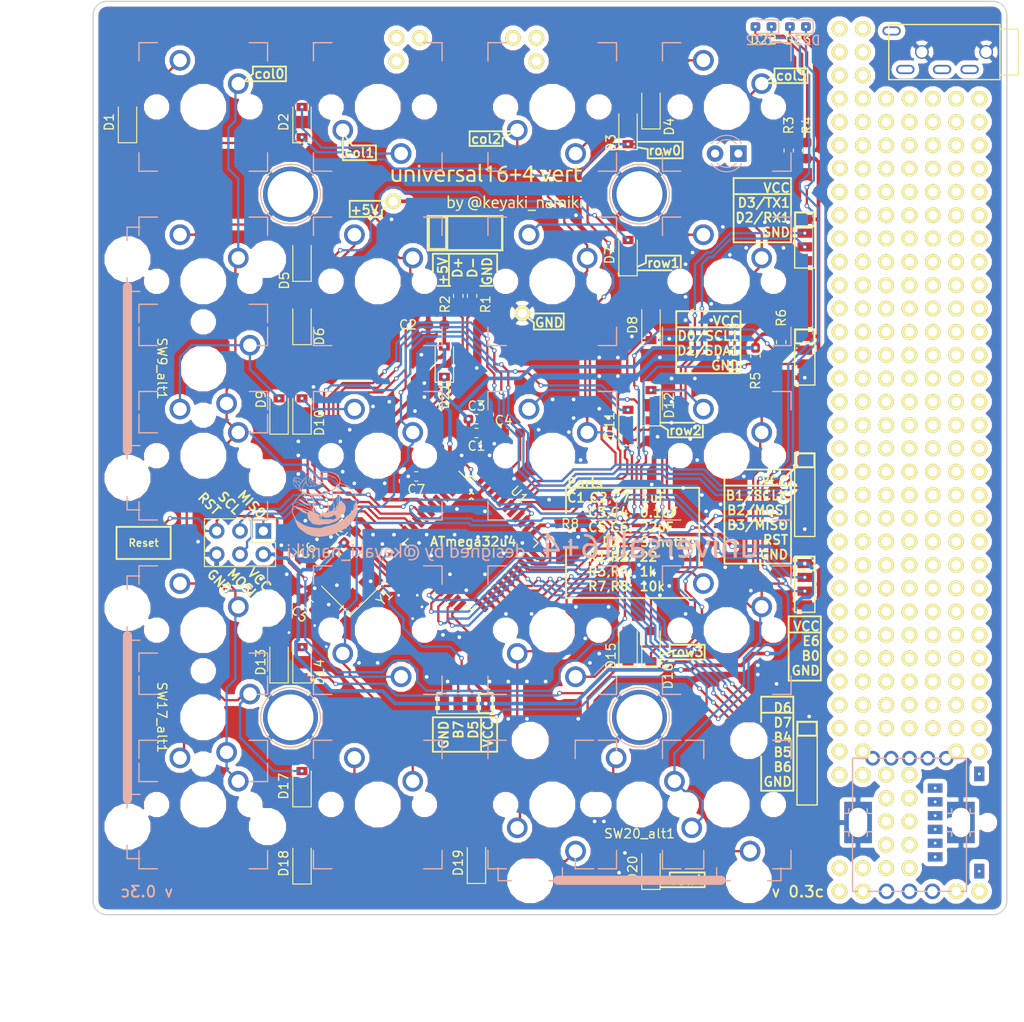
<source format=kicad_pcb>
(kicad_pcb (version 20171130) (host pcbnew 5.0.1)
  (title_block (title "universal16+4 vert") (date 2018-12-14) (rev 0.3))
  (layers (0 F.Cu signal) (31 B.Cu signal) (34 B.Paste user) (35 F.Paste user) (36 B.SilkS user) (37 F.SilkS user) (38 B.Mask user) (39 F.Mask user) (44 Edge.Cuts user))
  (net 0 "")
  (net 1 GND)
  (net 2 VCC)
  (net 3 +5V)
  (net 4 "Net-(C4-Pad1)")
  (net 5 "Net-(C5-Pad1)")
  (net 6 "Net-(C6-Pad1)")
  (net 7 "Net-(C7-Pad1)")
  (net 8 "Net-(D1-Pad2)")
  (net 9 row0)
  (net 10 "Net-(D2-Pad2)")
  (net 11 "Net-(D3-Pad2)")
  (net 12 "Net-(D4-Pad2)")
  (net 13 "Net-(D5-Pad2)")
  (net 14 row1)
  (net 15 "Net-(D6-Pad2)")
  (net 16 "Net-(D7-Pad2)")
  (net 17 "Net-(D8-Pad2)")
  (net 18 "Net-(D9-Pad2)")
  (net 19 row2)
  (net 20 "Net-(D10-Pad2)")
  (net 21 "Net-(D11-Pad2)")
  (net 22 "Net-(D12-Pad2)")
  (net 23 "Net-(D13-Pad2)")
  (net 24 row3)
  (net 25 "Net-(D14-Pad2)")
  (net 26 "Net-(D15-Pad2)")
  (net 27 "Net-(D16-Pad2)")
  (net 28 row4)
  (net 29 "Net-(D17-Pad2)")
  (net 30 "Net-(D18-Pad2)")
  (net 31 "Net-(D19-Pad2)")
  (net 32 "Net-(D20-Pad2)")
  (net 33 /B0)
  (net 34 /D5)
  (net 35 "Net-(J1-Pad3)")
  (net 36 "Net-(J1-Pad2)")
  (net 37 col0)
  (net 38 col1)
  (net 39 col2)
  (net 40 col3)
  (net 41 /SCL)
  (net 42 /MOSI)
  (net 43 /MISO)
  (net 44 /RESET)
  (net 45 /TX1)
  (net 46 /RX1)
  (net 47 /B7)
  (net 48 /B4)
  (net 49 /D7)
  (net 50 /D6)
  (net 51 /SCL1)
  (net 52 /SDA1)
  (net 53 /E6)
  (net 54 D-)
  (net 55 D+)
  (net 56 "Net-(R8-Pad1)")
  (net 57 "Net-(D22-Pad2)")
  (net 58 "Net-(D23-Pad2)")
  (net 59 /B5)
  (net 60 /B6)
  (module myfootplint:MXOnly-2U-noled (layer B.Cu) (at 100.9 138.52 90)
    (fp_text reference SW17_alt1 (at 0 -4.5 270 unlocked) (layer F.SilkS))
    (fp_text value SW_Push)
    (pad "" np_thru_hole circle (at 11.90625 -8.255 90) (size 3.9878 3.9878) (drill 3.9878) (layers *.Cu *.Mask))
    (pad "" np_thru_hole circle (at -11.90625 -8.255 90) (size 3.9878 3.9878) (drill 3.9878) (layers *.Cu *.Mask))
    (pad "" np_thru_hole circle (at 11.90625 6.985 90) (size 3.048 3.048) (drill 3.048) (layers *.Cu *.Mask))
    (pad "" np_thru_hole circle (at -11.90625 6.985 90) (size 3.048 3.048) (drill 3.048) (layers *.Cu *.Mask))
    (pad "" np_thru_hole circle (at 5.08 0 41.9004) (size 1.75 1.75) (drill 1.75) (layers *.Cu *.Mask))
    (pad "" np_thru_hole circle (at -5.08 0 41.9004) (size 1.75 1.75) (drill 1.75) (layers *.Cu *.Mask))
    (pad 1 thru_hole circle (at -3.81 2.54 90) (size 2.25 2.25) (drill 1.47) (layers *.Cu *.Mask) (net 37 col0))
    (pad "" np_thru_hole circle (at 0 0 90) (size 3.9878 3.9878) (drill 3.9878) (layers *.Cu *.Mask))
    (pad 2 thru_hole circle (at 2.54 5.08 90) (size 2.25 2.25) (drill 1.47) (layers *.Cu *.Mask) (net 29 "Net-(D17-Pad2)"))
  )
  (module myfootplint:MXOnly-2U-noled (layer B.Cu) (at 148.4 148.02 180)
    (fp_text reference SW20_alt1 (at 0 -3.175 180) (layer F.SilkS))
    (fp_text value SW_Push)
    (pad "" np_thru_hole circle (at 11.90625 -8.255 180) (size 3.9878 3.9878) (drill 3.9878) (layers *.Cu *.Mask))
    (pad "" np_thru_hole circle (at -11.90625 -8.255 180) (size 3.9878 3.9878) (drill 3.9878) (layers *.Cu *.Mask))
    (pad "" np_thru_hole circle (at 11.90625 6.985 180) (size 3.048 3.048) (drill 3.048) (layers *.Cu *.Mask))
    (pad "" np_thru_hole circle (at -11.90625 6.985 180) (size 3.048 3.048) (drill 3.048) (layers *.Cu *.Mask))
    (pad "" np_thru_hole circle (at 5.08 0 131.9004) (size 1.75 1.75) (drill 1.75) (layers *.Cu *.Mask))
    (pad "" np_thru_hole circle (at -5.08 0 131.9004) (size 1.75 1.75) (drill 1.75) (layers *.Cu *.Mask))
    (pad 1 thru_hole circle (at -3.81 2.54 180) (size 2.25 2.25) (drill 1.47) (layers *.Cu *.Mask) (net 40 col3))
    (pad "" np_thru_hole circle (at 0 0 180) (size 3.9878 3.9878) (drill 3.9878) (layers *.Cu *.Mask))
    (pad 2 thru_hole circle (at 2.54 5.08 180) (size 2.25 2.25) (drill 1.47) (layers *.Cu *.Mask) (net 32 "Net-(D20-Pad2)"))
  )
  (module myfootplint:MXOnly-2U-noled (layer B.Cu) (at 100.9 100.52 90)
    (fp_text reference SW9_alt1 (at 0 -4.5 270 unlocked) (layer F.SilkS))
    (fp_text value SW_Push)
    (pad "" np_thru_hole circle (at 11.90625 -8.255 90) (size 3.9878 3.9878) (drill 3.9878) (layers *.Cu *.Mask))
    (pad "" np_thru_hole circle (at -11.90625 -8.255 90) (size 3.9878 3.9878) (drill 3.9878) (layers *.Cu *.Mask))
    (pad "" np_thru_hole circle (at 11.90625 6.985 90) (size 3.048 3.048) (drill 3.048) (layers *.Cu *.Mask))
    (pad "" np_thru_hole circle (at -11.90625 6.985 90) (size 3.048 3.048) (drill 3.048) (layers *.Cu *.Mask))
    (pad "" np_thru_hole circle (at 5.08 0 41.9004) (size 1.75 1.75) (drill 1.75) (layers *.Cu *.Mask))
    (pad "" np_thru_hole circle (at -5.08 0 41.9004) (size 1.75 1.75) (drill 1.75) (layers *.Cu *.Mask))
    (pad 1 thru_hole circle (at -3.81 2.54 90) (size 2.25 2.25) (drill 1.47) (layers *.Cu *.Mask) (net 37 col0))
    (pad "" np_thru_hole circle (at 0 0 90) (size 3.9878 3.9878) (drill 3.9878) (layers *.Cu *.Mask))
    (pad 2 thru_hole circle (at 2.54 5.08 90) (size 2.25 2.25) (drill 1.47) (layers *.Cu *.Mask) (net 18 "Net-(D9-Pad2)"))
  )
  (module myfootplint:4pads_large (layer F.Cu) (at 126.4 85.77 90)
    (fp_text reference J1 hide)
    (fp_text value Conn_01x04)
    (pad 1 smd rect (at 0 0 90) (size 3 1.5) (layers F.Cu F.Mask) (net 3 +5V))
    (pad 2 smd rect (at 0 2 90) (size 3 1.5) (layers F.Cu F.Mask) (net 36 "Net-(J1-Pad2)"))
    (pad 3 smd rect (at 0 4 90) (size 3 1.5) (layers F.Cu F.Mask) (net 35 "Net-(J1-Pad3)"))
    (pad 4 smd rect (at 0 6 90) (size 3 1.5) (layers F.Cu F.Mask) (net 1 GND))
  )
  (module myfootplint:TMHU28 (layer B.Cu) (at 184.3 149.98)
    (fp_text reference REF** hide)
    (fp_text value TMHU28)
    (pad T smd rect (at -3.7 0.75) (size 1.6 1) (layers B.Cu B.Paste B.Mask))
    (pad 3 smd rect (at -3.7 -0.75) (size 1.6 1) (layers B.Cu B.Paste B.Mask))
    (pad 4 smd rect (at -3.7 -2.25) (size 1.6 1) (layers B.Cu B.Paste B.Mask))
    (pad C smd rect (at -3.7 -3.75) (size 1.6 1) (layers B.Cu B.Paste B.Mask))
    (pad 2 smd rect (at -3.7 2.25) (size 1.6 1) (layers B.Cu B.Paste B.Mask))
    (pad 1 smd rect (at -3.7 3.75) (size 1.6 1) (layers B.Cu B.Paste B.Mask))
    (pad E smd rect (at 1.1 5.3) (size 1.1 1.6) (layers B.Cu B.Paste B.Mask))
    (pad C smd rect (at 1.1 -5.3) (size 1.1 1.6) (layers B.Cu B.Paste B.Mask))
    (pad "" np_thru_hole circle (at -2 0) (size 1.1 1.1) (drill 1.1) (layers *.Cu *.Mask))
    (pad "" np_thru_hole circle (at 2 0) (size 1.1 1.1) (drill 1.1) (layers *.Cu *.Mask))
  )
  (module keyboard_parts:PIN_1 (layer F.Cu) (at 175.26 139.7 90)
    (fp_text reference P? hide)
    (fp_text value CONN_1 hide)
    (pad 1 thru_hole circle (at 0 0 90) (size 1.7 1.7) (drill 1.016) (layers *.Cu *.Mask F.SilkS))
  )
  (module keyboard_parts:PIN_1 (layer F.Cu) (at 177.8 139.7 90)
    (fp_text reference P? hide)
    (fp_text value CONN_1 hide)
    (pad 1 thru_hole circle (at 0 0 90) (size 1.7 1.7) (drill 1.016) (layers *.Cu *.Mask F.SilkS))
  )
  (module keyboard_parts:PIN_1 (layer F.Cu) (at 180.34 139.7 180)
    (fp_text reference P? hide)
    (fp_text value CONN_1 hide)
    (pad 1 thru_hole circle (at 0 0 180) (size 1.7 1.7) (drill 1.016) (layers *.Cu *.Mask F.SilkS))
  )
  (module keyboard_parts:PIN_1 (layer F.Cu) (at 182.88 142.24 90)
    (fp_text reference P? hide)
    (fp_text value CONN_1 hide)
    (pad 1 thru_hole circle (at 0 0 90) (size 1.7 1.7) (drill 1.016) (layers *.Cu *.Mask F.SilkS))
  )
  (module keyboard_parts:PIN_1 (layer F.Cu) (at 172.72 142.24 90)
    (fp_text reference P? hide)
    (fp_text value CONN_1 hide)
    (pad 1 thru_hole circle (at 0 0 90) (size 1.7 1.7) (drill 1.016) (layers *.Cu *.Mask F.SilkS))
  )
  (module keyboard_parts:PIN_1 (layer F.Cu) (at 170.18 142.24 90)
    (fp_text reference P? hide)
    (fp_text value CONN_1 hide)
    (pad 1 thru_hole circle (at 0 0 90) (size 1.7 1.7) (drill 1.016) (layers *.Cu *.Mask F.SilkS))
  )
  (module keyboard_parts:PIN_1 (layer F.Cu) (at 185.42 142.24 90)
    (fp_text reference P? hide)
    (fp_text value CONN_1 hide)
    (pad 1 thru_hole circle (at 0 0 90) (size 1.7 1.7) (drill 1.016) (layers *.Cu *.Mask F.SilkS))
  )
  (module keyboard_parts:PIN_1 (layer F.Cu) (at 172.72 144.78 90)
    (fp_text reference P? hide)
    (fp_text value CONN_1 hide)
    (pad 1 thru_hole circle (at 0 0 90) (size 1.7 1.7) (drill 1.016) (layers *.Cu *.Mask F.SilkS))
  )
  (module keyboard_parts:PIN_1 (layer F.Cu) (at 170.18 144.78 90)
    (fp_text reference P? hide)
    (fp_text value CONN_1 hide)
    (pad 1 thru_hole circle (at 0 0 90) (size 1.7 1.7) (drill 1.016) (layers *.Cu *.Mask F.SilkS))
  )
  (module myfootplint:rotaly-encoder_RGB (layer B.Cu) (at 177.8 149.98 180)
    (fp_text reference REF** hide)
    (fp_text value rotary-encoder_RGB)
    (pad 1 thru_hole circle (at -4 7 180) (size 1.6 1.6) (drill 1) (layers *.Cu *.Mask))
    (pad 2 thru_hole circle (at -2 7 180) (size 1.6 1.6) (drill 1) (layers *.Cu *.Mask))
    (pad 3 thru_hole circle (at 0 7 180) (size 1.6 1.6) (drill 1) (layers *.Cu *.Mask))
    (pad 4 thru_hole circle (at 2 7 180) (size 1.6 1.6) (drill 1) (layers *.Cu *.Mask))
    (pad 5 thru_hole circle (at 4 7 180) (size 1.6 1.6) (drill 1) (layers *.Cu *.Mask))
    (pad 6 thru_hole circle (at -2.5 -7.5 180) (size 1.7 1.7) (drill 1.1) (layers *.Cu *.Mask))
    (pad 7 thru_hole circle (at 0 -7.5 180) (size 1.7 1.7) (drill 1.1) (layers *.Cu *.Mask))
    (pad 8 thru_hole circle (at 2.5 -7.5 180) (size 1.7 1.7) (drill 1.1) (layers *.Cu *.Mask))
    (pad 9 thru_hole rect (at -5.6 0 180) (size 3 4.5) (drill oval 2 3.2) (layers *.Cu *.Mask) (net 1 GND))
    (pad 9 thru_hole rect (at 5.6 0 180) (size 3 4.5) (drill oval 2 3.2) (layers *.Cu *.Mask) (net 1 GND))
  )
  (module keyboard_parts:PIN_1 (layer F.Cu) (at 170.18 154.94 90)
    (fp_text reference P? hide)
    (fp_text value CONN_1 hide)
    (pad 1 thru_hole circle (at 0 0 90) (size 1.7 1.7) (drill 1.016) (layers *.Cu *.Mask F.SilkS))
  )
  (module keyboard_parts:PIN_1 (layer F.Cu) (at 172.72 154.94 90)
    (fp_text reference P? hide)
    (fp_text value CONN_1 hide)
    (pad 1 thru_hole circle (at 0 0 90) (size 1.7 1.7) (drill 1.016) (layers *.Cu *.Mask F.SilkS))
  )
  (module keyboard_parts:PIN_1 (layer F.Cu) (at 170.18 157.48 90)
    (fp_text reference P? hide)
    (fp_text value CONN_1 hide)
    (pad 1 thru_hole circle (at 0 0 90) (size 1.7 1.7) (drill 1.016) (layers *.Cu *.Mask F.SilkS))
  )
  (module keyboard_parts:PIN_1 (layer F.Cu) (at 172.72 157.48 90)
    (fp_text reference P? hide)
    (fp_text value CONN_1 hide)
    (pad 1 thru_hole circle (at 0 0 90) (size 1.7 1.7) (drill 1.016) (layers *.Cu *.Mask F.SilkS))
  )
  (module keyboard_parts:PIN_1 (layer F.Cu) (at 182.88 157.48 90)
    (fp_text reference P? hide)
    (fp_text value CONN_1 hide)
    (pad 1 thru_hole circle (at 0 0 90) (size 1.7 1.7) (drill 1.016) (layers *.Cu *.Mask F.SilkS))
  )
  (module keyboard_parts:PIN_1 (layer F.Cu) (at 185.42 157.48 90)
    (fp_text reference P? hide)
    (fp_text value CONN_1 hide)
    (pad 1 thru_hole circle (at 0 0 90) (size 1.7 1.7) (drill 1.016) (layers *.Cu *.Mask F.SilkS))
  )
  (module keyboard_parts:PIN_1 (layer F.Cu) (at 175.26 144.78 90)
    (fp_text reference P? hide)
    (fp_text value CONN_1 hide)
    (pad 1 thru_hole circle (at 0 0 90) (size 1.7 1.7) (drill 1.016) (layers *.Cu *.Mask F.SilkS))
  )
  (module keyboard_parts:PIN_1 (layer F.Cu) (at 177.8 144.78 90)
    (fp_text reference P? hide)
    (fp_text value CONN_1 hide)
    (pad 1 thru_hole circle (at 0 0 90) (size 1.7 1.7) (drill 1.016) (layers *.Cu *.Mask F.SilkS))
  )
  (module keyboard_parts:PIN_1 (layer F.Cu) (at 135.636 94.488 90)
    (fp_text reference P? hide)
    (fp_text value CONN_1 hide)
    (pad 1 thru_hole circle (at 0 0 90) (size 1.7 1.7) (drill 1.016) (layers *.Cu *.Mask F.SilkS) (net 1 GND))
  )
  (module keyboard_parts:PIN_1 (layer F.Cu) (at 121.598 82.296 90)
    (fp_text reference P? hide)
    (fp_text value CONN_1 hide)
    (pad 1 thru_hole circle (at 0 0 90) (size 1.7 1.7) (drill 1.016) (layers *.Cu *.Mask F.SilkS) (net 3 +5V))
  )
  (module myfootplint:MXOnly-1U_noled (layer B.Cu) (at 138.9 110.02 180)
    (fp_text reference SW11)
    (fp_text value SW_Push)
    (pad 2 thru_hole circle (at 2.54 5.08 180) (size 2.25 2.25) (drill 1.47) (layers *.Cu B.Mask) (net 21 "Net-(D11-Pad2)"))
    (pad "" np_thru_hole circle (at 5.08 0 131.9004) (size 1.75 1.75) (drill 1.75) (layers *.Cu *.Mask))
    (pad "" np_thru_hole circle (at -5.08 0 131.9004) (size 1.75 1.75) (drill 1.75) (layers *.Cu *.Mask))
    (pad 1 thru_hole circle (at -3.81 2.54 180) (size 2.25 2.25) (drill 1.47) (layers *.Cu *.Mask) (net 39 col2))
    (pad "" np_thru_hole circle (at 0 0 180) (size 3.9878 3.9878) (drill 3.9878) (layers *.Cu *.Mask))
    (pad 2 thru_hole circle (at 2.54 5.08 180) (size 2.25 2.25) (drill 1.47) (layers *.Cu F.Mask) (net 21 "Net-(D11-Pad2)"))
  )
  (module myfootplint:MXOnly-1U_noled (layer B.Cu) (at 157.9 110.02 180)
    (fp_text reference SW12)
    (fp_text value SW_Push)
    (pad 2 thru_hole circle (at 2.54 5.08 180) (size 2.25 2.25) (drill 1.47) (layers *.Cu B.Mask) (net 22 "Net-(D12-Pad2)"))
    (pad "" np_thru_hole circle (at 5.08 0 131.9004) (size 1.75 1.75) (drill 1.75) (layers *.Cu *.Mask))
    (pad "" np_thru_hole circle (at -5.08 0 131.9004) (size 1.75 1.75) (drill 1.75) (layers *.Cu *.Mask))
    (pad 1 thru_hole circle (at -3.81 2.54 180) (size 2.25 2.25) (drill 1.47) (layers *.Cu *.Mask) (net 40 col3))
    (pad "" np_thru_hole circle (at 0 0 180) (size 3.9878 3.9878) (drill 3.9878) (layers *.Cu *.Mask))
    (pad 2 thru_hole circle (at 2.54 5.08 180) (size 2.25 2.25) (drill 1.47) (layers *.Cu F.Mask) (net 22 "Net-(D12-Pad2)"))
  )
  (module myfootplint:MXOnly-1U_noled (layer B.Cu) (at 157.9 129.02 180)
    (fp_text reference SW16)
    (fp_text value SW_Push)
    (pad 2 thru_hole circle (at 2.54 5.08 180) (size 2.25 2.25) (drill 1.47) (layers *.Cu B.Mask) (net 27 "Net-(D16-Pad2)"))
    (pad "" np_thru_hole circle (at 5.08 0 131.9004) (size 1.75 1.75) (drill 1.75) (layers *.Cu *.Mask))
    (pad "" np_thru_hole circle (at -5.08 0 131.9004) (size 1.75 1.75) (drill 1.75) (layers *.Cu *.Mask))
    (pad 1 thru_hole circle (at -3.81 2.54 180) (size 2.25 2.25) (drill 1.47) (layers *.Cu *.Mask) (net 40 col3))
    (pad "" np_thru_hole circle (at 0 0 180) (size 3.9878 3.9878) (drill 3.9878) (layers *.Cu *.Mask))
    (pad 2 thru_hole circle (at 2.54 5.08 180) (size 2.25 2.25) (drill 1.47) (layers *.Cu F.Mask) (net 27 "Net-(D16-Pad2)"))
  )
  (module Package_QFP:TQFP-44_10x10mm_P0.8mm (layer F.Cu) (at 130.048 119.52 315)
    (fp_text reference U1 (at 0 -7.45 315) (layer F.SilkS))
    (fp_text value ATmega32U4-AU)
    (pad 1 smd rect (at -5.7 -4 315) (size 1.5 0.55) (layers F.Cu F.Paste F.Mask) (net 53 /E6))
    (pad 2 smd rect (at -5.7 -3.2 315) (size 1.5 0.55) (layers F.Cu F.Paste F.Mask) (net 3 +5V))
    (pad 3 smd rect (at -5.7 -2.4 315) (size 1.5 0.55) (layers F.Cu F.Paste F.Mask) (net 54 D-))
    (pad 4 smd rect (at -5.7 -1.6 315) (size 1.5 0.55) (layers F.Cu F.Paste F.Mask) (net 55 D+))
    (pad 5 smd rect (at -5.7 -0.8 315) (size 1.5 0.55) (layers F.Cu F.Paste F.Mask) (net 1 GND))
    (pad 6 smd rect (at -5.7 0 315) (size 1.5 0.55) (layers F.Cu F.Paste F.Mask) (net 7 "Net-(C7-Pad1)"))
    (pad 7 smd rect (at -5.7 0.8 315) (size 1.5 0.55) (layers F.Cu F.Paste F.Mask) (net 3 +5V))
    (pad 8 smd rect (at -5.7 1.6 315) (size 1.5 0.55) (layers F.Cu F.Paste F.Mask) (net 33 /B0))
    (pad 9 smd rect (at -5.7 2.4 315) (size 1.5 0.55) (layers F.Cu F.Paste F.Mask) (net 41 /SCL))
    (pad 10 smd rect (at -5.7 3.2 315) (size 1.5 0.55) (layers F.Cu F.Paste F.Mask) (net 42 /MOSI))
    (pad 11 smd rect (at -5.7 4 315) (size 1.5 0.55) (layers F.Cu F.Paste F.Mask) (net 43 /MISO))
    (pad 12 smd rect (at -4 5.7 45) (size 1.5 0.55) (layers F.Cu F.Paste F.Mask) (net 47 /B7))
    (pad 13 smd rect (at -3.2 5.7 45) (size 1.5 0.55) (layers F.Cu F.Paste F.Mask) (net 44 /RESET))
    (pad 14 smd rect (at -2.4 5.7 45) (size 1.5 0.55) (layers F.Cu F.Paste F.Mask) (net 2 VCC))
    (pad 15 smd rect (at -1.6 5.7 45) (size 1.5 0.55) (layers F.Cu F.Paste F.Mask) (net 1 GND))
    (pad 16 smd rect (at -0.8 5.7 45) (size 1.5 0.55) (layers F.Cu F.Paste F.Mask) (net 6 "Net-(C6-Pad1)"))
    (pad 17 smd rect (at 0 5.7 45) (size 1.5 0.55) (layers F.Cu F.Paste F.Mask) (net 5 "Net-(C5-Pad1)"))
    (pad 18 smd rect (at 0.8 5.7 45) (size 1.5 0.55) (layers F.Cu F.Paste F.Mask) (net 51 /SCL1))
    (pad 19 smd rect (at 1.6 5.7 45) (size 1.5 0.55) (layers F.Cu F.Paste F.Mask) (net 52 /SDA1))
    (pad 20 smd rect (at 2.4 5.7 45) (size 1.5 0.55) (layers F.Cu F.Paste F.Mask) (net 45 /TX1))
    (pad 21 smd rect (at 3.2 5.7 45) (size 1.5 0.55) (layers F.Cu F.Paste F.Mask) (net 46 /RX1))
    (pad 22 smd rect (at 4 5.7 45) (size 1.5 0.55) (layers F.Cu F.Paste F.Mask) (net 34 /D5))
    (pad 23 smd rect (at 5.7 4 315) (size 1.5 0.55) (layers F.Cu F.Paste F.Mask) (net 1 GND))
    (pad 24 smd rect (at 5.7 3.2 315) (size 1.5 0.55) (layers F.Cu F.Paste F.Mask) (net 2 VCC))
    (pad 25 smd rect (at 5.7 2.4 315) (size 1.5 0.55) (layers F.Cu F.Paste F.Mask) (net 40 col3))
    (pad 26 smd rect (at 5.7 1.6 315) (size 1.5 0.55) (layers F.Cu F.Paste F.Mask) (net 50 /D6))
    (pad 27 smd rect (at 5.7 0.8 315) (size 1.5 0.55) (layers F.Cu F.Paste F.Mask) (net 49 /D7))
    (pad 28 smd rect (at 5.7 0 315) (size 1.5 0.55) (layers F.Cu F.Paste F.Mask) (net 48 /B4))
    (pad 29 smd rect (at 5.7 -0.8 315) (size 1.5 0.55) (layers F.Cu F.Paste F.Mask) (net 59 /B5))
    (pad 30 smd rect (at 5.7 -1.6 315) (size 1.5 0.55) (layers F.Cu F.Paste F.Mask) (net 60 /B6))
    (pad 31 smd rect (at 5.7 -2.4 315) (size 1.5 0.55) (layers F.Cu F.Paste F.Mask) (net 39 col2))
    (pad 32 smd rect (at 5.7 -3.2 315) (size 1.5 0.55) (layers F.Cu F.Paste F.Mask) (net 38 col1))
    (pad 33 smd rect (at 5.7 -4 315) (size 1.5 0.55) (layers F.Cu F.Paste F.Mask) (net 56 "Net-(R8-Pad1)"))
    (pad 34 smd rect (at 4 -5.7 45) (size 1.5 0.55) (layers F.Cu F.Paste F.Mask) (net 2 VCC))
    (pad 35 smd rect (at 3.2 -5.7 45) (size 1.5 0.55) (layers F.Cu F.Paste F.Mask) (net 1 GND))
    (pad 36 smd rect (at 2.4 -5.7 45) (size 1.5 0.55) (layers F.Cu F.Paste F.Mask) (net 37 col0))
    (pad 37 smd rect (at 1.6 -5.7 45) (size 1.5 0.55) (layers F.Cu F.Paste F.Mask) (net 28 row4))
    (pad 38 smd rect (at 0.8 -5.7 45) (size 1.5 0.55) (layers F.Cu F.Paste F.Mask) (net 24 row3))
    (pad 39 smd rect (at 0 -5.7 45) (size 1.5 0.55) (layers F.Cu F.Paste F.Mask) (net 19 row2))
    (pad 40 smd rect (at -0.8 -5.7 45) (size 1.5 0.55) (layers F.Cu F.Paste F.Mask) (net 14 row1))
    (pad 41 smd rect (at -1.6 -5.7 45) (size 1.5 0.55) (layers F.Cu F.Paste F.Mask) (net 9 row0))
    (pad 42 smd rect (at -2.4 -5.7 45) (size 1.5 0.55) (layers F.Cu F.Paste F.Mask) (net 4 "Net-(C4-Pad1)"))
    (pad 43 smd rect (at -3.2 -5.7 45) (size 1.5 0.55) (layers F.Cu F.Paste F.Mask) (net 1 GND))
    (pad 44 smd rect (at -4 -5.7 45) (size 1.5 0.55) (layers F.Cu F.Paste F.Mask) (net 2 VCC))
  )
  (module myfootplint:MXOnly-1U_noled (layer B.Cu) (at 157.9 91.02 180)
    (fp_text reference SW8)
    (fp_text value SW_Push)
    (pad 2 thru_hole circle (at 2.54 5.08 180) (size 2.25 2.25) (drill 1.47) (layers *.Cu B.Mask) (net 17 "Net-(D8-Pad2)"))
    (pad "" np_thru_hole circle (at 5.08 0 131.9004) (size 1.75 1.75) (drill 1.75) (layers *.Cu *.Mask))
    (pad "" np_thru_hole circle (at -5.08 0 131.9004) (size 1.75 1.75) (drill 1.75) (layers *.Cu *.Mask))
    (pad 1 thru_hole circle (at -3.81 2.54 180) (size 2.25 2.25) (drill 1.47) (layers *.Cu *.Mask) (net 40 col3))
    (pad "" np_thru_hole circle (at 0 0 180) (size 3.9878 3.9878) (drill 3.9878) (layers *.Cu *.Mask))
    (pad 2 thru_hole circle (at 2.54 5.08 180) (size 2.25 2.25) (drill 1.47) (layers *.Cu F.Mask) (net 17 "Net-(D8-Pad2)"))
  )
  (module Diode_SMD:D_SOD-123 (layer F.Cu) (at 92.65 73.67 90)
    (fp_text reference D1 (at 0 -2 90) (layer F.SilkS))
    (fp_text value D)
    (pad 1 smd rect (at -1.65 0 90) (size 0.9 1.2) (layers F.Cu F.Paste F.Mask) (net 9 row0))
    (pad 2 smd rect (at 1.65 0 90) (size 0.9 1.2) (layers F.Cu F.Paste F.Mask) (net 8 "Net-(D1-Pad2)"))
  )
  (module keyboard_parts:PIN_1 (layer F.Cu) (at 137.17 67.04 90)
    (fp_text reference P? hide)
    (fp_text value CONN_1 hide)
    (pad 1 thru_hole circle (at 0 0 90) (size 1.7 1.7) (drill 1.016) (layers *.Cu *.Mask F.SilkS))
  )
  (module Resistor_SMD:R_0603_1608Metric_Pad1.05x0.95mm_HandSolder (layer F.Cu) (at 164.65 76.77 90)
    (fp_text reference R3 (at 2.75 0 90) (layer F.SilkS))
    (fp_text value 1k)
    (pad 1 smd roundrect (at -0.875 0 90) (size 1.05 0.95) (layers F.Cu F.Paste F.Mask) (net 2 VCC))
    (pad 2 smd roundrect (at 0.875 0 90) (size 1.05 0.95) (layers F.Cu F.Paste F.Mask) (net 57 "Net-(D22-Pad2)"))
  )
  (module Resistor_SMD:R_0603_1608Metric_Pad1.05x0.95mm_HandSolder (layer F.Cu) (at 166.65 76.77 90)
    (fp_text reference R4 (at 2.75 0 90) (layer F.SilkS))
    (fp_text value 1k)
    (pad 2 smd roundrect (at 0.875 0 90) (size 1.05 0.95) (layers F.Cu F.Paste F.Mask) (net 58 "Net-(D23-Pad2)"))
    (pad 1 smd roundrect (at -0.875 0 90) (size 1.05 0.95) (layers F.Cu F.Paste F.Mask) (net 2 VCC))
  )
  (module myfootplint:MXOnly-1U_noled (layer B.Cu) (at 100.9 91.02 180)
    (fp_text reference SW5)
    (fp_text value SW_Push)
    (pad 2 thru_hole circle (at 2.54 5.08 180) (size 2.25 2.25) (drill 1.47) (layers *.Cu B.Mask) (net 13 "Net-(D5-Pad2)"))
    (pad "" np_thru_hole circle (at 5.08 0 131.9004) (size 1.75 1.75) (drill 1.75) (layers *.Cu *.Mask))
    (pad "" np_thru_hole circle (at -5.08 0 131.9004) (size 1.75 1.75) (drill 1.75) (layers *.Cu *.Mask))
    (pad 1 thru_hole circle (at -3.81 2.54 180) (size 2.25 2.25) (drill 1.47) (layers *.Cu *.Mask) (net 37 col0))
    (pad "" np_thru_hole circle (at 0 0 180) (size 3.9878 3.9878) (drill 3.9878) (layers *.Cu *.Mask))
    (pad 2 thru_hole circle (at 2.54 5.08 180) (size 2.25 2.25) (drill 1.47) (layers *.Cu F.Mask) (net 13 "Net-(D5-Pad2)"))
  )
  (module myfootplint:MXOnly-1U_noled (layer B.Cu) (at 100.9 110.02 180)
    (fp_text reference SW9)
    (fp_text value SW_Push)
    (pad 2 thru_hole circle (at 2.54 5.08 180) (size 2.25 2.25) (drill 1.47) (layers *.Cu F.Mask) (net 18 "Net-(D9-Pad2)"))
    (pad "" np_thru_hole circle (at 0 0 180) (size 3.9878 3.9878) (drill 3.9878) (layers *.Cu *.Mask))
    (pad 1 thru_hole circle (at -3.81 2.54 180) (size 2.25 2.25) (drill 1.47) (layers *.Cu *.Mask) (net 37 col0))
    (pad "" np_thru_hole circle (at -5.08 0 131.9004) (size 1.75 1.75) (drill 1.75) (layers *.Cu *.Mask))
    (pad "" np_thru_hole circle (at 5.08 0 131.9004) (size 1.75 1.75) (drill 1.75) (layers *.Cu *.Mask))
    (pad 2 thru_hole circle (at 2.54 5.08 180) (size 2.25 2.25) (drill 1.47) (layers *.Cu B.Mask) (net 18 "Net-(D9-Pad2)"))
  )
  (module myfootplint:MXOnly-1U_noled (layer B.Cu) (at 100.9 129.02 180)
    (fp_text reference SW13)
    (fp_text value SW_Push)
    (pad 2 thru_hole circle (at 2.54 5.08 180) (size 2.25 2.25) (drill 1.47) (layers *.Cu F.Mask) (net 23 "Net-(D13-Pad2)"))
    (pad "" np_thru_hole circle (at 0 0 180) (size 3.9878 3.9878) (drill 3.9878) (layers *.Cu *.Mask))
    (pad 1 thru_hole circle (at -3.81 2.54 180) (size 2.25 2.25) (drill 1.47) (layers *.Cu *.Mask) (net 37 col0))
    (pad "" np_thru_hole circle (at -5.08 0 131.9004) (size 1.75 1.75) (drill 1.75) (layers *.Cu *.Mask))
    (pad "" np_thru_hole circle (at 5.08 0 131.9004) (size 1.75 1.75) (drill 1.75) (layers *.Cu *.Mask))
    (pad 2 thru_hole circle (at 2.54 5.08 180) (size 2.25 2.25) (drill 1.47) (layers *.Cu B.Mask) (net 23 "Net-(D13-Pad2)"))
  )
  (module Diode_SMD:D_SOD-123 (layer F.Cu) (at 111.65 146.02 90)
    (fp_text reference D17 (at 0 -2 90) (layer F.SilkS))
    (fp_text value D)
    (pad 1 smd rect (at -1.65 0 90) (size 0.9 1.2) (layers F.Cu F.Paste F.Mask) (net 28 row4))
    (pad 2 smd rect (at 1.65 0 90) (size 0.9 1.2) (layers F.Cu F.Paste F.Mask) (net 29 "Net-(D17-Pad2)"))
  )
  (module Diode_SMD:D_SOD-123 (layer F.Cu) (at 130.65 154.37 90)
    (fp_text reference D19 (at 0 -2 90) (layer F.SilkS))
    (fp_text value D)
    (pad 1 smd rect (at -1.65 0 90) (size 0.9 1.2) (layers F.Cu F.Paste F.Mask) (net 28 row4))
    (pad 2 smd rect (at 1.65 0 90) (size 0.9 1.2) (layers F.Cu F.Paste F.Mask) (net 31 "Net-(D19-Pad2)"))
  )
  (module myfootplint:6pads (layer F.Cu) (at 166.4 110.52)
    (fp_text reference J2 hide)
    (fp_text value Conn_01x06)
    (pad 1 smd rect (at 0 0) (size 1.6 1) (layers F.Cu F.Mask) (net 2 VCC))
    (pad 2 smd rect (at 0 1.5) (size 1.6 1) (layers F.Cu F.Mask) (net 41 /SCL))
    (pad 3 smd rect (at 0 3) (size 1.6 1) (layers F.Cu F.Mask) (net 42 /MOSI))
    (pad 4 smd rect (at 0 4.5) (size 1.6 1) (layers F.Cu F.Mask) (net 43 /MISO))
    (pad 5 smd rect (at 0 6) (size 1.6 1) (layers F.Cu F.Mask) (net 44 /RESET))
    (pad 6 smd rect (at 0 7.5) (size 1.6 1) (layers F.Cu F.Mask) (net 1 GND))
  )
  (module myfootplint:4pads (layer F.Cu) (at 166.4 97.02)
    (fp_text reference J3 hide)
    (fp_text value Conn_01x04)
    (pad 1 smd rect (at 0 0) (size 1.6 1) (layers F.Cu F.Mask) (net 2 VCC))
    (pad 2 smd rect (at 0 1.5) (size 1.6 1) (layers F.Cu F.Mask) (net 51 /SCL1))
    (pad 3 smd rect (at 0 3) (size 1.6 1) (layers F.Cu F.Mask) (net 52 /SDA1))
    (pad 4 smd rect (at 0 4.5) (size 1.6 1) (layers F.Cu F.Mask) (net 1 GND))
  )
  (module myfootplint:4pads (layer F.Cu) (at 166.4 84.27)
    (fp_text reference J4 hide)
    (fp_text value Conn_01x04)
    (pad 1 smd rect (at 0 0) (size 1.6 1) (layers F.Cu F.Mask) (net 2 VCC))
    (pad 2 smd rect (at 0 1.5) (size 1.6 1) (layers F.Cu F.Mask) (net 45 /TX1))
    (pad 3 smd rect (at 0 3) (size 1.6 1) (layers F.Cu F.Mask) (net 46 /RX1))
    (pad 4 smd rect (at 0 4.5) (size 1.6 1) (layers F.Cu F.Mask) (net 1 GND))
  )
  (module myfootplint:4pads (layer F.Cu) (at 131.65 137.02 270)
    (fp_text reference J5 hide)
    (fp_text value Conn_01x04)
    (pad 4 smd rect (at 0 4.5 270) (size 1.6 1) (layers F.Cu F.Mask) (net 1 GND))
    (pad 3 smd rect (at 0 3 270) (size 1.6 1) (layers F.Cu F.Mask) (net 47 /B7))
    (pad 2 smd rect (at 0 1.5 270) (size 1.6 1) (layers F.Cu F.Mask) (net 34 /D5))
    (pad 1 smd rect (at 0 0 270) (size 1.6 1) (layers F.Cu F.Mask) (net 2 VCC))
  )
  (module myfootplint:6pads (layer F.Cu) (at 166.65 139.77)
    (fp_text reference J6 hide)
    (fp_text value Conn_01x06)
    (pad 6 smd rect (at 0 7.5) (size 1.6 1) (layers F.Cu F.Mask) (net 1 GND))
    (pad 5 smd rect (at 0 6) (size 1.6 1) (layers F.Cu F.Mask) (net 60 /B6))
    (pad 4 smd rect (at 0 4.5) (size 1.6 1) (layers F.Cu F.Mask) (net 59 /B5))
    (pad 3 smd rect (at 0 3) (size 1.6 1) (layers F.Cu F.Mask) (net 48 /B4))
    (pad 2 smd rect (at 0 1.5) (size 1.6 1) (layers F.Cu F.Mask) (net 49 /D7))
    (pad 1 smd rect (at 0 0) (size 1.6 1) (layers F.Cu F.Mask) (net 50 /D6))
  )
  (module keyboard_parts:PIN_1 (layer F.Cu) (at 121.93 67.04 90)
    (fp_text reference P? hide)
    (fp_text value CONN_1 hide)
    (pad 1 thru_hole circle (at 0 0 90) (size 1.7 1.7) (drill 1.016) (layers *.Cu *.Mask F.SilkS))
  )
  (module Diode_SMD:D_SOD-123 (layer F.Cu) (at 111.65 154.432 90)
    (fp_text reference D18 (at 0 -2 90) (layer F.SilkS))
    (fp_text value D)
    (pad 1 smd rect (at -1.65 0 90) (size 0.9 1.2) (layers F.Cu F.Paste F.Mask) (net 28 row4))
    (pad 2 smd rect (at 1.65 0 90) (size 0.9 1.2) (layers F.Cu F.Paste F.Mask) (net 30 "Net-(D18-Pad2)"))
  )
  (module Diode_SMD:D_SOD-123 (layer F.Cu) (at 149.65 155.02 90)
    (fp_text reference D20 (at 0 -2 90) (layer F.SilkS))
    (fp_text value D)
    (pad 1 smd rect (at -1.65 0 90) (size 0.9 1.2) (layers F.Cu F.Paste F.Mask) (net 28 row4))
    (pad 2 smd rect (at 1.65 0 90) (size 0.9 1.2) (layers F.Cu F.Paste F.Mask) (net 32 "Net-(D20-Pad2)"))
  )
  (module LED_SMD:LED_0603_1608Metric_Pad1.05x0.95mm_HandSolder (layer B.Cu) (at 161.9 63.27 180)
    (fp_text reference D22 (at 0.5 -1.5 180) (layer B.SilkS) (effects (justify mirror)))
    (fp_text value LED)
    (pad 1 smd roundrect (at -0.875 0 180) (size 1.05 0.95) (layers B.Cu B.Paste B.Mask) (net 33 /B0))
    (pad 2 smd roundrect (at 0.875 0 180) (size 1.05 0.95) (layers B.Cu B.Paste B.Mask) (net 57 "Net-(D22-Pad2)"))
  )
  (module LED_SMD:LED_0603_1608Metric_Pad1.05x0.95mm_HandSolder (layer B.Cu) (at 165.65 63.27 180)
    (fp_text reference D23 (at -1 -1.5 180) (layer B.SilkS) (effects (justify mirror)))
    (fp_text value LED)
    (pad 2 smd roundrect (at 0.875 0 180) (size 1.05 0.95) (layers B.Cu B.Paste B.Mask) (net 58 "Net-(D23-Pad2)"))
    (pad 1 smd roundrect (at -0.875 0 180) (size 1.05 0.95) (layers B.Cu B.Paste B.Mask) (net 34 /D5))
  )
  (module keyboard_parts:PIN_1 (layer F.Cu) (at 134.63 64.5 90)
    (fp_text reference P? hide)
    (fp_text value CONN_1 hide)
    (pad 1 thru_hole circle (at 0 0 90) (size 1.7 1.7) (drill 1.016) (layers *.Cu *.Mask F.SilkS))
  )
  (module keyboard_parts:PIN_1 (layer F.Cu) (at 137.17 64.5 90)
    (fp_text reference P? hide)
    (fp_text value CONN_1 hide)
    (pad 1 thru_hole circle (at 0 0 90) (size 1.7 1.7) (drill 1.016) (layers *.Cu *.Mask F.SilkS))
  )
  (module keyboard_parts:PIN_1 (layer F.Cu) (at 121.93 64.5 90)
    (fp_text reference P? hide)
    (fp_text value CONN_1 hide)
    (pad 1 thru_hole circle (at 0 0 90) (size 1.7 1.7) (drill 1.016) (layers *.Cu *.Mask F.SilkS))
  )
  (module keyboard_parts:PIN_1 (layer F.Cu) (at 124.47 64.5 90)
    (fp_text reference P? hide)
    (fp_text value CONN_1 hide)
    (pad 1 thru_hole circle (at 0 0 90) (size 1.7 1.7) (drill 1.016) (layers *.Cu *.Mask F.SilkS))
  )
  (module keyboard_parts:PIN_1 (layer F.Cu) (at 172.72 93.98 90)
    (fp_text reference P? hide)
    (fp_text value CONN_1 hide)
    (pad 1 thru_hole circle (at 0 0 90) (size 1.7 1.7) (drill 1.016) (layers *.Cu *.Mask F.SilkS))
  )
  (module keyboard_parts:PIN_1 (layer F.Cu) (at 172.72 96.52 90)
    (fp_text reference P? hide)
    (fp_text value CONN_1 hide)
    (pad 1 thru_hole circle (at 0 0 90) (size 1.7 1.7) (drill 1.016) (layers *.Cu *.Mask F.SilkS))
  )
  (module keyboard_parts:PIN_1 (layer F.Cu) (at 172.72 88.9 90)
    (fp_text reference P? hide)
    (fp_text value CONN_1 hide)
    (pad 1 thru_hole circle (at 0 0 90) (size 1.7 1.7) (drill 1.016) (layers *.Cu *.Mask F.SilkS))
  )
  (module keyboard_parts:PIN_1 (layer F.Cu) (at 172.72 91.44 90)
    (fp_text reference P? hide)
    (fp_text value CONN_1 hide)
    (pad 1 thru_hole circle (at 0 0 90) (size 1.7 1.7) (drill 1.016) (layers *.Cu *.Mask F.SilkS))
  )
  (module keyboard_parts:PIN_1 (layer F.Cu) (at 172.72 121.92 90)
    (fp_text reference P? hide)
    (fp_text value CONN_1 hide)
    (pad 1 thru_hole circle (at 0 0 90) (size 1.7 1.7) (drill 1.016) (layers *.Cu *.Mask F.SilkS))
  )
  (module keyboard_parts:PIN_1 (layer F.Cu) (at 172.72 124.46 90)
    (fp_text reference P? hide)
    (fp_text value CONN_1 hide)
    (pad 1 thru_hole circle (at 0 0 90) (size 1.7 1.7) (drill 1.016) (layers *.Cu *.Mask F.SilkS))
  )
  (module keyboard_parts:PIN_1 (layer F.Cu) (at 172.72 119.38 90)
    (fp_text reference P? hide)
    (fp_text value CONN_1 hide)
    (pad 1 thru_hole circle (at 0 0 90) (size 1.7 1.7) (drill 1.016) (layers *.Cu *.Mask F.SilkS))
  )
  (module keyboard_parts:PIN_1 (layer F.Cu) (at 172.72 114.3 90)
    (fp_text reference P? hide)
    (fp_text value CONN_1 hide)
    (pad 1 thru_hole circle (at 0 0 90) (size 1.7 1.7) (drill 1.016) (layers *.Cu *.Mask F.SilkS))
  )
  (module keyboard_parts:PIN_1 (layer F.Cu) (at 172.72 116.84 90)
    (fp_text reference P? hide)
    (fp_text value CONN_1 hide)
    (pad 1 thru_hole circle (at 0 0 90) (size 1.7 1.7) (drill 1.016) (layers *.Cu *.Mask F.SilkS))
  )
  (module keyboard_parts:PIN_1 (layer F.Cu) (at 175.26 147.32 90)
    (fp_text reference P? hide)
    (fp_text value CONN_1 hide)
    (pad 1 thru_hole circle (at 0 0 90) (size 1.7 1.7) (drill 1.016) (layers *.Cu *.Mask F.SilkS))
  )
  (module keyboard_parts:PIN_1 (layer F.Cu) (at 175.26 152.4 90)
    (fp_text reference P? hide)
    (fp_text value CONN_1 hide)
    (pad 1 thru_hole circle (at 0 0 90) (size 1.7 1.7) (drill 1.016) (layers *.Cu *.Mask F.SilkS))
  )
  (module keyboard_parts:PIN_1 (layer F.Cu) (at 175.26 149.86 90)
    (fp_text reference P? hide)
    (fp_text value CONN_1 hide)
    (pad 1 thru_hole circle (at 0 0 90) (size 1.7 1.7) (drill 1.016) (layers *.Cu *.Mask F.SilkS))
  )
  (module keyboard_parts:PIN_1 (layer F.Cu) (at 175.26 86.36 90)
    (fp_text reference P? hide)
    (fp_text value CONN_1 hide)
    (pad 1 thru_hole circle (at 0 0 90) (size 1.7 1.7) (drill 1.016) (layers *.Cu *.Mask F.SilkS))
  )
  (module keyboard_parts:PIN_1 (layer F.Cu) (at 172.72 86.36 90)
    (fp_text reference P? hide)
    (fp_text value CONN_1 hide)
    (pad 1 thru_hole circle (at 0 0 90) (size 1.7 1.7) (drill 1.016) (layers *.Cu *.Mask F.SilkS))
  )
  (module keyboard_parts:PIN_1 (layer F.Cu) (at 172.72 127 90)
    (fp_text reference P? hide)
    (fp_text value CONN_1 hide)
    (pad 1 thru_hole circle (at 0 0 90) (size 1.7 1.7) (drill 1.016) (layers *.Cu *.Mask F.SilkS))
  )
  (module keyboard_parts:PIN_1 (layer F.Cu) (at 180.34 101.6 90)
    (fp_text reference P? hide)
    (fp_text value CONN_1 hide)
    (pad 1 thru_hole circle (at 0 0 90) (size 1.7 1.7) (drill 1.016) (layers *.Cu *.Mask F.SilkS))
  )
  (module keyboard_parts:PIN_1 (layer F.Cu) (at 180.34 93.98 90)
    (fp_text reference P? hide)
    (fp_text value CONN_1 hide)
    (pad 1 thru_hole circle (at 0 0 90) (size 1.7 1.7) (drill 1.016) (layers *.Cu *.Mask F.SilkS))
  )
  (module keyboard_parts:PIN_1 (layer F.Cu) (at 180.34 99.06 90)
    (fp_text reference P? hide)
    (fp_text value CONN_1 hide)
    (pad 1 thru_hole circle (at 0 0 90) (size 1.7 1.7) (drill 1.016) (layers *.Cu *.Mask F.SilkS))
  )
  (module keyboard_parts:PIN_1 (layer F.Cu) (at 180.34 96.52 90)
    (fp_text reference P? hide)
    (fp_text value CONN_1 hide)
    (pad 1 thru_hole circle (at 0 0 90) (size 1.7 1.7) (drill 1.016) (layers *.Cu *.Mask F.SilkS))
  )
  (module keyboard_parts:PIN_1 (layer F.Cu) (at 180.34 129.54 90)
    (fp_text reference P? hide)
    (fp_text value CONN_1 hide)
    (pad 1 thru_hole circle (at 0 0 90) (size 1.7 1.7) (drill 1.016) (layers *.Cu *.Mask F.SilkS))
  )
  (module keyboard_parts:PIN_1 (layer F.Cu) (at 180.34 137.16 90)
    (fp_text reference P? hide)
    (fp_text value CONN_1 hide)
    (pad 1 thru_hole circle (at 0 0 90) (size 1.7 1.7) (drill 1.016) (layers *.Cu *.Mask F.SilkS))
  )
  (module keyboard_parts:PIN_1 (layer F.Cu) (at 180.34 111.76 90)
    (fp_text reference P? hide)
    (fp_text value CONN_1 hide)
    (pad 1 thru_hole circle (at 0 0 90) (size 1.7 1.7) (drill 1.016) (layers *.Cu *.Mask F.SilkS))
  )
  (module keyboard_parts:PIN_1 (layer F.Cu) (at 180.34 109.22 90)
    (fp_text reference P? hide)
    (fp_text value CONN_1 hide)
    (pad 1 thru_hole circle (at 0 0 90) (size 1.7 1.7) (drill 1.016) (layers *.Cu *.Mask F.SilkS))
  )
  (module keyboard_parts:PIN_1 (layer F.Cu) (at 180.34 114.3 90)
    (fp_text reference P? hide)
    (fp_text value CONN_1 hide)
    (pad 1 thru_hole circle (at 0 0 90) (size 1.7 1.7) (drill 1.016) (layers *.Cu *.Mask F.SilkS))
  )
  (module keyboard_parts:PIN_1 (layer F.Cu) (at 180.34 134.62 180)
    (fp_text reference P? hide)
    (fp_text value CONN_1 hide)
    (pad 1 thru_hole circle (at 0 0 180) (size 1.7 1.7) (drill 1.016) (layers *.Cu *.Mask F.SilkS))
  )
  (module keyboard_parts:PIN_1 (layer F.Cu) (at 180.34 132.08 180)
    (fp_text reference P? hide)
    (fp_text value CONN_1 hide)
    (pad 1 thru_hole circle (at 0 0 180) (size 1.7 1.7) (drill 1.016) (layers *.Cu *.Mask F.SilkS))
  )
  (module keyboard_parts:PIN_1 (layer F.Cu) (at 185.42 121.92 90)
    (fp_text reference P? hide)
    (fp_text value CONN_1 hide)
    (pad 1 thru_hole circle (at 0 0 90) (size 1.7 1.7) (drill 1.016) (layers *.Cu *.Mask F.SilkS))
  )
  (module keyboard_parts:PIN_1 (layer F.Cu) (at 182.88 121.92 90)
    (fp_text reference P? hide)
    (fp_text value CONN_1 hide)
    (pad 1 thru_hole circle (at 0 0 90) (size 1.7 1.7) (drill 1.016) (layers *.Cu *.Mask F.SilkS))
  )
  (module keyboard_parts:PIN_1 (layer F.Cu) (at 180.34 119.38 90)
    (fp_text reference P? hide)
    (fp_text value CONN_1 hide)
    (pad 1 thru_hole circle (at 0 0 90) (size 1.7 1.7) (drill 1.016) (layers *.Cu *.Mask F.SilkS))
  )
  (module keyboard_parts:PIN_1 (layer F.Cu) (at 170.18 119.38 90)
    (fp_text reference P? hide)
    (fp_text value CONN_1 hide)
    (pad 1 thru_hole circle (at 0 0 90) (size 1.7 1.7) (drill 1.016) (layers *.Cu *.Mask F.SilkS))
  )
  (module keyboard_parts:PIN_1 (layer F.Cu) (at 177.8 119.38 90)
    (fp_text reference P? hide)
    (fp_text value CONN_1 hide)
    (pad 1 thru_hole circle (at 0 0 90) (size 1.7 1.7) (drill 1.016) (layers *.Cu *.Mask F.SilkS))
  )
  (module keyboard_parts:PIN_1 (layer F.Cu) (at 170.18 121.92 90)
    (fp_text reference P? hide)
    (fp_text value CONN_1 hide)
    (pad 1 thru_hole circle (at 0 0 90) (size 1.7 1.7) (drill 1.016) (layers *.Cu *.Mask F.SilkS))
  )
  (module keyboard_parts:PIN_1 (layer F.Cu) (at 175.26 121.92 90)
    (fp_text reference P? hide)
    (fp_text value CONN_1 hide)
    (pad 1 thru_hole circle (at 0 0 90) (size 1.7 1.7) (drill 1.016) (layers *.Cu *.Mask F.SilkS))
  )
  (module keyboard_parts:PIN_1 (layer F.Cu) (at 170.18 116.84 90)
    (fp_text reference P? hide)
    (fp_text value CONN_1 hide)
    (pad 1 thru_hole circle (at 0 0 90) (size 1.7 1.7) (drill 1.016) (layers *.Cu *.Mask F.SilkS))
  )
  (module keyboard_parts:PIN_1 (layer F.Cu) (at 175.26 111.76 90)
    (fp_text reference P? hide)
    (fp_text value CONN_1 hide)
    (pad 1 thru_hole circle (at 0 0 90) (size 1.7 1.7) (drill 1.016) (layers *.Cu *.Mask F.SilkS))
  )
  (module keyboard_parts:PIN_1 (layer F.Cu) (at 177.8 111.76 90)
    (fp_text reference P? hide)
    (fp_text value CONN_1 hide)
    (pad 1 thru_hole circle (at 0 0 90) (size 1.7 1.7) (drill 1.016) (layers *.Cu *.Mask F.SilkS))
  )
  (module keyboard_parts:PIN_1 (layer F.Cu) (at 172.72 109.22 90)
    (fp_text reference P? hide)
    (fp_text value CONN_1 hide)
    (pad 1 thru_hole circle (at 0 0 90) (size 1.7 1.7) (drill 1.016) (layers *.Cu *.Mask F.SilkS))
  )
  (module keyboard_parts:PIN_1 (layer F.Cu) (at 177.8 116.84 90)
    (fp_text reference P? hide)
    (fp_text value CONN_1 hide)
    (pad 1 thru_hole circle (at 0 0 90) (size 1.7 1.7) (drill 1.016) (layers *.Cu *.Mask F.SilkS))
  )
  (module keyboard_parts:PIN_1 (layer F.Cu) (at 175.26 114.3 90)
    (fp_text reference P? hide)
    (fp_text value CONN_1 hide)
    (pad 1 thru_hole circle (at 0 0 90) (size 1.7 1.7) (drill 1.016) (layers *.Cu *.Mask F.SilkS))
  )
  (module keyboard_parts:PIN_1 (layer F.Cu) (at 175.26 119.38 90)
    (fp_text reference P? hide)
    (fp_text value CONN_1 hide)
    (pad 1 thru_hole circle (at 0 0 90) (size 1.7 1.7) (drill 1.016) (layers *.Cu *.Mask F.SilkS))
  )
  (module keyboard_parts:PIN_1 (layer F.Cu) (at 172.72 111.76 90)
    (fp_text reference P? hide)
    (fp_text value CONN_1 hide)
    (pad 1 thru_hole circle (at 0 0 90) (size 1.7 1.7) (drill 1.016) (layers *.Cu *.Mask F.SilkS))
  )
  (module keyboard_parts:PIN_1 (layer F.Cu) (at 172.72 106.68 90)
    (fp_text reference P? hide)
    (fp_text value CONN_1 hide)
    (pad 1 thru_hole circle (at 0 0 90) (size 1.7 1.7) (drill 1.016) (layers *.Cu *.Mask F.SilkS))
  )
  (module keyboard_parts:PIN_1 (layer F.Cu) (at 170.18 114.3 90)
    (fp_text reference P? hide)
    (fp_text value CONN_1 hide)
    (pad 1 thru_hole circle (at 0 0 90) (size 1.7 1.7) (drill 1.016) (layers *.Cu *.Mask F.SilkS))
  )
  (module keyboard_parts:PIN_1 (layer F.Cu) (at 177.8 114.3 90)
    (fp_text reference P? hide)
    (fp_text value CONN_1 hide)
    (pad 1 thru_hole circle (at 0 0 90) (size 1.7 1.7) (drill 1.016) (layers *.Cu *.Mask F.SilkS))
  )
  (module keyboard_parts:PIN_1 (layer F.Cu) (at 177.8 109.22 90)
    (fp_text reference P? hide)
    (fp_text value CONN_1 hide)
    (pad 1 thru_hole circle (at 0 0 90) (size 1.7 1.7) (drill 1.016) (layers *.Cu *.Mask F.SilkS))
  )
  (module keyboard_parts:PIN_1 (layer F.Cu) (at 170.18 111.76 90)
    (fp_text reference P? hide)
    (fp_text value CONN_1 hide)
    (pad 1 thru_hole circle (at 0 0 90) (size 1.7 1.7) (drill 1.016) (layers *.Cu *.Mask F.SilkS))
  )
  (module keyboard_parts:PIN_1 (layer F.Cu) (at 180.34 121.92 90)
    (fp_text reference P? hide)
    (fp_text value CONN_1 hide)
    (pad 1 thru_hole circle (at 0 0 90) (size 1.7 1.7) (drill 1.016) (layers *.Cu *.Mask F.SilkS))
  )
  (module keyboard_parts:PIN_1 (layer F.Cu) (at 180.34 116.84 90)
    (fp_text reference P? hide)
    (fp_text value CONN_1 hide)
    (pad 1 thru_hole circle (at 0 0 90) (size 1.7 1.7) (drill 1.016) (layers *.Cu *.Mask F.SilkS))
  )
  (module keyboard_parts:PIN_1 (layer F.Cu) (at 177.8 121.92 90)
    (fp_text reference P? hide)
    (fp_text value CONN_1 hide)
    (pad 1 thru_hole circle (at 0 0 90) (size 1.7 1.7) (drill 1.016) (layers *.Cu *.Mask F.SilkS))
  )
  (module keyboard_parts:PIN_1 (layer F.Cu) (at 170.18 109.22 90)
    (fp_text reference P? hide)
    (fp_text value CONN_1 hide)
    (pad 1 thru_hole circle (at 0 0 90) (size 1.7 1.7) (drill 1.016) (layers *.Cu *.Mask F.SilkS))
  )
  (module keyboard_parts:PIN_1 (layer F.Cu) (at 175.26 116.84 90)
    (fp_text reference P? hide)
    (fp_text value CONN_1 hide)
    (pad 1 thru_hole circle (at 0 0 90) (size 1.7 1.7) (drill 1.016) (layers *.Cu *.Mask F.SilkS))
  )
  (module keyboard_parts:PIN_1 (layer F.Cu) (at 175.26 109.22 90)
    (fp_text reference P? hide)
    (fp_text value CONN_1 hide)
    (pad 1 thru_hole circle (at 0 0 90) (size 1.7 1.7) (drill 1.016) (layers *.Cu *.Mask F.SilkS))
  )
  (module keyboard_parts:PIN_1 (layer F.Cu) (at 185.42 109.22 90)
    (fp_text reference P? hide)
    (fp_text value CONN_1 hide)
    (pad 1 thru_hole circle (at 0 0 90) (size 1.7 1.7) (drill 1.016) (layers *.Cu *.Mask F.SilkS))
  )
  (module keyboard_parts:PIN_1 (layer F.Cu) (at 182.88 119.38 90)
    (fp_text reference P? hide)
    (fp_text value CONN_1 hide)
    (pad 1 thru_hole circle (at 0 0 90) (size 1.7 1.7) (drill 1.016) (layers *.Cu *.Mask F.SilkS))
  )
  (module keyboard_parts:PIN_1 (layer F.Cu) (at 182.88 111.76 90)
    (fp_text reference P? hide)
    (fp_text value CONN_1 hide)
    (pad 1 thru_hole circle (at 0 0 90) (size 1.7 1.7) (drill 1.016) (layers *.Cu *.Mask F.SilkS))
  )
  (module keyboard_parts:PIN_1 (layer F.Cu) (at 185.42 116.84 90)
    (fp_text reference P? hide)
    (fp_text value CONN_1 hide)
    (pad 1 thru_hole circle (at 0 0 90) (size 1.7 1.7) (drill 1.016) (layers *.Cu *.Mask F.SilkS))
  )
  (module keyboard_parts:PIN_1 (layer F.Cu) (at 182.88 114.3 90)
    (fp_text reference P? hide)
    (fp_text value CONN_1 hide)
    (pad 1 thru_hole circle (at 0 0 90) (size 1.7 1.7) (drill 1.016) (layers *.Cu *.Mask F.SilkS))
  )
  (module keyboard_parts:PIN_1 (layer F.Cu) (at 182.88 109.22 90)
    (fp_text reference P? hide)
    (fp_text value CONN_1 hide)
    (pad 1 thru_hole circle (at 0 0 90) (size 1.7 1.7) (drill 1.016) (layers *.Cu *.Mask F.SilkS))
  )
  (module keyboard_parts:PIN_1 (layer F.Cu) (at 185.42 111.76 90)
    (fp_text reference P? hide)
    (fp_text value CONN_1 hide)
    (pad 1 thru_hole circle (at 0 0 90) (size 1.7 1.7) (drill 1.016) (layers *.Cu *.Mask F.SilkS))
  )
  (module keyboard_parts:PIN_1 (layer F.Cu) (at 182.88 116.84 90)
    (fp_text reference P? hide)
    (fp_text value CONN_1 hide)
    (pad 1 thru_hole circle (at 0 0 90) (size 1.7 1.7) (drill 1.016) (layers *.Cu *.Mask F.SilkS))
  )
  (module keyboard_parts:PIN_1 (layer F.Cu) (at 185.42 119.38 90)
    (fp_text reference P? hide)
    (fp_text value CONN_1 hide)
    (pad 1 thru_hole circle (at 0 0 90) (size 1.7 1.7) (drill 1.016) (layers *.Cu *.Mask F.SilkS))
  )
  (module keyboard_parts:PIN_1 (layer F.Cu) (at 185.42 114.3 90)
    (fp_text reference P? hide)
    (fp_text value CONN_1 hide)
    (pad 1 thru_hole circle (at 0 0 90) (size 1.7 1.7) (drill 1.016) (layers *.Cu *.Mask F.SilkS))
  )
  (module keyboard_parts:PIN_1 (layer F.Cu) (at 172.72 134.62 90)
    (fp_text reference P? hide)
    (fp_text value CONN_1 hide)
    (pad 1 thru_hole circle (at 0 0 90) (size 1.7 1.7) (drill 1.016) (layers *.Cu *.Mask F.SilkS))
  )
  (module keyboard_parts:PIN_1 (layer F.Cu) (at 170.18 134.62 90)
    (fp_text reference P? hide)
    (fp_text value CONN_1 hide)
    (pad 1 thru_hole circle (at 0 0 90) (size 1.7 1.7) (drill 1.016) (layers *.Cu *.Mask F.SilkS))
  )
  (module keyboard_parts:PIN_1 (layer F.Cu) (at 170.18 127 90)
    (fp_text reference P? hide)
    (fp_text value CONN_1 hide)
    (pad 1 thru_hole circle (at 0 0 90) (size 1.7 1.7) (drill 1.016) (layers *.Cu *.Mask F.SilkS))
  )
  (module keyboard_parts:PIN_1 (layer F.Cu) (at 175.26 127 90)
    (fp_text reference P? hide)
    (fp_text value CONN_1 hide)
    (pad 1 thru_hole circle (at 0 0 90) (size 1.7 1.7) (drill 1.016) (layers *.Cu *.Mask F.SilkS))
  )
  (module keyboard_parts:PIN_1 (layer F.Cu) (at 170.18 132.08 90)
    (fp_text reference P? hide)
    (fp_text value CONN_1 hide)
    (pad 1 thru_hole circle (at 0 0 90) (size 1.7 1.7) (drill 1.016) (layers *.Cu *.Mask F.SilkS))
  )
  (module keyboard_parts:PIN_1 (layer F.Cu) (at 170.18 129.54 90)
    (fp_text reference P? hide)
    (fp_text value CONN_1 hide)
    (pad 1 thru_hole circle (at 0 0 90) (size 1.7 1.7) (drill 1.016) (layers *.Cu *.Mask F.SilkS))
  )
  (module keyboard_parts:PIN_1 (layer F.Cu) (at 172.72 129.54 90)
    (fp_text reference P? hide)
    (fp_text value CONN_1 hide)
    (pad 1 thru_hole circle (at 0 0 90) (size 1.7 1.7) (drill 1.016) (layers *.Cu *.Mask F.SilkS))
  )
  (module keyboard_parts:PIN_1 (layer F.Cu) (at 170.18 139.7 90)
    (fp_text reference P? hide)
    (fp_text value CONN_1 hide)
    (pad 1 thru_hole circle (at 0 0 90) (size 1.7 1.7) (drill 1.016) (layers *.Cu *.Mask F.SilkS))
  )
  (module keyboard_parts:PIN_1 (layer F.Cu) (at 172.72 139.7 90)
    (fp_text reference P? hide)
    (fp_text value CONN_1 hide)
    (pad 1 thru_hole circle (at 0 0 90) (size 1.7 1.7) (drill 1.016) (layers *.Cu *.Mask F.SilkS))
  )
  (module keyboard_parts:PIN_1 (layer F.Cu) (at 175.26 124.46 90)
    (fp_text reference P? hide)
    (fp_text value CONN_1 hide)
    (pad 1 thru_hole circle (at 0 0 90) (size 1.7 1.7) (drill 1.016) (layers *.Cu *.Mask F.SilkS))
  )
  (module keyboard_parts:PIN_1 (layer F.Cu) (at 172.72 137.16 90)
    (fp_text reference P? hide)
    (fp_text value CONN_1 hide)
    (pad 1 thru_hole circle (at 0 0 90) (size 1.7 1.7) (drill 1.016) (layers *.Cu *.Mask F.SilkS))
  )
  (module keyboard_parts:PIN_1 (layer F.Cu) (at 172.72 132.08 90)
    (fp_text reference P? hide)
    (fp_text value CONN_1 hide)
    (pad 1 thru_hole circle (at 0 0 90) (size 1.7 1.7) (drill 1.016) (layers *.Cu *.Mask F.SilkS))
  )
  (module keyboard_parts:PIN_1 (layer F.Cu) (at 170.18 137.16 90)
    (fp_text reference P? hide)
    (fp_text value CONN_1 hide)
    (pad 1 thru_hole circle (at 0 0 90) (size 1.7 1.7) (drill 1.016) (layers *.Cu *.Mask F.SilkS))
  )
  (module keyboard_parts:PIN_1 (layer F.Cu) (at 170.18 124.46 90)
    (fp_text reference P? hide)
    (fp_text value CONN_1 hide)
    (pad 1 thru_hole circle (at 0 0 90) (size 1.7 1.7) (drill 1.016) (layers *.Cu *.Mask F.SilkS))
  )
  (module keyboard_parts:PIN_1 (layer F.Cu) (at 180.34 124.46 90)
    (fp_text reference P? hide)
    (fp_text value CONN_1 hide)
    (pad 1 thru_hole circle (at 0 0 90) (size 1.7 1.7) (drill 1.016) (layers *.Cu *.Mask F.SilkS))
  )
  (module keyboard_parts:PIN_1 (layer F.Cu) (at 177.8 152.4 90)
    (fp_text reference P? hide)
    (fp_text value CONN_1 hide)
    (pad 1 thru_hole circle (at 0 0 90) (size 1.7 1.7) (drill 1.016) (layers *.Cu *.Mask F.SilkS))
  )
  (module keyboard_parts:PIN_1 (layer F.Cu) (at 177.8 154.94 90)
    (fp_text reference P? hide)
    (fp_text value CONN_1 hide)
    (pad 1 thru_hole circle (at 0 0 90) (size 1.7 1.7) (drill 1.016) (layers *.Cu *.Mask F.SilkS))
  )
  (module keyboard_parts:PIN_1 (layer F.Cu) (at 177.8 149.86 90)
    (fp_text reference P? hide)
    (fp_text value CONN_1 hide)
    (pad 1 thru_hole circle (at 0 0 90) (size 1.7 1.7) (drill 1.016) (layers *.Cu *.Mask F.SilkS))
  )
  (module keyboard_parts:PIN_1 (layer F.Cu) (at 175.26 134.62 90)
    (fp_text reference P? hide)
    (fp_text value CONN_1 hide)
    (pad 1 thru_hole circle (at 0 0 90) (size 1.7 1.7) (drill 1.016) (layers *.Cu *.Mask F.SilkS))
  )
  (module keyboard_parts:PIN_1 (layer F.Cu) (at 177.8 137.16 90)
    (fp_text reference P? hide)
    (fp_text value CONN_1 hide)
    (pad 1 thru_hole circle (at 0 0 90) (size 1.7 1.7) (drill 1.016) (layers *.Cu *.Mask F.SilkS))
  )
  (module keyboard_parts:PIN_1 (layer F.Cu) (at 177.8 127 90)
    (fp_text reference P? hide)
    (fp_text value CONN_1 hide)
    (pad 1 thru_hole circle (at 0 0 90) (size 1.7 1.7) (drill 1.016) (layers *.Cu *.Mask F.SilkS))
  )
  (module keyboard_parts:PIN_1 (layer F.Cu) (at 177.8 132.08 90)
    (fp_text reference P? hide)
    (fp_text value CONN_1 hide)
    (pad 1 thru_hole circle (at 0 0 90) (size 1.7 1.7) (drill 1.016) (layers *.Cu *.Mask F.SilkS))
  )
  (module keyboard_parts:PIN_1 (layer F.Cu) (at 175.26 129.54 90)
    (fp_text reference P? hide)
    (fp_text value CONN_1 hide)
    (pad 1 thru_hole circle (at 0 0 90) (size 1.7 1.7) (drill 1.016) (layers *.Cu *.Mask F.SilkS))
  )
  (module keyboard_parts:PIN_1 (layer F.Cu) (at 177.8 124.46 90)
    (fp_text reference P? hide)
    (fp_text value CONN_1 hide)
    (pad 1 thru_hole circle (at 0 0 90) (size 1.7 1.7) (drill 1.016) (layers *.Cu *.Mask F.SilkS))
  )
  (module keyboard_parts:PIN_1 (layer F.Cu) (at 180.34 127 90)
    (fp_text reference P? hide)
    (fp_text value CONN_1 hide)
    (pad 1 thru_hole circle (at 0 0 90) (size 1.7 1.7) (drill 1.016) (layers *.Cu *.Mask F.SilkS))
  )
  (module keyboard_parts:PIN_1 (layer F.Cu) (at 175.26 132.08 90)
    (fp_text reference P? hide)
    (fp_text value CONN_1 hide)
    (pad 1 thru_hole circle (at 0 0 90) (size 1.7 1.7) (drill 1.016) (layers *.Cu *.Mask F.SilkS))
  )
  (module keyboard_parts:PIN_1 (layer F.Cu) (at 175.26 154.94 90)
    (fp_text reference P? hide)
    (fp_text value CONN_1 hide)
    (pad 1 thru_hole circle (at 0 0 90) (size 1.7 1.7) (drill 1.016) (layers *.Cu *.Mask F.SilkS))
  )
  (module keyboard_parts:PIN_1 (layer F.Cu) (at 175.26 137.16 90)
    (fp_text reference P? hide)
    (fp_text value CONN_1 hide)
    (pad 1 thru_hole circle (at 0 0 90) (size 1.7 1.7) (drill 1.016) (layers *.Cu *.Mask F.SilkS))
  )
  (module keyboard_parts:PIN_1 (layer F.Cu) (at 177.8 147.32 90)
    (fp_text reference P? hide)
    (fp_text value CONN_1 hide)
    (pad 1 thru_hole circle (at 0 0 90) (size 1.7 1.7) (drill 1.016) (layers *.Cu *.Mask F.SilkS))
  )
  (module keyboard_parts:PIN_1 (layer F.Cu) (at 177.8 134.62 90)
    (fp_text reference P? hide)
    (fp_text value CONN_1 hide)
    (pad 1 thru_hole circle (at 0 0 90) (size 1.7 1.7) (drill 1.016) (layers *.Cu *.Mask F.SilkS))
  )
  (module keyboard_parts:PIN_1 (layer F.Cu) (at 177.8 129.54 90)
    (fp_text reference P? hide)
    (fp_text value CONN_1 hide)
    (pad 1 thru_hole circle (at 0 0 90) (size 1.7 1.7) (drill 1.016) (layers *.Cu *.Mask F.SilkS))
  )
  (module keyboard_parts:PIN_1 (layer F.Cu) (at 177.8 106.68 90)
    (fp_text reference P? hide)
    (fp_text value CONN_1 hide)
    (pad 1 thru_hole circle (at 0 0 90) (size 1.7 1.7) (drill 1.016) (layers *.Cu *.Mask F.SilkS))
  )
  (module keyboard_parts:PIN_1 (layer F.Cu) (at 172.72 104.14 90)
    (fp_text reference P? hide)
    (fp_text value CONN_1 hide)
    (pad 1 thru_hole circle (at 0 0 90) (size 1.7 1.7) (drill 1.016) (layers *.Cu *.Mask F.SilkS))
  )
  (module keyboard_parts:PIN_1 (layer F.Cu) (at 185.42 106.68 90)
    (fp_text reference P? hide)
    (fp_text value CONN_1 hide)
    (pad 1 thru_hole circle (at 0 0 90) (size 1.7 1.7) (drill 1.016) (layers *.Cu *.Mask F.SilkS))
  )
  (module keyboard_parts:PIN_1 (layer F.Cu) (at 182.88 106.68 90)
    (fp_text reference P? hide)
    (fp_text value CONN_1 hide)
    (pad 1 thru_hole circle (at 0 0 90) (size 1.7 1.7) (drill 1.016) (layers *.Cu *.Mask F.SilkS))
  )
  (module keyboard_parts:PIN_1 (layer F.Cu) (at 170.18 106.68 90)
    (fp_text reference P? hide)
    (fp_text value CONN_1 hide)
    (pad 1 thru_hole circle (at 0 0 90) (size 1.7 1.7) (drill 1.016) (layers *.Cu *.Mask F.SilkS))
  )
  (module keyboard_parts:PIN_1 (layer F.Cu) (at 175.26 106.68 90)
    (fp_text reference P? hide)
    (fp_text value CONN_1 hide)
    (pad 1 thru_hole circle (at 0 0 90) (size 1.7 1.7) (drill 1.016) (layers *.Cu *.Mask F.SilkS))
  )
  (module keyboard_parts:PIN_1 (layer F.Cu) (at 177.8 99.06 90)
    (fp_text reference P? hide)
    (fp_text value CONN_1 hide)
    (pad 1 thru_hole circle (at 0 0 90) (size 1.7 1.7) (drill 1.016) (layers *.Cu *.Mask F.SilkS))
  )
  (module keyboard_parts:PIN_1 (layer F.Cu) (at 175.26 101.6 90)
    (fp_text reference P? hide)
    (fp_text value CONN_1 hide)
    (pad 1 thru_hole circle (at 0 0 90) (size 1.7 1.7) (drill 1.016) (layers *.Cu *.Mask F.SilkS))
  )
  (module keyboard_parts:PIN_1 (layer F.Cu) (at 175.26 104.14 90)
    (fp_text reference P? hide)
    (fp_text value CONN_1 hide)
    (pad 1 thru_hole circle (at 0 0 90) (size 1.7 1.7) (drill 1.016) (layers *.Cu *.Mask F.SilkS))
  )
  (module keyboard_parts:PIN_1 (layer F.Cu) (at 175.26 99.06 90)
    (fp_text reference P? hide)
    (fp_text value CONN_1 hide)
    (pad 1 thru_hole circle (at 0 0 90) (size 1.7 1.7) (drill 1.016) (layers *.Cu *.Mask F.SilkS))
  )
  (module keyboard_parts:PIN_1 (layer F.Cu) (at 185.42 99.06 90)
    (fp_text reference P? hide)
    (fp_text value CONN_1 hide)
    (pad 1 thru_hole circle (at 0 0 90) (size 1.7 1.7) (drill 1.016) (layers *.Cu *.Mask F.SilkS))
  )
  (module keyboard_parts:PIN_1 (layer F.Cu) (at 177.8 101.6 90)
    (fp_text reference P? hide)
    (fp_text value CONN_1 hide)
    (pad 1 thru_hole circle (at 0 0 90) (size 1.7 1.7) (drill 1.016) (layers *.Cu *.Mask F.SilkS))
  )
  (module keyboard_parts:PIN_1 (layer F.Cu) (at 180.34 91.44 90)
    (fp_text reference P? hide)
    (fp_text value CONN_1 hide)
    (pad 1 thru_hole circle (at 0 0 90) (size 1.7 1.7) (drill 1.016) (layers *.Cu *.Mask F.SilkS))
  )
  (module keyboard_parts:PIN_1 (layer F.Cu) (at 185.42 104.14 90)
    (fp_text reference P? hide)
    (fp_text value CONN_1 hide)
    (pad 1 thru_hole circle (at 0 0 90) (size 1.7 1.7) (drill 1.016) (layers *.Cu *.Mask F.SilkS))
  )
  (module keyboard_parts:PIN_1 (layer F.Cu) (at 170.18 104.14 90)
    (fp_text reference P? hide)
    (fp_text value CONN_1 hide)
    (pad 1 thru_hole circle (at 0 0 90) (size 1.7 1.7) (drill 1.016) (layers *.Cu *.Mask F.SilkS))
  )
  (module keyboard_parts:PIN_1 (layer F.Cu) (at 185.42 101.6 90)
    (fp_text reference P? hide)
    (fp_text value CONN_1 hide)
    (pad 1 thru_hole circle (at 0 0 90) (size 1.7 1.7) (drill 1.016) (layers *.Cu *.Mask F.SilkS))
  )
  (module keyboard_parts:PIN_1 (layer F.Cu) (at 180.34 106.68 90)
    (fp_text reference P? hide)
    (fp_text value CONN_1 hide)
    (pad 1 thru_hole circle (at 0 0 90) (size 1.7 1.7) (drill 1.016) (layers *.Cu *.Mask F.SilkS))
  )
  (module keyboard_parts:PIN_1 (layer F.Cu) (at 182.88 101.6 90)
    (fp_text reference P? hide)
    (fp_text value CONN_1 hide)
    (pad 1 thru_hole circle (at 0 0 90) (size 1.7 1.7) (drill 1.016) (layers *.Cu *.Mask F.SilkS))
  )
  (module keyboard_parts:PIN_1 (layer F.Cu) (at 182.88 104.14 90)
    (fp_text reference P? hide)
    (fp_text value CONN_1 hide)
    (pad 1 thru_hole circle (at 0 0 90) (size 1.7 1.7) (drill 1.016) (layers *.Cu *.Mask F.SilkS))
  )
  (module keyboard_parts:PIN_1 (layer F.Cu) (at 177.8 104.14 90)
    (fp_text reference P? hide)
    (fp_text value CONN_1 hide)
    (pad 1 thru_hole circle (at 0 0 90) (size 1.7 1.7) (drill 1.016) (layers *.Cu *.Mask F.SilkS))
  )
  (module keyboard_parts:PIN_1 (layer F.Cu) (at 180.34 104.14 90)
    (fp_text reference P? hide)
    (fp_text value CONN_1 hide)
    (pad 1 thru_hole circle (at 0 0 90) (size 1.7 1.7) (drill 1.016) (layers *.Cu *.Mask F.SilkS))
  )
  (module keyboard_parts:PIN_1 (layer F.Cu) (at 172.72 101.6 90)
    (fp_text reference P? hide)
    (fp_text value CONN_1 hide)
    (pad 1 thru_hole circle (at 0 0 90) (size 1.7 1.7) (drill 1.016) (layers *.Cu *.Mask F.SilkS))
  )
  (module keyboard_parts:PIN_1 (layer F.Cu) (at 182.88 99.06 90)
    (fp_text reference P? hide)
    (fp_text value CONN_1 hide)
    (pad 1 thru_hole circle (at 0 0 90) (size 1.7 1.7) (drill 1.016) (layers *.Cu *.Mask F.SilkS))
  )
  (module keyboard_parts:PIN_1 (layer F.Cu) (at 170.18 99.06 90)
    (fp_text reference P? hide)
    (fp_text value CONN_1 hide)
    (pad 1 thru_hole circle (at 0 0 90) (size 1.7 1.7) (drill 1.016) (layers *.Cu *.Mask F.SilkS))
  )
  (module keyboard_parts:PIN_1 (layer F.Cu) (at 170.18 101.6 90)
    (fp_text reference P? hide)
    (fp_text value CONN_1 hide)
    (pad 1 thru_hole circle (at 0 0 90) (size 1.7 1.7) (drill 1.016) (layers *.Cu *.Mask F.SilkS))
  )
  (module keyboard_parts:PIN_1 (layer F.Cu) (at 182.88 91.44 90)
    (fp_text reference P? hide)
    (fp_text value CONN_1 hide)
    (pad 1 thru_hole circle (at 0 0 90) (size 1.7 1.7) (drill 1.016) (layers *.Cu *.Mask F.SilkS))
  )
  (module keyboard_parts:PIN_1 (layer F.Cu) (at 180.34 76.2 90)
    (fp_text reference P? hide)
    (fp_text value CONN_1 hide)
    (pad 1 thru_hole circle (at 0 0 90) (size 1.7 1.7) (drill 1.016) (layers *.Cu *.Mask F.SilkS))
  )
  (module keyboard_parts:PIN_1 (layer F.Cu) (at 182.88 96.52 90)
    (fp_text reference P? hide)
    (fp_text value CONN_1 hide)
    (pad 1 thru_hole circle (at 0 0 90) (size 1.7 1.7) (drill 1.016) (layers *.Cu *.Mask F.SilkS))
  )
  (module keyboard_parts:PIN_1 (layer F.Cu) (at 182.88 88.9 90)
    (fp_text reference P? hide)
    (fp_text value CONN_1 hide)
    (pad 1 thru_hole circle (at 0 0 90) (size 1.7 1.7) (drill 1.016) (layers *.Cu *.Mask F.SilkS))
  )
  (module keyboard_parts:PIN_1 (layer F.Cu) (at 177.8 76.2 90)
    (fp_text reference P? hide)
    (fp_text value CONN_1 hide)
    (pad 1 thru_hole circle (at 0 0 90) (size 1.7 1.7) (drill 1.016) (layers *.Cu *.Mask F.SilkS))
  )
  (module keyboard_parts:PIN_1 (layer F.Cu) (at 180.34 81.28 180)
    (fp_text reference P? hide)
    (fp_text value CONN_1 hide)
    (pad 1 thru_hole circle (at 0 0 180) (size 1.7 1.7) (drill 1.016) (layers *.Cu *.Mask F.SilkS))
  )
  (module keyboard_parts:PIN_1 (layer F.Cu) (at 182.88 86.36 90)
    (fp_text reference P? hide)
    (fp_text value CONN_1 hide)
    (pad 1 thru_hole circle (at 0 0 90) (size 1.7 1.7) (drill 1.016) (layers *.Cu *.Mask F.SilkS))
  )
  (module keyboard_parts:PIN_1 (layer F.Cu) (at 182.88 93.98 90)
    (fp_text reference P? hide)
    (fp_text value CONN_1 hide)
    (pad 1 thru_hole circle (at 0 0 90) (size 1.7 1.7) (drill 1.016) (layers *.Cu *.Mask F.SilkS))
  )
  (module keyboard_parts:PIN_1 (layer F.Cu) (at 177.8 81.28 180)
    (fp_text reference P? hide)
    (fp_text value CONN_1 hide)
    (pad 1 thru_hole circle (at 0 0 180) (size 1.7 1.7) (drill 1.016) (layers *.Cu *.Mask F.SilkS))
  )
  (module keyboard_parts:PIN_1 (layer F.Cu) (at 182.88 71.12 90)
    (fp_text reference P? hide)
    (fp_text value CONN_1 hide)
    (pad 1 thru_hole circle (at 0 0 90) (size 1.7 1.7) (drill 1.016) (layers *.Cu *.Mask F.SilkS))
  )
  (module keyboard_parts:PIN_1 (layer F.Cu) (at 182.88 83.82 90)
    (fp_text reference P? hide)
    (fp_text value CONN_1 hide)
    (pad 1 thru_hole circle (at 0 0 90) (size 1.7 1.7) (drill 1.016) (layers *.Cu *.Mask F.SilkS))
  )
  (module keyboard_parts:PIN_1 (layer F.Cu) (at 180.34 71.12 90)
    (fp_text reference P? hide)
    (fp_text value CONN_1 hide)
    (pad 1 thru_hole circle (at 0 0 90) (size 1.7 1.7) (drill 1.016) (layers *.Cu *.Mask F.SilkS))
  )
  (module keyboard_parts:PIN_1 (layer F.Cu) (at 182.88 81.28 90)
    (fp_text reference P? hide)
    (fp_text value CONN_1 hide)
    (pad 1 thru_hole circle (at 0 0 90) (size 1.7 1.7) (drill 1.016) (layers *.Cu *.Mask F.SilkS))
  )
  (module keyboard_parts:PIN_1 (layer F.Cu) (at 177.8 88.9 90)
    (fp_text reference P? hide)
    (fp_text value CONN_1 hide)
    (pad 1 thru_hole circle (at 0 0 90) (size 1.7 1.7) (drill 1.016) (layers *.Cu *.Mask F.SilkS))
  )
  (module keyboard_parts:PIN_1 (layer F.Cu) (at 182.88 78.74 90)
    (fp_text reference P? hide)
    (fp_text value CONN_1 hide)
    (pad 1 thru_hole circle (at 0 0 90) (size 1.7 1.7) (drill 1.016) (layers *.Cu *.Mask F.SilkS))
  )
  (module keyboard_parts:PIN_1 (layer F.Cu) (at 180.34 78.74 180)
    (fp_text reference P? hide)
    (fp_text value CONN_1 hide)
    (pad 1 thru_hole circle (at 0 0 180) (size 1.7 1.7) (drill 1.016) (layers *.Cu *.Mask F.SilkS))
  )
  (module keyboard_parts:PIN_1 (layer F.Cu) (at 177.8 73.66 90)
    (fp_text reference P? hide)
    (fp_text value CONN_1 hide)
    (pad 1 thru_hole circle (at 0 0 90) (size 1.7 1.7) (drill 1.016) (layers *.Cu *.Mask F.SilkS))
  )
  (module keyboard_parts:PIN_1 (layer F.Cu) (at 180.34 73.66 90)
    (fp_text reference P? hide)
    (fp_text value CONN_1 hide)
    (pad 1 thru_hole circle (at 0 0 90) (size 1.7 1.7) (drill 1.016) (layers *.Cu *.Mask F.SilkS))
  )
  (module keyboard_parts:PIN_1 (layer F.Cu) (at 177.8 78.74 180)
    (fp_text reference P? hide)
    (fp_text value CONN_1 hide)
    (pad 1 thru_hole circle (at 0 0 180) (size 1.7 1.7) (drill 1.016) (layers *.Cu *.Mask F.SilkS))
  )
  (module keyboard_parts:PIN_1 (layer F.Cu) (at 177.8 71.12 90)
    (fp_text reference P? hide)
    (fp_text value CONN_1 hide)
    (pad 1 thru_hole circle (at 0 0 90) (size 1.7 1.7) (drill 1.016) (layers *.Cu *.Mask F.SilkS))
  )
  (module keyboard_parts:PIN_1 (layer F.Cu) (at 182.88 73.66 90)
    (fp_text reference P? hide)
    (fp_text value CONN_1 hide)
    (pad 1 thru_hole circle (at 0 0 90) (size 1.7 1.7) (drill 1.016) (layers *.Cu *.Mask F.SilkS))
  )
  (module keyboard_parts:PIN_1 (layer F.Cu) (at 180.34 88.9 90)
    (fp_text reference P? hide)
    (fp_text value CONN_1 hide)
    (pad 1 thru_hole circle (at 0 0 90) (size 1.7 1.7) (drill 1.016) (layers *.Cu *.Mask F.SilkS))
  )
  (module keyboard_parts:PIN_1 (layer F.Cu) (at 182.88 76.2 90)
    (fp_text reference P? hide)
    (fp_text value CONN_1 hide)
    (pad 1 thru_hole circle (at 0 0 90) (size 1.7 1.7) (drill 1.016) (layers *.Cu *.Mask F.SilkS))
  )
  (module keyboard_parts:PIN_1 (layer F.Cu) (at 177.8 91.44 90)
    (fp_text reference P? hide)
    (fp_text value CONN_1 hide)
    (pad 1 thru_hole circle (at 0 0 90) (size 1.7 1.7) (drill 1.016) (layers *.Cu *.Mask F.SilkS))
  )
  (module keyboard_parts:PIN_1 (layer F.Cu) (at 175.26 76.2 90)
    (fp_text reference P? hide)
    (fp_text value CONN_1 hide)
    (pad 1 thru_hole circle (at 0 0 90) (size 1.7 1.7) (drill 1.016) (layers *.Cu *.Mask F.SilkS))
  )
  (module keyboard_parts:PIN_1 (layer F.Cu) (at 175.26 78.74 90)
    (fp_text reference P? hide)
    (fp_text value CONN_1 hide)
    (pad 1 thru_hole circle (at 0 0 90) (size 1.7 1.7) (drill 1.016) (layers *.Cu *.Mask F.SilkS))
  )
  (module keyboard_parts:PIN_1 (layer F.Cu) (at 175.26 91.44 90)
    (fp_text reference P? hide)
    (fp_text value CONN_1 hide)
    (pad 1 thru_hole circle (at 0 0 90) (size 1.7 1.7) (drill 1.016) (layers *.Cu *.Mask F.SilkS))
  )
  (module keyboard_parts:PIN_1 (layer F.Cu) (at 175.26 71.12 90)
    (fp_text reference P? hide)
    (fp_text value CONN_1 hide)
    (pad 1 thru_hole circle (at 0 0 90) (size 1.7 1.7) (drill 1.016) (layers *.Cu *.Mask F.SilkS))
  )
  (module keyboard_parts:PIN_1 (layer F.Cu) (at 175.26 81.28 90)
    (fp_text reference P? hide)
    (fp_text value CONN_1 hide)
    (pad 1 thru_hole circle (at 0 0 90) (size 1.7 1.7) (drill 1.016) (layers *.Cu *.Mask F.SilkS))
  )
  (module keyboard_parts:PIN_1 (layer F.Cu) (at 177.8 96.52 90)
    (fp_text reference P? hide)
    (fp_text value CONN_1 hide)
    (pad 1 thru_hole circle (at 0 0 90) (size 1.7 1.7) (drill 1.016) (layers *.Cu *.Mask F.SilkS))
  )
  (module keyboard_parts:PIN_1 (layer F.Cu) (at 177.8 93.98 90)
    (fp_text reference P? hide)
    (fp_text value CONN_1 hide)
    (pad 1 thru_hole circle (at 0 0 90) (size 1.7 1.7) (drill 1.016) (layers *.Cu *.Mask F.SilkS))
  )
  (module keyboard_parts:PIN_1 (layer F.Cu) (at 175.26 88.9 90)
    (fp_text reference P? hide)
    (fp_text value CONN_1 hide)
    (pad 1 thru_hole circle (at 0 0 90) (size 1.7 1.7) (drill 1.016) (layers *.Cu *.Mask F.SilkS))
  )
  (module keyboard_parts:PIN_1 (layer F.Cu) (at 180.34 83.82 90)
    (fp_text reference P? hide)
    (fp_text value CONN_1 hide)
    (pad 1 thru_hole circle (at 0 0 90) (size 1.7 1.7) (drill 1.016) (layers *.Cu *.Mask F.SilkS))
  )
  (module keyboard_parts:PIN_1 (layer F.Cu) (at 175.26 73.66 90)
    (fp_text reference P? hide)
    (fp_text value CONN_1 hide)
    (pad 1 thru_hole circle (at 0 0 90) (size 1.7 1.7) (drill 1.016) (layers *.Cu *.Mask F.SilkS))
  )
  (module keyboard_parts:PIN_1 (layer F.Cu) (at 175.26 83.82 90)
    (fp_text reference P? hide)
    (fp_text value CONN_1 hide)
    (pad 1 thru_hole circle (at 0 0 90) (size 1.7 1.7) (drill 1.016) (layers *.Cu *.Mask F.SilkS))
  )
  (module keyboard_parts:PIN_1 (layer F.Cu) (at 185.42 73.66 90)
    (fp_text reference P? hide)
    (fp_text value CONN_1 hide)
    (pad 1 thru_hole circle (at 0 0 90) (size 1.7 1.7) (drill 1.016) (layers *.Cu *.Mask F.SilkS))
  )
  (module keyboard_parts:PIN_1 (layer F.Cu) (at 185.42 78.74 90)
    (fp_text reference P? hide)
    (fp_text value CONN_1 hide)
    (pad 1 thru_hole circle (at 0 0 90) (size 1.7 1.7) (drill 1.016) (layers *.Cu *.Mask F.SilkS))
  )
  (module keyboard_parts:PIN_1 (layer F.Cu) (at 185.42 93.98 90)
    (fp_text reference P? hide)
    (fp_text value CONN_1 hide)
    (pad 1 thru_hole circle (at 0 0 90) (size 1.7 1.7) (drill 1.016) (layers *.Cu *.Mask F.SilkS))
  )
  (module keyboard_parts:PIN_1 (layer F.Cu) (at 185.42 71.12 90)
    (fp_text reference P? hide)
    (fp_text value CONN_1 hide)
    (pad 1 thru_hole circle (at 0 0 90) (size 1.7 1.7) (drill 1.016) (layers *.Cu *.Mask F.SilkS))
  )
  (module keyboard_parts:PIN_1 (layer F.Cu) (at 185.42 96.52 90)
    (fp_text reference P? hide)
    (fp_text value CONN_1 hide)
    (pad 1 thru_hole circle (at 0 0 90) (size 1.7 1.7) (drill 1.016) (layers *.Cu *.Mask F.SilkS))
  )
  (module keyboard_parts:PIN_1 (layer F.Cu) (at 185.42 76.2 90)
    (fp_text reference P? hide)
    (fp_text value CONN_1 hide)
    (pad 1 thru_hole circle (at 0 0 90) (size 1.7 1.7) (drill 1.016) (layers *.Cu *.Mask F.SilkS))
  )
  (module keyboard_parts:PIN_1 (layer F.Cu) (at 185.42 81.28 90)
    (fp_text reference P? hide)
    (fp_text value CONN_1 hide)
    (pad 1 thru_hole circle (at 0 0 90) (size 1.7 1.7) (drill 1.016) (layers *.Cu *.Mask F.SilkS))
  )
  (module keyboard_parts:PIN_1 (layer F.Cu) (at 185.42 83.82 90)
    (fp_text reference P? hide)
    (fp_text value CONN_1 hide)
    (pad 1 thru_hole circle (at 0 0 90) (size 1.7 1.7) (drill 1.016) (layers *.Cu *.Mask F.SilkS))
  )
  (module keyboard_parts:PIN_1 (layer F.Cu) (at 185.42 86.36 90)
    (fp_text reference P? hide)
    (fp_text value CONN_1 hide)
    (pad 1 thru_hole circle (at 0 0 90) (size 1.7 1.7) (drill 1.016) (layers *.Cu *.Mask F.SilkS))
  )
  (module keyboard_parts:PIN_1 (layer F.Cu) (at 185.42 91.44 90)
    (fp_text reference P? hide)
    (fp_text value CONN_1 hide)
    (pad 1 thru_hole circle (at 0 0 90) (size 1.7 1.7) (drill 1.016) (layers *.Cu *.Mask F.SilkS))
  )
  (module keyboard_parts:PIN_1 (layer F.Cu) (at 185.42 88.9 90)
    (fp_text reference P? hide)
    (fp_text value CONN_1 hide)
    (pad 1 thru_hole circle (at 0 0 90) (size 1.7 1.7) (drill 1.016) (layers *.Cu *.Mask F.SilkS))
  )
  (module keyboard_parts:PIN_1 (layer F.Cu) (at 182.88 124.46 90)
    (fp_text reference P? hide)
    (fp_text value CONN_1 hide)
    (pad 1 thru_hole circle (at 0 0 90) (size 1.7 1.7) (drill 1.016) (layers *.Cu *.Mask F.SilkS))
  )
  (module keyboard_parts:PIN_1 (layer F.Cu) (at 182.88 129.54 90)
    (fp_text reference P? hide)
    (fp_text value CONN_1 hide)
    (pad 1 thru_hole circle (at 0 0 90) (size 1.7 1.7) (drill 1.016) (layers *.Cu *.Mask F.SilkS))
  )
  (module keyboard_parts:PIN_1 (layer F.Cu) (at 182.88 137.16 90)
    (fp_text reference P? hide)
    (fp_text value CONN_1 hide)
    (pad 1 thru_hole circle (at 0 0 90) (size 1.7 1.7) (drill 1.016) (layers *.Cu *.Mask F.SilkS))
  )
  (module keyboard_parts:PIN_1 (layer F.Cu) (at 185.42 139.7 90)
    (fp_text reference P? hide)
    (fp_text value CONN_1 hide)
    (pad 1 thru_hole circle (at 0 0 90) (size 1.7 1.7) (drill 1.016) (layers *.Cu *.Mask F.SilkS))
  )
  (module keyboard_parts:PIN_1 (layer F.Cu) (at 185.42 127 90)
    (fp_text reference P? hide)
    (fp_text value CONN_1 hide)
    (pad 1 thru_hole circle (at 0 0 90) (size 1.7 1.7) (drill 1.016) (layers *.Cu *.Mask F.SilkS))
  )
  (module keyboard_parts:PIN_1 (layer F.Cu) (at 185.42 132.08 90)
    (fp_text reference P? hide)
    (fp_text value CONN_1 hide)
    (pad 1 thru_hole circle (at 0 0 90) (size 1.7 1.7) (drill 1.016) (layers *.Cu *.Mask F.SilkS))
  )
  (module keyboard_parts:PIN_1 (layer F.Cu) (at 185.42 124.46 90)
    (fp_text reference P? hide)
    (fp_text value CONN_1 hide)
    (pad 1 thru_hole circle (at 0 0 90) (size 1.7 1.7) (drill 1.016) (layers *.Cu *.Mask F.SilkS))
  )
  (module keyboard_parts:PIN_1 (layer F.Cu) (at 182.88 127 90)
    (fp_text reference P? hide)
    (fp_text value CONN_1 hide)
    (pad 1 thru_hole circle (at 0 0 90) (size 1.7 1.7) (drill 1.016) (layers *.Cu *.Mask F.SilkS))
  )
  (module keyboard_parts:PIN_1 (layer F.Cu) (at 182.88 134.62 90)
    (fp_text reference P? hide)
    (fp_text value CONN_1 hide)
    (pad 1 thru_hole circle (at 0 0 90) (size 1.7 1.7) (drill 1.016) (layers *.Cu *.Mask F.SilkS))
  )
  (module keyboard_parts:PIN_1 (layer F.Cu) (at 185.42 129.54 90)
    (fp_text reference P? hide)
    (fp_text value CONN_1 hide)
    (pad 1 thru_hole circle (at 0 0 90) (size 1.7 1.7) (drill 1.016) (layers *.Cu *.Mask F.SilkS))
  )
  (module keyboard_parts:PIN_1 (layer F.Cu) (at 185.42 137.16 90)
    (fp_text reference P? hide)
    (fp_text value CONN_1 hide)
    (pad 1 thru_hole circle (at 0 0 90) (size 1.7 1.7) (drill 1.016) (layers *.Cu *.Mask F.SilkS))
  )
  (module keyboard_parts:PIN_1 (layer F.Cu) (at 185.42 134.62 90)
    (fp_text reference P? hide)
    (fp_text value CONN_1 hide)
    (pad 1 thru_hole circle (at 0 0 90) (size 1.7 1.7) (drill 1.016) (layers *.Cu *.Mask F.SilkS))
  )
  (module keyboard_parts:PIN_1 (layer F.Cu) (at 182.88 139.7 90)
    (fp_text reference P? hide)
    (fp_text value CONN_1 hide)
    (pad 1 thru_hole circle (at 0 0 90) (size 1.7 1.7) (drill 1.016) (layers *.Cu *.Mask F.SilkS))
  )
  (module keyboard_parts:PIN_1 (layer F.Cu) (at 182.88 132.08 90)
    (fp_text reference P? hide)
    (fp_text value CONN_1 hide)
    (pad 1 thru_hole circle (at 0 0 90) (size 1.7 1.7) (drill 1.016) (layers *.Cu *.Mask F.SilkS))
  )
  (module keyboard_parts:PIN_1 (layer F.Cu) (at 172.72 71.12 90)
    (fp_text reference P? hide)
    (fp_text value CONN_1 hide)
    (pad 1 thru_hole circle (at 0 0 90) (size 1.7 1.7) (drill 1.016) (layers *.Cu *.Mask F.SilkS))
  )
  (module keyboard_parts:PIN_1 (layer F.Cu) (at 170.18 91.44 90)
    (fp_text reference P? hide)
    (fp_text value CONN_1 hide)
    (pad 1 thru_hole circle (at 0 0 90) (size 1.7 1.7) (drill 1.016) (layers *.Cu *.Mask F.SilkS))
  )
  (module keyboard_parts:PIN_1 (layer F.Cu) (at 172.72 78.74 90)
    (fp_text reference P? hide)
    (fp_text value CONN_1 hide)
    (pad 1 thru_hole circle (at 0 0 90) (size 1.7 1.7) (drill 1.016) (layers *.Cu *.Mask F.SilkS))
  )
  (module keyboard_parts:PIN_1 (layer F.Cu) (at 170.18 96.52 90)
    (fp_text reference P? hide)
    (fp_text value CONN_1 hide)
    (pad 1 thru_hole circle (at 0 0 90) (size 1.7 1.7) (drill 1.016) (layers *.Cu *.Mask F.SilkS))
  )
  (module keyboard_parts:PIN_1 (layer F.Cu) (at 175.26 96.52 90)
    (fp_text reference P? hide)
    (fp_text value CONN_1 hide)
    (pad 1 thru_hole circle (at 0 0 90) (size 1.7 1.7) (drill 1.016) (layers *.Cu *.Mask F.SilkS))
  )
  (module keyboard_parts:PIN_1 (layer F.Cu) (at 170.18 63.5 90)
    (fp_text reference P? hide)
    (fp_text value CONN_1 hide)
    (pad 1 thru_hole circle (at 0 0 90) (size 1.7 1.7) (drill 1.016) (layers *.Cu *.Mask F.SilkS))
  )
  (module keyboard_parts:PIN_1 (layer F.Cu) (at 172.72 63.5 90)
    (fp_text reference P? hide)
    (fp_text value CONN_1 hide)
    (pad 1 thru_hole circle (at 0 0 90) (size 1.7 1.7) (drill 1.016) (layers *.Cu *.Mask F.SilkS))
  )
  (module keyboard_parts:PIN_1 (layer F.Cu) (at 180.34 86.36 180)
    (fp_text reference P? hide)
    (fp_text value CONN_1 hide)
    (pad 1 thru_hole circle (at 0 0 180) (size 1.7 1.7) (drill 1.016) (layers *.Cu *.Mask F.SilkS))
  )
  (module keyboard_parts:PIN_1 (layer F.Cu) (at 170.18 76.2 90)
    (fp_text reference P? hide)
    (fp_text value CONN_1 hide)
    (pad 1 thru_hole circle (at 0 0 90) (size 1.7 1.7) (drill 1.016) (layers *.Cu *.Mask F.SilkS))
  )
  (module keyboard_parts:PIN_1 (layer F.Cu) (at 172.72 73.66 90)
    (fp_text reference P? hide)
    (fp_text value CONN_1 hide)
    (pad 1 thru_hole circle (at 0 0 90) (size 1.7 1.7) (drill 1.016) (layers *.Cu *.Mask F.SilkS))
  )
  (module keyboard_parts:PIN_1 (layer F.Cu) (at 170.18 73.66 90)
    (fp_text reference P? hide)
    (fp_text value CONN_1 hide)
    (pad 1 thru_hole circle (at 0 0 90) (size 1.7 1.7) (drill 1.016) (layers *.Cu *.Mask F.SilkS))
  )
  (module keyboard_parts:PIN_1 (layer F.Cu) (at 170.18 66.04 90)
    (fp_text reference P? hide)
    (fp_text value CONN_1 hide)
    (pad 1 thru_hole circle (at 0 0 90) (size 1.7 1.7) (drill 1.016) (layers *.Cu *.Mask F.SilkS))
  )
  (module keyboard_parts:PIN_1 (layer F.Cu) (at 172.72 76.2 90)
    (fp_text reference P? hide)
    (fp_text value CONN_1 hide)
    (pad 1 thru_hole circle (at 0 0 90) (size 1.7 1.7) (drill 1.016) (layers *.Cu *.Mask F.SilkS))
  )
  (module keyboard_parts:PIN_1 (layer F.Cu) (at 175.26 93.98 90)
    (fp_text reference P? hide)
    (fp_text value CONN_1 hide)
    (pad 1 thru_hole circle (at 0 0 90) (size 1.7 1.7) (drill 1.016) (layers *.Cu *.Mask F.SilkS))
  )
  (module keyboard_parts:PIN_1 (layer F.Cu) (at 172.72 66.04 90)
    (fp_text reference P? hide)
    (fp_text value CONN_1 hide)
    (pad 1 thru_hole circle (at 0 0 90) (size 1.7 1.7) (drill 1.016) (layers *.Cu *.Mask F.SilkS))
  )
  (module keyboard_parts:PIN_1 (layer F.Cu) (at 170.18 88.9 90)
    (fp_text reference P? hide)
    (fp_text value CONN_1 hide)
    (pad 1 thru_hole circle (at 0 0 90) (size 1.7 1.7) (drill 1.016) (layers *.Cu *.Mask F.SilkS))
  )
  (module keyboard_parts:PIN_1 (layer F.Cu) (at 172.72 68.58 90)
    (fp_text reference P? hide)
    (fp_text value CONN_1 hide)
    (pad 1 thru_hole circle (at 0 0 90) (size 1.7 1.7) (drill 1.016) (layers *.Cu *.Mask F.SilkS))
  )
  (module keyboard_parts:PIN_1 (layer F.Cu) (at 177.8 86.36 180)
    (fp_text reference P? hide)
    (fp_text value CONN_1 hide)
    (pad 1 thru_hole circle (at 0 0 180) (size 1.7 1.7) (drill 1.016) (layers *.Cu *.Mask F.SilkS))
  )
  (module keyboard_parts:PIN_1 (layer F.Cu) (at 170.18 68.58 90)
    (fp_text reference P? hide)
    (fp_text value CONN_1 hide)
    (pad 1 thru_hole circle (at 0 0 90) (size 1.7 1.7) (drill 1.016) (layers *.Cu *.Mask F.SilkS))
  )
  (module keyboard_parts:PIN_1 (layer F.Cu) (at 172.72 83.82 90)
    (fp_text reference P? hide)
    (fp_text value CONN_1 hide)
    (pad 1 thru_hole circle (at 0 0 90) (size 1.7 1.7) (drill 1.016) (layers *.Cu *.Mask F.SilkS))
  )
  (module keyboard_parts:PIN_1 (layer F.Cu) (at 170.230992 78.695136 180)
    (fp_text reference P? hide)
    (fp_text value CONN_1 hide)
    (pad 1 thru_hole circle (at 0 0 180) (size 1.7 1.7) (drill 1.016) (layers *.Cu *.Mask F.SilkS))
  )
  (module keyboard_parts:PIN_1 (layer F.Cu) (at 172.72 81.28 90)
    (fp_text reference P? hide)
    (fp_text value CONN_1 hide)
    (pad 1 thru_hole circle (at 0 0 90) (size 1.7 1.7) (drill 1.016) (layers *.Cu *.Mask F.SilkS))
  )
  (module keyboard_parts:PIN_1 (layer F.Cu) (at 172.72 99.06 90)
    (fp_text reference P? hide)
    (fp_text value CONN_1 hide)
    (pad 1 thru_hole circle (at 0 0 90) (size 1.7 1.7) (drill 1.016) (layers *.Cu *.Mask F.SilkS))
  )
  (module keyboard_parts:PIN_1 (layer F.Cu) (at 170.18 93.98 90)
    (fp_text reference P? hide)
    (fp_text value CONN_1 hide)
    (pad 1 thru_hole circle (at 0 0 90) (size 1.7 1.7) (drill 1.016) (layers *.Cu *.Mask F.SilkS))
  )
  (module keyboard_parts:PIN_1 (layer F.Cu) (at 170.18 71.12 90)
    (fp_text reference P? hide)
    (fp_text value CONN_1 hide)
    (pad 1 thru_hole circle (at 0 0 90) (size 1.7 1.7) (drill 1.016) (layers *.Cu *.Mask F.SilkS))
  )
  (module keyboard_parts:PIN_1 (layer F.Cu) (at 170.18 86.36)
    (fp_text reference P? hide)
    (fp_text value CONN_1 hide)
    (pad 1 thru_hole circle (at 0 0) (size 1.7 1.7) (drill 1.016) (layers *.Cu *.Mask F.SilkS))
  )
  (module keyboard_parts:PIN_1 (layer F.Cu) (at 170.18 81.28 90)
    (fp_text reference P? hide)
    (fp_text value CONN_1 hide)
    (pad 1 thru_hole circle (at 0 0 90) (size 1.7 1.7) (drill 1.016) (layers *.Cu *.Mask F.SilkS))
  )
  (module keyboard_parts:PIN_1 (layer F.Cu) (at 170.18 83.82 90)
    (fp_text reference P? hide)
    (fp_text value CONN_1 hide)
    (pad 1 thru_hole circle (at 0 0 90) (size 1.7 1.7) (drill 1.016) (layers *.Cu *.Mask F.SilkS))
  )
  (module keyboard_parts:PIN_1 (layer F.Cu) (at 177.8 83.82)
    (fp_text reference P? hide)
    (fp_text value CONN_1 hide)
    (pad 1 thru_hole circle (at 0 0) (size 1.7 1.7) (drill 1.016) (layers *.Cu *.Mask F.SilkS))
  )
  (module LED_SMD:LED_0603_1608Metric_Pad1.05x0.95mm_HandSolder (layer F.Cu) (at 161.9 63.27 180)
    (fp_text reference D22 (at 0 -1.43 180) (layer F.SilkS))
    (fp_text value LED)
    (pad 2 smd roundrect (at 0.875 0 180) (size 1.05 0.95) (layers F.Cu F.Paste F.Mask) (net 57 "Net-(D22-Pad2)"))
    (pad 1 smd roundrect (at -0.875 0 180) (size 1.05 0.95) (layers F.Cu F.Paste F.Mask) (net 33 /B0))
  )
  (module LED_SMD:LED_0603_1608Metric_Pad1.05x0.95mm_HandSolder (layer F.Cu) (at 165.65 63.27 180)
    (fp_text reference D23 (at 0 -1.43 180) (layer F.SilkS))
    (fp_text value LED)
    (pad 1 smd roundrect (at -0.875 0 180) (size 1.05 0.95) (layers F.Cu F.Paste F.Mask) (net 34 /D5))
    (pad 2 smd roundrect (at 0.875 0 180) (size 1.05 0.95) (layers F.Cu F.Paste F.Mask) (net 58 "Net-(D23-Pad2)"))
  )
  (module myfootplint:MXOnly-1U_noled (layer B.Cu) (at 100.9 72.02 180)
    (fp_text reference SW1)
    (fp_text value SW_Push)
    (pad 2 thru_hole circle (at 2.54 5.08 180) (size 2.25 2.25) (drill 1.47) (layers *.Cu F.Mask) (net 8 "Net-(D1-Pad2)"))
    (pad "" np_thru_hole circle (at 0 0 180) (size 3.9878 3.9878) (drill 3.9878) (layers *.Cu *.Mask))
    (pad 1 thru_hole circle (at -3.81 2.54 180) (size 2.25 2.25) (drill 1.47) (layers *.Cu *.Mask) (net 37 col0))
    (pad "" np_thru_hole circle (at -5.08 0 131.9004) (size 1.75 1.75) (drill 1.75) (layers *.Cu *.Mask))
    (pad "" np_thru_hole circle (at 5.08 0 131.9004) (size 1.75 1.75) (drill 1.75) (layers *.Cu *.Mask))
    (pad 2 thru_hole circle (at 2.54 5.08 180) (size 2.25 2.25) (drill 1.47) (layers *.Cu B.Mask) (net 8 "Net-(D1-Pad2)"))
  )
  (module myfootplint:MXOnly-1U_noled (layer B.Cu) (at 119.9 72.02)
    (fp_text reference SW2)
    (fp_text value SW_Push)
    (pad 2 thru_hole circle (at 2.54 5.08) (size 2.25 2.25) (drill 1.47) (layers *.Cu F.Mask) (net 10 "Net-(D2-Pad2)"))
    (pad "" np_thru_hole circle (at 0 0) (size 3.9878 3.9878) (drill 3.9878) (layers *.Cu *.Mask))
    (pad 1 thru_hole circle (at -3.81 2.54) (size 2.25 2.25) (drill 1.47) (layers *.Cu *.Mask) (net 38 col1))
    (pad "" np_thru_hole circle (at -5.08 0 311.9004) (size 1.75 1.75) (drill 1.75) (layers *.Cu *.Mask))
    (pad "" np_thru_hole circle (at 5.08 0 311.9004) (size 1.75 1.75) (drill 1.75) (layers *.Cu *.Mask))
    (pad 2 thru_hole circle (at 2.54 5.08) (size 2.25 2.25) (drill 1.47) (layers *.Cu B.Mask) (net 10 "Net-(D2-Pad2)"))
  )
  (module myfootplint:MXOnly-1U_noled (layer B.Cu) (at 138.9 72.02)
    (fp_text reference SW3)
    (fp_text value SW_Push)
    (pad 2 thru_hole circle (at 2.54 5.08) (size 2.25 2.25) (drill 1.47) (layers *.Cu F.Mask) (net 11 "Net-(D3-Pad2)"))
    (pad "" np_thru_hole circle (at 0 0) (size 3.9878 3.9878) (drill 3.9878) (layers *.Cu *.Mask))
    (pad 1 thru_hole circle (at -3.81 2.54) (size 2.25 2.25) (drill 1.47) (layers *.Cu *.Mask) (net 39 col2))
    (pad "" np_thru_hole circle (at -5.08 0 311.9004) (size 1.75 1.75) (drill 1.75) (layers *.Cu *.Mask))
    (pad "" np_thru_hole circle (at 5.08 0 311.9004) (size 1.75 1.75) (drill 1.75) (layers *.Cu *.Mask))
    (pad 2 thru_hole circle (at 2.54 5.08) (size 2.25 2.25) (drill 1.47) (layers *.Cu B.Mask) (net 11 "Net-(D3-Pad2)"))
  )
  (module myfootplint:MXOnly-1U_noled (layer B.Cu) (at 157.9 72.02 180)
    (fp_text reference SW4)
    (fp_text value SW_Push)
    (pad 2 thru_hole circle (at 2.54 5.08 180) (size 2.25 2.25) (drill 1.47) (layers *.Cu B.Mask) (net 12 "Net-(D4-Pad2)"))
    (pad "" np_thru_hole circle (at 5.08 0 131.9004) (size 1.75 1.75) (drill 1.75) (layers *.Cu *.Mask))
    (pad "" np_thru_hole circle (at -5.08 0 131.9004) (size 1.75 1.75) (drill 1.75) (layers *.Cu *.Mask))
    (pad 1 thru_hole circle (at -3.81 2.54 180) (size 2.25 2.25) (drill 1.47) (layers *.Cu *.Mask) (net 40 col3))
    (pad "" np_thru_hole circle (at 0 0 180) (size 3.9878 3.9878) (drill 3.9878) (layers *.Cu *.Mask))
    (pad 2 thru_hole circle (at 2.54 5.08 180) (size 2.25 2.25) (drill 1.47) (layers *.Cu F.Mask) (net 12 "Net-(D4-Pad2)"))
  )
  (module myfootplint:MXOnly-1U_noled (layer B.Cu) (at 100.9 148.02 180)
    (fp_text reference SW17)
    (fp_text value SW_Push)
    (pad 2 thru_hole circle (at 2.54 5.08 180) (size 2.25 2.25) (drill 1.47) (layers *.Cu B.Mask) (net 29 "Net-(D17-Pad2)"))
    (pad "" np_thru_hole circle (at 5.08 0 131.9004) (size 1.75 1.75) (drill 1.75) (layers *.Cu *.Mask))
    (pad "" np_thru_hole circle (at -5.08 0 131.9004) (size 1.75 1.75) (drill 1.75) (layers *.Cu *.Mask))
    (pad 1 thru_hole circle (at -3.81 2.54 180) (size 2.25 2.25) (drill 1.47) (layers *.Cu *.Mask) (net 37 col0))
    (pad "" np_thru_hole circle (at 0 0 180) (size 3.9878 3.9878) (drill 3.9878) (layers *.Cu *.Mask))
    (pad 2 thru_hole circle (at 2.54 5.08 180) (size 2.25 2.25) (drill 1.47) (layers *.Cu F.Mask) (net 29 "Net-(D17-Pad2)"))
  )
  (module myfootplint:MXOnly-1U_noled (layer B.Cu) (at 119.9 148.02 180)
    (fp_text reference SW18)
    (fp_text value SW_Push)
    (pad 2 thru_hole circle (at 2.54 5.08 180) (size 2.25 2.25) (drill 1.47) (layers *.Cu B.Mask) (net 30 "Net-(D18-Pad2)"))
    (pad "" np_thru_hole circle (at 5.08 0 131.9004) (size 1.75 1.75) (drill 1.75) (layers *.Cu *.Mask))
    (pad "" np_thru_hole circle (at -5.08 0 131.9004) (size 1.75 1.75) (drill 1.75) (layers *.Cu *.Mask))
    (pad 1 thru_hole circle (at -3.81 2.54 180) (size 2.25 2.25) (drill 1.47) (layers *.Cu *.Mask) (net 38 col1))
    (pad "" np_thru_hole circle (at 0 0 180) (size 3.9878 3.9878) (drill 3.9878) (layers *.Cu *.Mask))
    (pad 2 thru_hole circle (at 2.54 5.08 180) (size 2.25 2.25) (drill 1.47) (layers *.Cu F.Mask) (net 30 "Net-(D18-Pad2)"))
  )
  (module myfootplint:MXOnly-1U_noled (layer B.Cu) (at 138.9 148.02)
    (fp_text reference SW19)
    (fp_text value SW_Push)
    (pad 2 thru_hole circle (at 2.54 5.08) (size 2.25 2.25) (drill 1.47) (layers *.Cu F.Mask) (net 31 "Net-(D19-Pad2)"))
    (pad "" np_thru_hole circle (at 0 0) (size 3.9878 3.9878) (drill 3.9878) (layers *.Cu *.Mask))
    (pad 1 thru_hole circle (at -3.81 2.54) (size 2.25 2.25) (drill 1.47) (layers *.Cu *.Mask) (net 39 col2))
    (pad "" np_thru_hole circle (at -5.08 0 311.9004) (size 1.75 1.75) (drill 1.75) (layers *.Cu *.Mask))
    (pad "" np_thru_hole circle (at 5.08 0 311.9004) (size 1.75 1.75) (drill 1.75) (layers *.Cu *.Mask))
    (pad 2 thru_hole circle (at 2.54 5.08) (size 2.25 2.25) (drill 1.47) (layers *.Cu B.Mask) (net 31 "Net-(D19-Pad2)"))
  )
  (module myfootplint:MXOnly-1U_noled (layer B.Cu) (at 157.9 148.02)
    (fp_text reference SW20)
    (fp_text value SW_Push)
    (pad 2 thru_hole circle (at 2.54 5.08) (size 2.25 2.25) (drill 1.47) (layers *.Cu B.Mask) (net 32 "Net-(D20-Pad2)"))
    (pad "" np_thru_hole circle (at 5.08 0 311.9004) (size 1.75 1.75) (drill 1.75) (layers *.Cu *.Mask))
    (pad "" np_thru_hole circle (at -5.08 0 311.9004) (size 1.75 1.75) (drill 1.75) (layers *.Cu *.Mask))
    (pad 1 thru_hole circle (at -3.81 2.54) (size 2.25 2.25) (drill 1.47) (layers *.Cu *.Mask) (net 40 col3))
    (pad "" np_thru_hole circle (at 0 0) (size 3.9878 3.9878) (drill 3.9878) (layers *.Cu *.Mask))
    (pad 2 thru_hole circle (at 2.54 5.08) (size 2.25 2.25) (drill 1.47) (layers *.Cu F.Mask) (net 32 "Net-(D20-Pad2)"))
  )
  (module myfootplint:universal16p4_logo (layer B.Cu) (at 135.9 119.82 180)
    (fp_text reference G*** hide)
    (fp_text value LOGO hide)
  )
  (module Capacitor_SMD:C_0603_1608Metric_Pad1.05x0.95mm_HandSolder (layer F.Cu) (at 130.649001 107.539001)
    (fp_text reference C1 (at 0 1.426999) (layer F.SilkS))
    (fp_text value 1uF)
    (pad 2 smd roundrect (at 0.875 0) (size 1.05 0.95) (layers F.Cu F.Paste F.Mask) (net 1 GND))
    (pad 1 smd roundrect (at -0.875 0) (size 1.05 0.95) (layers F.Cu F.Paste F.Mask) (net 2 VCC))
  )
  (module Capacitor_SMD:C_0603_1608Metric_Pad1.05x0.95mm_HandSolder (layer F.Cu) (at 126.275 95.77 180)
    (fp_text reference C2 (at 3.085 0.012 180) (layer F.SilkS))
    (fp_text value 1uF)
    (pad 2 smd roundrect (at 0.875 0 180) (size 1.05 0.95) (layers F.Cu F.Paste F.Mask) (net 1 GND))
    (pad 1 smd roundrect (at -0.875 0 180) (size 1.05 0.95) (layers F.Cu F.Paste F.Mask) (net 3 +5V))
  )
  (module Capacitor_SMD:C_0603_1608Metric_Pad1.05x0.95mm_HandSolder (layer F.Cu) (at 130.649001 106.029001)
    (fp_text reference C3 (at 0 -1.43) (layer F.SilkS))
    (fp_text value 0.1uF)
    (pad 1 smd roundrect (at -0.875 0) (size 1.05 0.95) (layers F.Cu F.Paste F.Mask) (net 2 VCC))
    (pad 2 smd roundrect (at 0.875 0) (size 1.05 0.95) (layers F.Cu F.Paste F.Mask) (net 1 GND))
  )
  (module Capacitor_SMD:C_0603_1608Metric_Pad1.05x0.95mm_HandSolder (layer F.Cu) (at 134.525001 107.52 180)
    (fp_text reference C4 (at 0.921001 1.348 180) (layer F.SilkS))
    (fp_text value 0.1uF)
    (pad 1 smd roundrect (at -0.874999 0 180) (size 1.05 0.95) (layers F.Cu F.Paste F.Mask) (net 4 "Net-(C4-Pad1)"))
    (pad 2 smd roundrect (at 0.874999 0 180) (size 1.05 0.95) (layers F.Cu F.Paste F.Mask) (net 1 GND))
  )
  (module Capacitor_SMD:C_0603_1608Metric_Pad1.05x0.95mm_HandSolder (layer F.Cu) (at 112.4 126.238 135)
    (fp_text reference C5 (at 0 -1.43 135) (layer F.SilkS))
    (fp_text value 22pF)
    (pad 2 smd roundrect (at 0.874999 0 135) (size 1.05 0.95) (layers F.Cu F.Paste F.Mask) (net 1 GND))
    (pad 1 smd roundrect (at -0.874999 0 135) (size 1.05 0.95) (layers F.Cu F.Paste F.Mask) (net 5 "Net-(C5-Pad1)"))
  )
  (module Capacitor_SMD:C_0603_1608Metric_Pad1.05x0.95mm_HandSolder (layer F.Cu) (at 113.284 121.412 225)
    (fp_text reference C6 (at 0 1.436841 225) (layer F.SilkS))
    (fp_text value 22pF)
    (pad 1 smd roundrect (at -0.874999 0 225) (size 1.05 0.95) (layers F.Cu F.Paste F.Mask) (net 6 "Net-(C6-Pad1)"))
    (pad 2 smd roundrect (at 0.874999 0 225) (size 1.05 0.95) (layers F.Cu F.Paste F.Mask) (net 1 GND))
  )
  (module Capacitor_SMD:C_0603_1608Metric_Pad1.05x0.95mm_HandSolder (layer F.Cu) (at 124.093 112.268 180)
    (fp_text reference C7 (at 0 -1.43 180) (layer F.SilkS))
    (fp_text value 1uF)
    (pad 2 smd roundrect (at 0.875 0 180) (size 1.05 0.95) (layers F.Cu F.Paste F.Mask) (net 1 GND))
    (pad 1 smd roundrect (at -0.875 0 180) (size 1.05 0.95) (layers F.Cu F.Paste F.Mask) (net 7 "Net-(C7-Pad1)"))
  )
  (module Diode_SMD:D_SOD-123 (layer F.Cu) (at 111.65 73.67 90)
    (fp_text reference D2 (at 0 -2 90) (layer F.SilkS))
    (fp_text value D)
    (pad 2 smd rect (at 1.65 0 90) (size 0.9 1.2) (layers F.Cu F.Paste F.Mask) (net 10 "Net-(D2-Pad2)"))
    (pad 1 smd rect (at -1.65 0 90) (size 0.9 1.2) (layers F.Cu F.Paste F.Mask) (net 9 row0))
  )
  (module Diode_SMD:D_SOD-123 (layer F.Cu) (at 147.15 74.42 90)
    (fp_text reference D3 (at -1.526 -1.862 90) (layer F.SilkS))
    (fp_text value D)
    (pad 2 smd rect (at 1.65 0 90) (size 0.9 1.2) (layers F.Cu F.Paste F.Mask) (net 11 "Net-(D3-Pad2)"))
    (pad 1 smd rect (at -1.65 0 90) (size 0.9 1.2) (layers F.Cu F.Paste F.Mask) (net 9 row0))
  )
  (module Diode_SMD:D_SOD-123 (layer F.Cu) (at 149.65 72.17 90)
    (fp_text reference D4 (at -1.998 1.988 90) (layer F.SilkS))
    (fp_text value D)
    (pad 1 smd rect (at -1.65 0 90) (size 0.9 1.2) (layers F.Cu F.Paste F.Mask) (net 9 row0))
    (pad 2 smd rect (at 1.65 0 90) (size 0.9 1.2) (layers F.Cu F.Paste F.Mask) (net 12 "Net-(D4-Pad2)"))
  )
  (module Diode_SMD:D_SOD-123 (layer F.Cu) (at 111.65 88.77 90)
    (fp_text reference D5 (at -2.162 -1.922 90) (layer F.SilkS))
    (fp_text value D)
    (pad 1 smd rect (at -1.65 0 90) (size 0.9 1.2) (layers F.Cu F.Paste F.Mask) (net 14 row1))
    (pad 2 smd rect (at 1.65 0 90) (size 0.9 1.2) (layers F.Cu F.Paste F.Mask) (net 13 "Net-(D5-Pad2)"))
  )
  (module Diode_SMD:D_SOD-123 (layer F.Cu) (at 111.65 95.67 90)
    (fp_text reference D6 (at -1.358 1.888 90) (layer F.SilkS))
    (fp_text value D)
    (pad 2 smd rect (at 1.65 0 90) (size 0.9 1.2) (layers F.Cu F.Paste F.Mask) (net 15 "Net-(D6-Pad2)"))
    (pad 1 smd rect (at -1.65 0 90) (size 0.9 1.2) (layers F.Cu F.Paste F.Mask) (net 14 row1))
  )
  (module Diode_SMD:D_SOD-123 (layer F.Cu) (at 147.15 88.17 90)
    (fp_text reference D7 (at 0 -2 90) (layer F.SilkS))
    (fp_text value D)
    (pad 1 smd rect (at -1.65 0 90) (size 0.9 1.2) (layers F.Cu F.Paste F.Mask) (net 14 row1))
    (pad 2 smd rect (at 1.65 0 90) (size 0.9 1.2) (layers F.Cu F.Paste F.Mask) (net 16 "Net-(D7-Pad2)"))
  )
  (module Diode_SMD:D_SOD-123 (layer F.Cu) (at 149.65 95.77 90)
    (fp_text reference D8 (at 0 -2 90) (layer F.SilkS))
    (fp_text value D)
    (pad 2 smd rect (at 1.65 0 90) (size 0.9 1.2) (layers F.Cu F.Paste F.Mask) (net 17 "Net-(D8-Pad2)"))
    (pad 1 smd rect (at -1.65 0 90) (size 0.9 1.2) (layers F.Cu F.Paste F.Mask) (net 14 row1))
  )
  (module Diode_SMD:D_SOD-123 (layer F.Cu) (at 109.15 105.42 90)
    (fp_text reference D9 (at 1.534 -1.962 90) (layer F.SilkS))
    (fp_text value D)
    (pad 1 smd rect (at -1.65 0 90) (size 0.9 1.2) (layers F.Cu F.Paste F.Mask) (net 19 row2))
    (pad 2 smd rect (at 1.65 0 90) (size 0.9 1.2) (layers F.Cu F.Paste F.Mask) (net 18 "Net-(D9-Pad2)"))
  )
  (module Diode_SMD:D_SOD-123 (layer F.Cu) (at 111.65 105.42 90)
    (fp_text reference D10 (at -1.006 1.888 90) (layer F.SilkS))
    (fp_text value D)
    (pad 2 smd rect (at 1.65 0 90) (size 0.9 1.2) (layers F.Cu F.Paste F.Mask) (net 20 "Net-(D10-Pad2)"))
    (pad 1 smd rect (at -1.65 0 90) (size 0.9 1.2) (layers F.Cu F.Paste F.Mask) (net 19 row2))
  )
  (module Diode_SMD:D_SOD-123 (layer F.Cu) (at 147.15 106.67 90)
    (fp_text reference D11 (at 0 -2 90) (layer F.SilkS))
    (fp_text value D)
    (pad 1 smd rect (at -1.65 0 90) (size 0.9 1.2) (layers F.Cu F.Paste F.Mask) (net 19 row2))
    (pad 2 smd rect (at 1.65 0 90) (size 0.9 1.2) (layers F.Cu F.Paste F.Mask) (net 21 "Net-(D11-Pad2)"))
  )
  (module Diode_SMD:D_SOD-123 (layer F.Cu) (at 149.65 104.52 90)
    (fp_text reference D12 (at 0 1.988 90) (layer F.SilkS))
    (fp_text value D)
    (pad 2 smd rect (at 1.65 0 90) (size 0.9 1.2) (layers F.Cu F.Paste F.Mask) (net 22 "Net-(D12-Pad2)"))
    (pad 1 smd rect (at -1.65 0 90) (size 0.9 1.2) (layers F.Cu F.Paste F.Mask) (net 19 row2))
  )
  (module Diode_SMD:D_SOD-123 (layer F.Cu) (at 109.15 132.52 90)
    (fp_text reference D13 (at 0 -2 90) (layer F.SilkS))
    (fp_text value D)
    (pad 2 smd rect (at 1.65 0 90) (size 0.9 1.2) (layers F.Cu F.Paste F.Mask) (net 23 "Net-(D13-Pad2)"))
    (pad 1 smd rect (at -1.65 0 90) (size 0.9 1.2) (layers F.Cu F.Paste F.Mask) (net 24 row3))
  )
  (module Diode_SMD:D_SOD-123 (layer F.Cu) (at 111.65 132.52 90)
    (fp_text reference D14 (at -1.084 1.888 90) (layer F.SilkS))
    (fp_text value D)
    (pad 1 smd rect (at -1.65 0 90) (size 0.9 1.2) (layers F.Cu F.Paste F.Mask) (net 24 row3))
    (pad 2 smd rect (at 1.65 0 90) (size 0.9 1.2) (layers F.Cu F.Paste F.Mask) (net 25 "Net-(D14-Pad2)"))
  )
  (module Diode_SMD:D_SOD-123 (layer F.Cu) (at 147.15 130.77 90)
    (fp_text reference D15 (at -1.056 -1.862 90) (layer F.SilkS))
    (fp_text value D)
    (pad 1 smd rect (at -1.65 0 90) (size 0.9 1.2) (layers F.Cu F.Paste F.Mask) (net 24 row3))
    (pad 2 smd rect (at 1.65 0 90) (size 0.9 1.2) (layers F.Cu F.Paste F.Mask) (net 26 "Net-(D15-Pad2)"))
  )
  (module Diode_SMD:D_SOD-123 (layer F.Cu) (at 149.65 130.77 90)
    (fp_text reference D16 (at -3.25 1.85 90) (layer F.SilkS))
    (fp_text value D)
    (pad 1 smd rect (at -1.65 0 90) (size 0.9 1.2) (layers F.Cu F.Paste F.Mask) (net 24 row3))
    (pad 2 smd rect (at 1.65 0 90) (size 0.9 1.2) (layers F.Cu F.Paste F.Mask) (net 27 "Net-(D16-Pad2)"))
  )
  (module Diode_SMD:D_SOD-123 (layer F.Cu) (at 127.15 99.77 90)
    (fp_text reference D21 (at -3.75 0 90) (layer F.SilkS))
    (fp_text value D_Schottky)
    (pad 2 smd rect (at 1.65 0 90) (size 0.9 1.2) (layers F.Cu F.Paste F.Mask) (net 3 +5V))
    (pad 1 smd rect (at -1.65 0 90) (size 0.9 1.2) (layers F.Cu F.Paste F.Mask) (net 2 VCC))
  )
  (module myfootplint:4pads (layer F.Cu) (at 166.4 121.77)
    (fp_text reference J7 hide)
    (fp_text value Conn_01x04)
    (pad 4 smd rect (at 0 4.5) (size 1.6 1) (layers F.Cu F.Mask) (net 1 GND))
    (pad 3 smd rect (at 0 3) (size 1.6 1) (layers F.Cu F.Mask) (net 33 /B0))
    (pad 2 smd rect (at 0 1.5) (size 1.6 1) (layers F.Cu F.Mask) (net 53 /E6))
    (pad 1 smd rect (at 0 0) (size 1.6 1) (layers F.Cu F.Mask) (net 2 VCC))
  )
  (module myfootplint:TestPoint_Plated_Hole_D5.0mm (layer F.Cu) (at 110.4 81.52)
    (fp_text reference J8 hide)
    (fp_text value Conn_01x01)
    (pad 1 thru_hole circle (at 0 0) (size 6 6) (drill 5) (layers *.Cu *.Mask) (net 1 GND))
  )
  (module myfootplint:TestPoint_Plated_Hole_D5.0mm (layer F.Cu) (at 148.4 81.52)
    (fp_text reference J9 hide)
    (fp_text value Conn_01x01)
    (pad 1 thru_hole circle (at 0 0) (size 6 6) (drill 5) (layers *.Cu *.Mask) (net 1 GND))
  )
  (module myfootplint:TestPoint_Plated_Hole_D5.0mm (layer F.Cu) (at 110.4 138.52)
    (fp_text reference J10 hide)
    (fp_text value Conn_01x01)
    (pad 1 thru_hole circle (at 0 0) (size 6 6) (drill 5) (layers *.Cu *.Mask) (net 1 GND))
  )
  (module myfootplint:TestPoint_Plated_Hole_D5.0mm (layer F.Cu) (at 148.4 138.52)
    (fp_text reference J11 hide)
    (fp_text value Conn_01x01)
    (pad 1 thru_hole circle (at 0 0) (size 6 6) (drill 5) (layers *.Cu *.Mask) (net 1 GND))
  )
  (module Resistor_SMD:R_0603_1608Metric_Pad1.05x0.95mm_HandSolder (layer F.Cu) (at 130.175001 92.604999 90)
    (fp_text reference R1 (at -0.915001 1.474999 90) (layer F.SilkS))
    (fp_text value 22)
    (pad 2 smd roundrect (at 0.875 0 90) (size 1.05 0.95) (layers F.Cu F.Paste F.Mask) (net 35 "Net-(J1-Pad3)"))
    (pad 1 smd roundrect (at -0.875 0 90) (size 1.05 0.95) (layers F.Cu F.Paste F.Mask) (net 54 D-))
  )
  (module Resistor_SMD:R_0603_1608Metric_Pad1.05x0.95mm_HandSolder (layer F.Cu) (at 128.665001 92.604999 90)
    (fp_text reference R2 (at -0.915001 -1.43 90) (layer F.SilkS))
    (fp_text value 22)
    (pad 1 smd roundrect (at -0.875 0 90) (size 1.05 0.95) (layers F.Cu F.Paste F.Mask) (net 55 D+))
    (pad 2 smd roundrect (at 0.875 0 90) (size 1.05 0.95) (layers F.Cu F.Paste F.Mask) (net 36 "Net-(J1-Pad2)"))
  )
  (module Resistor_SMD:R_0603_1608Metric_Pad1.05x0.95mm_HandSolder (layer F.Cu) (at 161.036 99.145 90)
    (fp_text reference R5 (at -2.709 0 90) (layer F.SilkS))
    (fp_text value R)
    (pad 1 smd roundrect (at -0.875 0 90) (size 1.05 0.95) (layers F.Cu F.Paste F.Mask) (net 52 /SDA1))
    (pad 2 smd roundrect (at 0.875 0 90) (size 1.05 0.95) (layers F.Cu F.Paste F.Mask) (net 2 VCC))
  )
  (module Resistor_SMD:R_0603_1608Metric_Pad1.05x0.95mm_HandSolder (layer F.Cu) (at 163.83 97.645 90)
    (fp_text reference R6 (at 2.649 0 90) (layer F.SilkS))
    (fp_text value R)
    (pad 2 smd roundrect (at 0.875 0 90) (size 1.05 0.95) (layers F.Cu F.Paste F.Mask) (net 2 VCC))
    (pad 1 smd roundrect (at -0.875 0 90) (size 1.05 0.95) (layers F.Cu F.Paste F.Mask) (net 51 /SCL1))
  )
  (module Resistor_SMD:R_0603_1608Metric_Pad1.05x0.95mm_HandSolder (layer F.Cu) (at 116.84 118.872 45)
    (fp_text reference R7 (at 0 -1.43 45) (layer F.SilkS))
    (fp_text value 10k)
    (pad 2 smd roundrect (at 0.874999 0 45) (size 1.05 0.95) (layers F.Cu F.Paste F.Mask) (net 44 /RESET))
    (pad 1 smd roundrect (at -0.874999 0 45) (size 1.05 0.95) (layers F.Cu F.Paste F.Mask) (net 2 VCC))
  )
  (module Resistor_SMD:R_0603_1608Metric_Pad1.05x0.95mm_HandSolder (layer F.Cu) (at 140.857 118.872)
    (fp_text reference R8 (at 0 -1.43) (layer F.SilkS))
    (fp_text value 10k)
    (pad 1 smd roundrect (at -0.875 0) (size 1.05 0.95) (layers F.Cu F.Paste F.Mask) (net 56 "Net-(R8-Pad1)"))
    (pad 2 smd roundrect (at 0.875 0) (size 1.05 0.95) (layers F.Cu F.Paste F.Mask) (net 1 GND))
  )
  (module myfootplint:MXOnly-1U_noled (layer B.Cu) (at 119.9 91.02 180)
    (fp_text reference SW6)
    (fp_text value SW_Push)
    (pad 2 thru_hole circle (at 2.54 5.08 180) (size 2.25 2.25) (drill 1.47) (layers *.Cu F.Mask) (net 15 "Net-(D6-Pad2)"))
    (pad "" np_thru_hole circle (at 0 0 180) (size 3.9878 3.9878) (drill 3.9878) (layers *.Cu *.Mask))
    (pad 1 thru_hole circle (at -3.81 2.54 180) (size 2.25 2.25) (drill 1.47) (layers *.Cu *.Mask) (net 38 col1))
    (pad "" np_thru_hole circle (at -5.08 0 131.9004) (size 1.75 1.75) (drill 1.75) (layers *.Cu *.Mask))
    (pad "" np_thru_hole circle (at 5.08 0 131.9004) (size 1.75 1.75) (drill 1.75) (layers *.Cu *.Mask))
    (pad 2 thru_hole circle (at 2.54 5.08 180) (size 2.25 2.25) (drill 1.47) (layers *.Cu B.Mask) (net 15 "Net-(D6-Pad2)"))
  )
  (module myfootplint:MXOnly-1U_noled (layer B.Cu) (at 138.9 91.02 180)
    (fp_text reference SW7)
    (fp_text value SW_Push)
    (pad 2 thru_hole circle (at 2.54 5.08 180) (size 2.25 2.25) (drill 1.47) (layers *.Cu F.Mask) (net 16 "Net-(D7-Pad2)"))
    (pad "" np_thru_hole circle (at 0 0 180) (size 3.9878 3.9878) (drill 3.9878) (layers *.Cu *.Mask))
    (pad 1 thru_hole circle (at -3.81 2.54 180) (size 2.25 2.25) (drill 1.47) (layers *.Cu *.Mask) (net 39 col2))
    (pad "" np_thru_hole circle (at -5.08 0 131.9004) (size 1.75 1.75) (drill 1.75) (layers *.Cu *.Mask))
    (pad "" np_thru_hole circle (at 5.08 0 131.9004) (size 1.75 1.75) (drill 1.75) (layers *.Cu *.Mask))
    (pad 2 thru_hole circle (at 2.54 5.08 180) (size 2.25 2.25) (drill 1.47) (layers *.Cu B.Mask) (net 16 "Net-(D7-Pad2)"))
  )
  (module myfootplint:MXOnly-1U_noled (layer B.Cu) (at 119.9 110.02 180)
    (fp_text reference SW10)
    (fp_text value SW_Push)
    (pad 2 thru_hole circle (at 2.54 5.08 180) (size 2.25 2.25) (drill 1.47) (layers *.Cu B.Mask) (net 20 "Net-(D10-Pad2)"))
    (pad "" np_thru_hole circle (at 5.08 0 131.9004) (size 1.75 1.75) (drill 1.75) (layers *.Cu *.Mask))
    (pad "" np_thru_hole circle (at -5.08 0 131.9004) (size 1.75 1.75) (drill 1.75) (layers *.Cu *.Mask))
    (pad 1 thru_hole circle (at -3.81 2.54 180) (size 2.25 2.25) (drill 1.47) (layers *.Cu *.Mask) (net 38 col1))
    (pad "" np_thru_hole circle (at 0 0 180) (size 3.9878 3.9878) (drill 3.9878) (layers *.Cu *.Mask))
    (pad 2 thru_hole circle (at 2.54 5.08 180) (size 2.25 2.25) (drill 1.47) (layers *.Cu F.Mask) (net 20 "Net-(D10-Pad2)"))
  )
  (module myfootplint:MXOnly-1U_noled (layer B.Cu) (at 119.9 129.02)
    (fp_text reference SW14)
    (fp_text value SW_Push)
    (pad 2 thru_hole circle (at 2.54 5.08) (size 2.25 2.25) (drill 1.47) (layers *.Cu B.Mask) (net 25 "Net-(D14-Pad2)"))
    (pad "" np_thru_hole circle (at 5.08 0 311.9004) (size 1.75 1.75) (drill 1.75) (layers *.Cu *.Mask))
    (pad "" np_thru_hole circle (at -5.08 0 311.9004) (size 1.75 1.75) (drill 1.75) (layers *.Cu *.Mask))
    (pad 1 thru_hole circle (at -3.81 2.54) (size 2.25 2.25) (drill 1.47) (layers *.Cu *.Mask) (net 38 col1))
    (pad "" np_thru_hole circle (at 0 0) (size 3.9878 3.9878) (drill 3.9878) (layers *.Cu *.Mask))
    (pad 2 thru_hole circle (at 2.54 5.08) (size 2.25 2.25) (drill 1.47) (layers *.Cu F.Mask) (net 25 "Net-(D14-Pad2)"))
  )
  (module myfootplint:MXOnly-1U_noled (layer B.Cu) (at 138.9 129.02)
    (fp_text reference SW15)
    (fp_text value SW_Push)
    (pad 2 thru_hole circle (at 2.54 5.08) (size 2.25 2.25) (drill 1.47) (layers *.Cu F.Mask) (net 26 "Net-(D15-Pad2)"))
    (pad "" np_thru_hole circle (at 0 0) (size 3.9878 3.9878) (drill 3.9878) (layers *.Cu *.Mask))
    (pad 1 thru_hole circle (at -3.81 2.54) (size 2.25 2.25) (drill 1.47) (layers *.Cu *.Mask) (net 39 col2))
    (pad "" np_thru_hole circle (at -5.08 0 311.9004) (size 1.75 1.75) (drill 1.75) (layers *.Cu *.Mask))
    (pad "" np_thru_hole circle (at 5.08 0 311.9004) (size 1.75 1.75) (drill 1.75) (layers *.Cu *.Mask))
    (pad 2 thru_hole circle (at 2.54 5.08) (size 2.25 2.25) (drill 1.47) (layers *.Cu B.Mask) (net 26 "Net-(D15-Pad2)"))
  )
  (module Crystal:Crystal_SMD_3225-4Pin_3.2x2.5mm_HandSoldering (layer F.Cu) (at 117.287522 123.910132 45)
    (fp_text reference Y1 (at 1.270395 3.484867 45) (layer F.SilkS))
    (fp_text value 16MHz)
    (pad 1 smd rect (at -1.45 1.15 45) (size 2.1 1.8) (layers F.Cu F.Paste F.Mask) (net 5 "Net-(C5-Pad1)"))
    (pad 2 smd rect (at 1.45 1.15 45) (size 2.1 1.8) (layers F.Cu F.Paste F.Mask) (net 1 GND))
    (pad 3 smd rect (at 1.45 -1.15 45) (size 2.1 1.8) (layers F.Cu F.Paste F.Mask) (net 6 "Net-(C6-Pad1)"))
    (pad 4 smd rect (at -1.45 -1.15 45) (size 2.1 1.8) (layers F.Cu F.Paste F.Mask) (net 1 GND))
  )
  (module myfootplint:universal16_p4vert-2R (layer F.Cu) (at 131.826 80.77)
    (fp_text reference G*** hide)
    (fp_text value LOGO hide)
  )
  (module Connector_PinHeader_2.54mm:PinHeader_2x03_P2.54mm_Vertical (layer F.Cu) (at 107.44 118.22 270)
    (fp_text reference J12 hide)
    (fp_text value Conn_02x03_Odd_Even)
    (pad 1 thru_hole rect (at 0 0 270) (size 1.7 1.7) (drill 1) (layers *.Cu *.Mask) (net 43 /MISO))
    (pad 2 thru_hole oval (at 2.54 0 270) (size 1.7 1.7) (drill 1) (layers *.Cu *.Mask) (net 2 VCC))
    (pad 3 thru_hole oval (at 0 2.54 270) (size 1.7 1.7) (drill 1) (layers *.Cu *.Mask) (net 41 /SCL))
    (pad 4 thru_hole oval (at 2.54 2.54 270) (size 1.7 1.7) (drill 1) (layers *.Cu *.Mask) (net 42 /MOSI))
    (pad 5 thru_hole oval (at 0 5.08 270) (size 1.7 1.7) (drill 1) (layers *.Cu *.Mask) (net 44 /RESET))
    (pad 6 thru_hole oval (at 2.54 5.08 270) (size 1.7 1.7) (drill 1) (layers *.Cu *.Mask) (net 1 GND))
  )
  (module myfootplint:4pin_jack (layer F.Cu) (at 187.65 66.04 270)
    (fp_text reference REF** hide)
    (fp_text value 4pin_jack)
    (pad S thru_hole oval (at -2.3 11.8 270) (size 1 2) (drill oval 0.62 1.6) (layers *.Cu *.Mask))
    (pad R2 thru_hole oval (at 1.9 3.3 270) (size 1 2) (drill oval 0.62 1.6) (layers *.Cu *.Mask))
    (pad R1 thru_hole oval (at 1.9 6.3 270) (size 1 2) (drill oval 0.62 1.6) (layers *.Cu *.Mask))
    (pad T thru_hole oval (at 1.9 10.3 270) (size 1 2) (drill oval 0.62 1.6) (layers *.Cu *.Mask))
    (pad 1 thru_hole circle (at 0 1.5 270) (size 1.5 1.5) (drill 1.2) (layers *.Cu *.Mask) (net 1 GND))
    (pad 1 thru_hole circle (at 0 8.5 270) (size 1.5 1.5) (drill 1.2) (layers *.Cu *.Mask) (net 1 GND))
  )
  (module keyboard_parts:SW_ALPS_SKRP (layer F.Cu) (at 94.4 119.52 180)
    (fp_text reference SW21 hide)
    (fp_text value Reset (at 0 0 180) (layer F.SilkS) (effects (font (size 0.8 0.8) (thickness 0.1524))))
    (pad 2 smd rect (at 2.1 1.1 180) (size 1.1 0.7) (layers F.Cu F.Paste F.Mask) (net 44 /RESET))
    (pad 2 smd rect (at -2.1 1.1 180) (size 1.1 0.7) (layers F.Cu F.Paste F.Mask) (net 44 /RESET))
    (pad 1 smd rect (at -2.1 -1.1 180) (size 1.1 0.7) (layers F.Cu F.Paste F.Mask) (net 1 GND))
    (pad 1 smd rect (at 2.1 -1.1 180) (size 1.1 0.7) (layers F.Cu F.Paste F.Mask) (net 1 GND))
  )
  (module myfootplint:TMHU28 (layer F.Cu) (at 184.3 149.98)
    (fp_text reference REF** hide)
    (fp_text value TMHU28)
    (pad "" np_thru_hole circle (at 2 0) (size 1.1 1.1) (drill 1.1) (layers *.Cu *.Mask))
    (pad "" np_thru_hole circle (at -2 0) (size 1.1 1.1) (drill 1.1) (layers *.Cu *.Mask))
    (pad C smd rect (at 1.1 5.3) (size 1.1 1.6) (layers F.Cu F.Paste F.Mask))
    (pad E smd rect (at 1.1 -5.3) (size 1.1 1.6) (layers F.Cu F.Paste F.Mask))
    (pad 1 smd rect (at -3.7 -3.75) (size 1.6 1) (layers F.Cu F.Paste F.Mask))
    (pad 2 smd rect (at -3.7 -2.25) (size 1.6 1) (layers F.Cu F.Paste F.Mask))
    (pad C smd rect (at -3.7 3.75) (size 1.6 1) (layers F.Cu F.Paste F.Mask))
    (pad 4 smd rect (at -3.7 2.25) (size 1.6 1) (layers F.Cu F.Paste F.Mask))
    (pad 3 smd rect (at -3.7 0.75) (size 1.6 1) (layers F.Cu F.Paste F.Mask))
    (pad T smd rect (at -3.7 -0.75) (size 1.6 1) (layers F.Cu F.Paste F.Mask))
  )
  (module LED_THT:LED_D3.0mm_Clear (layer B.Cu) (at 159.17 77.1 180)
    (fp_text reference REF** hide)
    (fp_text value LED_D3.0mm_Clear)
    (pad 2 thru_hole circle (at 2.54 0 180) (size 1.8 1.8) (drill 0.9) (layers *.Cu *.Mask))
    (pad 1 thru_hole rect (at 0 0 180) (size 1.8 1.8) (drill 0.9) (layers *.Cu *.Mask))
  )
  (module myfootplint:keyaki_namiki-icon (layer B.Cu) (at 115 114.12 180)
    (fp_text reference G*** hide)
    (fp_text value LOGO hide)
  )
  (gr_line (start 131.05 91.52) (end 132.4 91.52) (layer F.SilkS) (width 0.2))
  (gr_text ^ (at 130.1 115.22) (layer F.SilkS) (effects (font (size 1 1) (thickness 0.2))))
  (gr_text ^ (at 130.1 114.62) (layer F.SilkS) (effects (font (size 1 1) (thickness 0.2))))
  (gr_line (start 133.5 75.42) (end 134.9 74.67) (layer F.SilkS) (width 0.2))
  (gr_line (start 133.5 76.27) (end 133.5 75.42) (layer F.SilkS) (width 0.2))
  (gr_line (start 129.9 76.27) (end 133.5 76.27) (layer F.SilkS) (width 0.2))
  (gr_line (start 129.9 74.67) (end 129.9 76.27) (layer F.SilkS) (width 0.2))
  (gr_line (start 134.9 74.67) (end 129.9 74.67) (layer F.SilkS) (width 0.2))
  (gr_line (start 155.5 155.42) (end 155.5 157.02) (layer F.SilkS) (width 0.2))
  (gr_line (start 155.5 157.02) (end 150.7 157.02) (layer F.SilkS) (width 0.2))
  (gr_line (start 151.7 155.42) (end 155.5 155.42) (layer F.SilkS) (width 0.2))
  (gr_line (start 151.7 156.22) (end 150.7 156.62) (layer F.SilkS) (width 0.2))
  (gr_line (start 151.7 156.22) (end 151.7 155.42) (layer F.SilkS) (width 0.2))
  (gr_line (start 117.1 76.22) (end 116.1 74.82) (layer F.SilkS) (width 0.2))
  (gr_line (start 116.1 74.82) (end 116.1 77.82) (layer F.SilkS) (width 0.2))
  (gr_line (start 119.7 76.22) (end 117.1 76.22) (layer F.SilkS) (width 0.2))
  (gr_line (start 119.7 77.82) (end 119.7 76.22) (layer F.SilkS) (width 0.2))
  (gr_line (start 116.1 77.82) (end 119.7 77.82) (layer F.SilkS) (width 0.2))
  (gr_line (start 106.3 68.42) (end 105.3 69.22) (layer F.SilkS) (width 0.2))
  (gr_line (start 106.3 67.62) (end 106.3 68.42) (layer F.SilkS) (width 0.2))
  (gr_line (start 109.9 67.62) (end 106.3 67.62) (layer F.SilkS) (width 0.2))
  (gr_line (start 109.9 69.22) (end 109.9 67.62) (layer F.SilkS) (width 0.2))
  (gr_line (start 105.3 69.22) (end 109.9 69.22) (layer F.SilkS) (width 0.2))
  (gr_line (start 163.1 68.62) (end 163.1 67.82) (layer F.SilkS) (width 0.2))
  (gr_line (start 161.9 69.42) (end 163.1 68.62) (layer F.SilkS) (width 0.2))
  (gr_line (start 166.7 69.42) (end 161.9 69.42) (layer F.SilkS) (width 0.2))
  (gr_line (start 166.7 67.82) (end 166.7 69.42) (layer F.SilkS) (width 0.2))
  (gr_line (start 163.1 67.82) (end 166.7 67.82) (layer F.SilkS) (width 0.2))
  (gr_line (start 149.3 76.62) (end 148.2 76.42) (layer F.SilkS) (width 0.2))
  (gr_line (start 149.3 77.62) (end 149.3 76.62) (layer F.SilkS) (width 0.2))
  (gr_line (start 153.1 77.62) (end 149.3 77.62) (layer F.SilkS) (width 0.2))
  (gr_line (start 153.1 75.82) (end 153.1 77.62) (layer F.SilkS) (width 0.2))
  (gr_line (start 148.2 75.82) (end 153.1 75.82) (layer F.SilkS) (width 0.2))
  (gr_text row0 (at 151.15 76.77) (layer F.SilkS) (effects (font (size 1 1) (thickness 0.2))))
  (gr_line (start 151.7 131.42) (end 150.7 131.82) (layer F.SilkS) (width 0.2))
  (gr_line (start 151.7 131.42) (end 151.7 130.62) (layer F.SilkS) (width 0.2))
  (gr_line (start 155.5 132.22) (end 150.7 132.22) (layer F.SilkS) (width 0.2))
  (gr_line (start 155.5 130.62) (end 155.5 132.22) (layer F.SilkS) (width 0.2))
  (gr_line (start 151.7 130.62) (end 155.5 130.62) (layer F.SilkS) (width 0.2))
  (gr_line (start 150.7 106.72) (end 151.5 107.22) (layer F.SilkS) (width 0.2))
  (gr_line (start 155.3 108.02) (end 155.3 106.72) (layer F.SilkS) (width 0.2))
  (gr_line (start 151.5 108.02) (end 155.3 108.02) (layer F.SilkS) (width 0.2))
  (gr_line (start 151.5 107.22) (end 151.5 108.02) (layer F.SilkS) (width 0.2))
  (gr_line (start 154.4 106.42) (end 150.7 106.42) (layer F.SilkS) (width 0.2))
  (gr_line (start 149.1 88.22) (end 149.1 89.02) (layer F.SilkS) (width 0.2))
  (gr_line (start 149.1 89.02) (end 148.2 89.42) (layer F.SilkS) (width 0.2))
  (gr_line (start 152.9 88.22) (end 149.1 88.22) (layer F.SilkS) (width 0.2))
  (gr_line (start 152.9 88.27) (end 152.9 89.52) (layer F.SilkS) (width 0.2))
  (gr_line (start 148.2 89.82) (end 151.9 89.82) (layer F.SilkS) (width 0.2))
  (gr_text row1 (at 151 89.02) (layer F.SilkS) (effects (font (size 1 1) (thickness 0.2))))
  (gr_text row2 (at 153.4 107.27) (layer F.SilkS) (effects (font (size 1 1) (thickness 0.2))))
  (gr_text row3 (at 153.6 131.42) (layer F.SilkS) (effects (font (size 1 1) (thickness 0.2))))
  (gr_text row4 (at 153.65 156.27) (layer F.SilkS) (effects (font (size 1 1) (thickness 0.2))))
  (gr_text col3 (at 164.9 68.62) (layer F.SilkS) (effects (font (size 1 1) (thickness 0.2))))
  (gr_text col1 (at 117.9 77.02) (layer F.SilkS) (effects (font (size 1 1) (thickness 0.2))))
  (gr_text col2 (at 131.7 75.52) (layer F.SilkS) (effects (font (size 1 1) (thickness 0.2))))
  (gr_text col0 (at 108.1 68.42) (layer F.SilkS) (effects (font (size 1 1) (thickness 0.2))))
  (gr_line (start 161.65 146.52) (end 161.65 142.77) (layer F.SilkS) (width 0.2))
  (gr_line (start 154.9 113.52) (end 140.4 113.52) (layer F.SilkS) (width 0.2))
  (gr_line (start 154.9 122.02) (end 154.9 113.52) (layer F.SilkS) (width 0.2))
  (gr_line (start 140.4 125.52) (end 154.15 125.52) (layer F.SilkS) (width 0.2))
  (gr_line (start 140.4 120.02) (end 140.4 125.52) (layer F.SilkS) (width 0.2))
  (gr_line (start 140.4 113.52) (end 140.4 116.27) (layer F.SilkS) (width 0.2))
  (gr_text ATmega32u4 (at 130.302 119.38) (layer F.SilkS) (effects (font (size 1 1) (thickness 0.2))))
  (gr_text "    VCC\n  MOSI\nGND" (at 102.616 121.412 315) (layer F.SilkS) (effects (font (size 1 1) (thickness 0.2)) (justify left)))
  (gr_text "MISO\nSCL   \nRST     " (at 106.426 117.856 315) (layer F.SilkS) (effects (font (size 1 1) (thickness 0.2)) (justify right)))
  (gr_text "Parts\nC1,C2,C7: 1uF\n   C3,C4: 0.1uF\n   C5,C6: 22pF\n     D21: Schottky\n   R1,R2: 22\n   R3,R4: 1k\n   R7,R8: 10k" (at 140.4 118.62) (layer F.SilkS) (effects (font (size 1 1) (thickness 0.2)) (justify left)))
  (gr_line (start 136.9 95.52) (end 135.65 94.52) (layer F.SilkS) (width 0.2))
  (gr_line (start 136.9 96.27) (end 136.9 95.52) (layer F.SilkS) (width 0.2))
  (gr_line (start 140.15 96.27) (end 136.9 96.27) (layer F.SilkS) (width 0.2))
  (gr_line (start 140.15 94.52) (end 140.15 96.27) (layer F.SilkS) (width 0.2))
  (gr_line (start 135.65 94.52) (end 140.15 94.52) (layer F.SilkS) (width 0.2))
  (gr_line (start 120.348 83.25) (end 121.598 82.25) (layer F.SilkS) (width 0.2))
  (gr_line (start 120.348 84) (end 120.348 83.25) (layer F.SilkS) (width 0.2))
  (gr_line (start 116.848 84) (end 120.348 84) (layer F.SilkS) (width 0.2))
  (gr_line (start 116.848 82.25) (end 116.848 84) (layer F.SilkS) (width 0.2))
  (gr_line (start 121.598 82.25) (end 116.848 82.25) (layer F.SilkS) (width 0.2))
  (gr_text GND (at 136.9 95.52) (layer F.SilkS) (effects (font (size 1 1) (thickness 0.2)) (justify left)))
  (gr_text +5V (at 120.098 83.25) (layer F.SilkS) (effects (font (size 1 1) (thickness 0.2)) (justify right)))
  (gr_line (start 127.65 91.52) (end 127.65 88.02) (layer F.SilkS) (width 0.2))
  (gr_line (start 127.8 91.52) (end 126.4 91.52) (layer F.SilkS) (width 0.2))
  (gr_line (start 125.9 88.02) (end 132.9 88.02) (layer F.SilkS) (width 0.2))
  (gr_line (start 125.9 90.02) (end 125.9 88.02) (layer F.SilkS) (width 0.2))
  (gr_line (start 132.9 88.02) (end 132.9 90.02) (layer F.SilkS) (width 0.2))
  (gr_text "+5V\nD+\nD-\nGND" (at 129.4 88.27 90) (layer F.SilkS) (effects (font (size 1 1) (thickness 0.2)) (justify right)))
  (gr_line (start 131.15 138.52) (end 131.15 142.27) (layer F.SilkS) (width 0.2))
  (gr_line (start 132.9 142.27) (end 132.9 138.52) (layer F.SilkS) (width 0.2))
  (gr_line (start 125.9 142.27) (end 132.9 142.27) (layer F.SilkS) (width 0.2))
  (gr_line (start 125.9 138.52) (end 125.9 142.27) (layer F.SilkS) (width 0.2))
  (gr_line (start 132.9 138.52) (end 125.9 138.52) (layer F.SilkS) (width 0.2))
  (gr_line (start 164.9 81.52) (end 158.65 81.52) (layer F.SilkS) (width 0.2))
  (gr_line (start 158.65 79.77) (end 164.9 79.77) (layer F.SilkS) (width 0.2))
  (gr_line (start 158.65 86.77) (end 158.65 79.77) (layer F.SilkS) (width 0.2))
  (gr_line (start 164.9 86.77) (end 158.65 86.77) (layer F.SilkS) (width 0.2))
  (gr_line (start 164.9 79.77) (end 164.9 86.77) (layer F.SilkS) (width 0.2))
  (gr_text "VCC\nD3/TX1\nD2/RX1\nGND" (at 164.9 83.27) (layer F.SilkS) (effects (font (size 1 1) (thickness 0.2)) (justify right)))
  (gr_line (start 161.65 138.02) (end 165.15 138.02) (layer F.SilkS) (width 0.2))
  (gr_line (start 161.65 136.27) (end 165.15 136.27) (layer F.SilkS) (width 0.2))
  (gr_line (start 161.65 139.02) (end 161.65 136.27) (layer F.SilkS) (width 0.2))
  (gr_line (start 165.15 146.52) (end 161.65 146.52) (layer F.SilkS) (width 0.2))
  (gr_line (start 165.15 136.27) (end 165.15 146.52) (layer F.SilkS) (width 0.2))
  (gr_line (start 168.15 129.27) (end 164.65 129.27) (layer F.SilkS) (width 0.2))
  (gr_line (start 164.65 127.52) (end 168.15 127.52) (layer F.SilkS) (width 0.2))
  (gr_line (start 164.65 134.52) (end 164.65 127.52) (layer F.SilkS) (width 0.2))
  (gr_line (start 168.15 134.52) (end 164.65 134.52) (layer F.SilkS) (width 0.2))
  (gr_line (start 168.15 127.52) (end 168.15 134.52) (layer F.SilkS) (width 0.2))
  (gr_line (start 164.9 113.27) (end 157.65 113.27) (layer F.SilkS) (width 0.2))
  (gr_line (start 157.65 121.77) (end 164.9 121.77) (layer F.SilkS) (width 0.2))
  (gr_line (start 157.65 112.52) (end 157.65 121.77) (layer F.SilkS) (width 0.2))
  (gr_line (start 164.9 111.52) (end 159.9 111.52) (layer F.SilkS) (width 0.2))
  (gr_line (start 164.9 121.77) (end 164.9 111.52) (layer F.SilkS) (width 0.2))
  (gr_line (start 152.4 96.02) (end 159.4 96.02) (layer F.SilkS) (width 0.2))
  (gr_line (start 152.4 94.27) (end 159.4 94.27) (layer F.SilkS) (width 0.2))
  (gr_line (start 152.4 101.02) (end 152.4 94.27) (layer F.SilkS) (width 0.2))
  (gr_line (start 159.4 101.02) (end 152.4 101.02) (layer F.SilkS) (width 0.2))
  (gr_line (start 159.4 94.27) (end 159.4 101.02) (layer F.SilkS) (width 0.2))
  (gr_text "VCC\nD0/SCL1\nD1/SDA1\nGND" (at 159.4 97.77) (layer F.SilkS) (effects (font (size 1 1) (thickness 0.2)) (justify right)))
  (gr_text "VCC\nB1/SCLK\nB2/MOSI\nB3/MISO\nRST\nGND" (at 164.7 116.77) (layer F.SilkS) (effects (font (size 1 1) (thickness 0.2)) (justify right)))
  (gr_text "VCC\nE6\nB0\nGND" (at 168.15 131.02) (layer F.SilkS) (effects (font (size 1 1) (thickness 0.2)) (justify right)))
  (gr_text "D6\nD7\nB4\nB5\nB6\nGND" (at 165.1 141.52) (layer F.SilkS) (effects (font (size 1 1) (thickness 0.2)) (justify right)))
  (gr_text "GND\nB7\nD5\nVCC" (at 129.5 138.77 90) (layer F.SilkS) (effects (font (size 1 1) (thickness 0.2)) (justify right)))
  (gr_text "v 0.3c" (at 165.65 157.52) (layer F.SilkS) (effects (font (size 1.2 1.2) (thickness 0.2))))
  (gr_text "v 0.3c" (at 94.742 157.52) (layer B.SilkS) (effects (font (size 1.2 1.2) (thickness 0.2)) (justify mirror)))
  (gr_arc (start 90.4 158.52) (end 90.4 160.02) (angle 90) (layer Edge.Cuts) (width 0.15))
  (gr_arc (start 186.9 158.52) (end 188.4 158.52) (angle 90) (layer Edge.Cuts) (width 0.15))
  (gr_arc (start 186.9 62.02) (end 186.9 60.52) (angle 90) (layer Edge.Cuts) (width 0.15))
  (gr_arc (start 90.4 62.02) (end 90.4 60.52) (angle -90) (layer Edge.Cuts) (width 0.15))
  (gr_line (start 88.9 62.02) (end 88.9 158.52) (layer Edge.Cuts) (width 0.15))
  (gr_line (start 186.9 60.52) (end 90.4 60.52) (layer Edge.Cuts) (width 0.15))
  (gr_line (start 188.4 158.52) (end 188.4 62.02) (layer Edge.Cuts) (width 0.15))
  (gr_line (start 90.4 160.02) (end 186.9 160.02) (layer Edge.Cuts) (width 0.15))
  (via (at 180.6 146.23) (size 0.5) (drill 0.3) (layers F.Cu B.Cu) (net 0))
  (via (at 180.6 147.73) (size 0.5) (drill 0.3) (layers F.Cu B.Cu) (net 0))
  (via (at 180.6 149.23) (size 0.5) (drill 0.3) (layers F.Cu B.Cu) (net 0))
  (via (at 180.6 150.73) (size 0.5) (drill 0.3) (layers F.Cu B.Cu) (net 0))
  (via (at 180.6 152.23) (size 0.5) (drill 0.3) (layers F.Cu B.Cu) (net 0))
  (via (at 180.6 153.73) (size 0.5) (drill 0.3) (layers F.Cu B.Cu) (net 0))
  (via (at 185.4 155.28) (size 0.5) (drill 0.3) (layers F.Cu B.Cu) (net 0))
  (via (at 185.4 144.68) (size 0.5) (drill 0.3) (layers F.Cu B.Cu) (net 0))
  (via (at 138.557 114.808) (size 0.6) (drill 0.4) (layers F.Cu B.Cu) (net 1))
  (via (at 119.126 123.698) (size 0.6) (drill 0.4) (layers F.Cu B.Cu) (net 1))
  (via (at 123.218 112.268) (size 0.6) (drill 0.4) (layers F.Cu B.Cu) (net 1))
  (via (at 131.572 116.078) (size 0.6) (drill 0.4) (layers F.Cu B.Cu) (net 1))
  (segment (start 131.815767 113.22675) (end 130.81 114.232517) (width 0.4) (layer F.Cu) (net 1))
  (segment (start 130.81 114.232517) (end 130.81 115.824) (width 0.4) (layer F.Cu) (net 1))
  (via (at 125.73 120.904) (size 0.6) (drill 0.4) (layers F.Cu B.Cu) (net 1))
  (segment (start 124.88612 122.419138) (end 125.73 121.575258) (width 0.4) (layer F.Cu) (net 1))
  (segment (start 125.73 121.575258) (end 125.73 120.904) (width 0.4) (layer F.Cu) (net 1))
  (segment (start 136.34125 117.752233) (end 135.475483 118.618) (width 0.4) (layer F.Cu) (net 1))
  (segment (start 135.475483 118.618) (end 134.874 118.618) (width 0.4) (layer F.Cu) (net 1))
  (via (at 156.972 99.314) (size 0.6) (drill 0.4) (layers F.Cu B.Cu) (net 1))
  (via (at 156.972 97.282) (size 0.6) (drill 0.4) (layers F.Cu B.Cu) (net 1))
  (via (at 151.638 97.282) (size 0.6) (drill 0.4) (layers F.Cu B.Cu) (net 1))
  (via (at 150.622 99.314) (size 0.6) (drill 0.4) (layers F.Cu B.Cu) (net 1))
  (via (at 141.732 118.872) (size 0.6) (drill 0.4) (layers F.Cu B.Cu) (net 1))
  (segment (start 126.583177 114.923806) (end 127.483371 115.824) (width 0.4) (layer F.Cu) (net 1))
  (via (at 128.524 115.824) (size 0.6) (drill 0.4) (layers F.Cu B.Cu) (net 1))
  (segment (start 127.483371 115.824) (end 128.099736 115.824) (width 0.4) (layer F.Cu) (net 1))
  (segment (start 128.099736 115.824) (end 128.524 115.824) (width 0.4) (layer F.Cu) (net 1))
  (via (at 119.38 118.618) (size 0.6) (drill 0.4) (layers F.Cu B.Cu) (net 1))
  (via (at 129.54 124.668854) (size 0.6) (drill 0.4) (layers F.Cu B.Cu) (net 1))
  (segment (start 129.54 124.668854) (end 129.54 123.614264) (width 0.4) (layer F.Cu) (net 1))
  (segment (start 131.250082 126.378936) (end 129.54 124.668854) (width 0.4) (layer F.Cu) (net 1))
  (segment (start 129.54 123.614264) (end 129.54 123.19) (width 0.4) (layer F.Cu) (net 1))
  (via (at 130.683 100.457) (size 0.6) (drill 0.4) (layers F.Cu B.Cu) (net 1))
  (via (at 131.064 104.394) (size 0.6) (drill 0.4) (layers F.Cu B.Cu) (net 1))
  (via (at 115.449044 124.122264) (size 0.6) (drill 0.4) (layers F.Cu B.Cu) (net 1))
  (via (at 114.808 118.872) (size 0.6) (drill 0.4) (layers F.Cu B.Cu) (net 1))
  (via (at 111.506 120.904) (size 0.6) (drill 0.4) (layers F.Cu B.Cu) (net 1))
  (via (at 113.284 119.126) (size 0.6) (drill 0.4) (layers F.Cu B.Cu) (net 1))
  (via (at 148.336 121.92) (size 0.6) (drill 0.4) (layers F.Cu B.Cu) (net 1))
  (via (at 147.828 123.19) (size 0.6) (drill 0.4) (layers F.Cu B.Cu) (net 1))
  (via (at 148.971 123.952) (size 0.6) (drill 0.4) (layers F.Cu B.Cu) (net 1))
  (via (at 150.622 125.222) (size 0.6) (drill 0.4) (layers F.Cu B.Cu) (net 1))
  (via (at 159.512 122.174) (size 0.6) (drill 0.4) (layers F.Cu B.Cu) (net 1))
  (via (at 155.702 119.888) (size 0.6) (drill 0.4) (layers F.Cu B.Cu) (net 1))
  (via (at 138.938 103.886) (size 0.6) (drill 0.4) (layers F.Cu B.Cu) (net 1))
  (via (at 140.716 107.442) (size 0.6) (drill 0.4) (layers F.Cu B.Cu) (net 1))
  (via (at 141.986 110.49) (size 0.6) (drill 0.4) (layers F.Cu B.Cu) (net 1))
  (via (at 137.414 107.188) (size 0.6) (drill 0.4) (layers F.Cu B.Cu) (net 1))
  (via (at 141.224 105.918) (size 0.6) (drill 0.4) (layers F.Cu B.Cu) (net 1))
  (via (at 125.222 118.618) (size 0.6) (drill 0.4) (layers F.Cu B.Cu) (net 1))
  (via (at 130.81 118.872) (size 0.6) (drill 0.4) (layers F.Cu B.Cu) (net 1))
  (via (at 133.604 120.65) (size 0.6) (drill 0.4) (layers F.Cu B.Cu) (net 1))
  (via (at 127.762 122.936) (size 0.6) (drill 0.4) (layers F.Cu B.Cu) (net 1))
  (via (at 166.4 118.02) (size 0.6) (drill 0.4) (layers F.Cu B.Cu) (net 1))
  (via (at 141.478 126.492) (size 0.6) (drill 0.4) (layers F.Cu B.Cu) (net 1))
  (via (at 145.034 126.492) (size 0.6) (drill 0.4) (layers F.Cu B.Cu) (net 1))
  (via (at 134.112 134.62) (size 0.6) (drill 0.4) (layers F.Cu B.Cu) (net 1))
  (via (at 132.08 134.62) (size 0.6) (drill 0.4) (layers F.Cu B.Cu) (net 1))
  (via (at 136.144 138.684) (size 0.6) (drill 0.4) (layers F.Cu B.Cu) (net 1))
  (via (at 141.732 138.684) (size 0.6) (drill 0.4) (layers F.Cu B.Cu) (net 1))
  (via (at 143.51 149.86) (size 0.6) (drill 0.4) (layers F.Cu B.Cu) (net 1))
  (via (at 144.526 149.86) (size 0.6) (drill 0.4) (layers F.Cu B.Cu) (net 1))
  (via (at 146.812 153.289) (size 0.6) (drill 0.4) (layers F.Cu B.Cu) (net 1))
  (via (at 125.222 134.112) (size 0.6) (drill 0.4) (layers F.Cu B.Cu) (net 1))
  (via (at 127.508 134.62) (size 0.6) (drill 0.4) (layers F.Cu B.Cu) (net 1))
  (via (at 117.856 132.588) (size 0.6) (drill 0.4) (layers F.Cu B.Cu) (net 1))
  (via (at 119.888 132.588) (size 0.6) (drill 0.4) (layers F.Cu B.Cu) (net 1))
  (via (at 136.144 134.62) (size 0.6) (drill 0.4) (layers F.Cu B.Cu) (net 1))
  (via (at 138.176 134.62) (size 0.6) (drill 0.4) (layers F.Cu B.Cu) (net 1))
  (via (at 127 129.54) (size 0.6) (drill 0.4) (layers F.Cu B.Cu) (net 1))
  (via (at 128.778 129.794) (size 0.6) (drill 0.4) (layers F.Cu B.Cu) (net 1))
  (via (at 123.698 127.762) (size 0.5) (drill 0.3) (layers F.Cu B.Cu) (net 1))
  (via (at 122.174 125.222) (size 0.5) (drill 0.3) (layers F.Cu B.Cu) (net 1))
  (via (at 124.206 125.222) (size 0.5) (drill 0.3) (layers F.Cu B.Cu) (net 1))
  (via (at 124.714 126.492) (size 0.5) (drill 0.3) (layers F.Cu B.Cu) (net 1))
  (via (at 113.03 128.524) (size 0.5) (drill 0.3) (layers F.Cu B.Cu) (net 1))
  (via (at 114.3 130.81) (size 0.5) (drill 0.3) (layers F.Cu B.Cu) (net 1))
  (via (at 110.236 129.286) (size 0.5) (drill 0.3) (layers F.Cu B.Cu) (net 1))
  (via (at 151.892 121.158) (size 0.6) (drill 0.4) (layers F.Cu B.Cu) (net 1))
  (via (at 149.987 122.809) (size 0.6) (drill 0.4) (layers F.Cu B.Cu) (net 1))
  (via (at 151.638 124.206) (size 0.6) (drill 0.4) (layers F.Cu B.Cu) (net 1))
  (via (at 161.29 132.842) (size 0.6) (drill 0.4) (layers F.Cu B.Cu) (net 1))
  (via (at 161.29 133.858) (size 0.6) (drill 0.4) (layers F.Cu B.Cu) (net 1))
  (via (at 166.878 138.43) (size 0.6) (drill 0.4) (layers F.Cu B.Cu) (net 1))
  (via (at 163.322 134.874) (size 0.6) (drill 0.4) (layers F.Cu B.Cu) (net 1))
  (via (at 121.666 118.618) (size 0.6) (drill 0.4) (layers F.Cu B.Cu) (net 1))
  (via (at 122.682 119.634) (size 0.6) (drill 0.4) (layers F.Cu B.Cu) (net 1))
  (via (at 120.396 119.634) (size 0.6) (drill 0.4) (layers F.Cu B.Cu) (net 1))
  (via (at 130.048 113.792) (size 0.6) (drill 0.4) (layers F.Cu B.Cu) (net 1))
  (via (at 124.4 119.52) (size 0.6) (drill 0.4) (layers F.Cu B.Cu) (net 1))
  (via (at 131.572 122.936) (size 0.6) (drill 0.4) (layers F.Cu B.Cu) (net 1))
  (via (at 128.27 118.618) (size 0.6) (drill 0.4) (layers F.Cu B.Cu) (net 1))
  (via (at 133.9 118.872) (size 0.6) (drill 0.4) (layers F.Cu B.Cu) (net 1))
  (via (at 133.858 127.254) (size 0.6) (drill 0.4) (layers F.Cu B.Cu) (net 1))
  (via (at 136.652 127.254) (size 0.6) (drill 0.4) (layers F.Cu B.Cu) (net 1))
  (via (at 160.528 124.714) (size 0.6) (drill 0.4) (layers F.Cu B.Cu) (net 1))
  (via (at 157.734 122.174) (size 0.6) (drill 0.4) (layers F.Cu B.Cu) (net 1))
  (via (at 154.686 110.49) (size 0.6) (drill 0.4) (layers F.Cu B.Cu) (net 1))
  (via (at 159.766 112.268) (size 0.6) (drill 0.4) (layers F.Cu B.Cu) (net 1))
  (via (at 153.162 113.538) (size 0.6) (drill 0.4) (layers F.Cu B.Cu) (net 1))
  (via (at 155.194 114.3) (size 0.6) (drill 0.4) (layers F.Cu B.Cu) (net 1))
  (via (at 157.226 115.316) (size 0.6) (drill 0.4) (layers F.Cu B.Cu) (net 1))
  (via (at 159.766 115.316) (size 0.6) (drill 0.4) (layers F.Cu B.Cu) (net 1))
  (via (at 141.224 103.886) (size 0.6) (drill 0.4) (layers F.Cu B.Cu) (net 1))
  (via (at 147.574 97.028) (size 0.6) (drill 0.4) (layers F.Cu B.Cu) (net 1))
  (via (at 144.018 99.314) (size 0.6) (drill 0.4) (layers F.Cu B.Cu) (net 1))
  (via (at 146.05 99.314) (size 0.6) (drill 0.4) (layers F.Cu B.Cu) (net 1))
  (via (at 160.02 87.376) (size 0.6) (drill 0.4) (layers F.Cu B.Cu) (net 1))
  (via (at 158.242 88.138) (size 0.6) (drill 0.4) (layers F.Cu B.Cu) (net 1))
  (via (at 154.178 87.884) (size 0.6) (drill 0.4) (layers F.Cu B.Cu) (net 1))
  (via (at 153.416 92.71) (size 0.6) (drill 0.4) (layers F.Cu B.Cu) (net 1))
  (via (at 153.416 95.25) (size 0.6) (drill 0.4) (layers F.Cu B.Cu) (net 1))
  (via (at 156.21 95.25) (size 0.6) (drill 0.4) (layers F.Cu B.Cu) (net 1))
  (via (at 156.21 93.472) (size 0.6) (drill 0.4) (layers F.Cu B.Cu) (net 1))
  (via (at 157.48 85.09) (size 0.6) (drill 0.4) (layers F.Cu B.Cu) (net 1))
  (via (at 159.258 84.582) (size 0.6) (drill 0.4) (layers F.Cu B.Cu) (net 1))
  (via (at 162.052 84.582) (size 0.6) (drill 0.4) (layers F.Cu B.Cu) (net 1))
  (via (at 164.592 84.582) (size 0.6) (drill 0.4) (layers F.Cu B.Cu) (net 1))
  (via (at 155.65 116.078) (size 0.6) (drill 0.4) (layers F.Cu B.Cu) (net 1))
  (via (at 144.018 131.572) (size 0.6) (drill 0.4) (layers F.Cu B.Cu) (net 1))
  (via (at 143.002 132.588) (size 0.6) (drill 0.4) (layers F.Cu B.Cu) (net 1))
  (via (at 115.824 108.458) (size 0.6) (drill 0.4) (layers F.Cu B.Cu) (net 1))
  (via (at 116.84 107.188) (size 0.6) (drill 0.4) (layers F.Cu B.Cu) (net 1))
  (via (at 119.38 104.648) (size 0.6) (drill 0.4) (layers F.Cu B.Cu) (net 1))
  (via (at 121.158 104.14) (size 0.6) (drill 0.4) (layers F.Cu B.Cu) (net 1))
  (via (at 116.078 111.76) (size 0.6) (drill 0.4) (layers F.Cu B.Cu) (net 1))
  (via (at 117.348 113.03) (size 0.6) (drill 0.4) (layers F.Cu B.Cu) (net 1))
  (via (at 144.018 104.902) (size 0.6) (drill 0.4) (layers F.Cu B.Cu) (net 1))
  (via (at 145.034 105.918) (size 0.6) (drill 0.4) (layers F.Cu B.Cu) (net 1))
  (via (at 144.018 101.346) (size 0.6) (drill 0.4) (layers F.Cu B.Cu) (net 1))
  (via (at 146.05 101.346) (size 0.6) (drill 0.4) (layers F.Cu B.Cu) (net 1))
  (segment (start 134.874 118.618) (end 134.874 118.618) (width 0.4) (layer F.Cu) (net 1))
  (via (at 135.65 119.52) (size 0.6) (drill 0.4) (layers F.Cu B.Cu) (net 1))
  (via (at 131.064 108.966) (size 0.6) (drill 0.4) (layers F.Cu B.Cu) (net 1))
  (via (at 132.08 109.982) (size 0.6) (drill 0.4) (layers F.Cu B.Cu) (net 1))
  (via (at 132.588 108.712) (size 0.6) (drill 0.4) (layers F.Cu B.Cu) (net 1))
  (via (at 128.143 100.203) (size 0.6) (drill 0.4) (layers F.Cu B.Cu) (net 1))
  (via (at 124.968 102.108) (size 0.6) (drill 0.4) (layers F.Cu B.Cu) (net 1))
  (via (at 124.968 103.632) (size 0.6) (drill 0.4) (layers F.Cu B.Cu) (net 1))
  (via (at 123.952 105.156) (size 0.6) (drill 0.4) (layers F.Cu B.Cu) (net 1))
  (via (at 116.078 116.586) (size 0.6) (drill 0.4) (layers F.Cu B.Cu) (net 1))
  (via (at 112.014 117.094) (size 0.6) (drill 0.4) (layers F.Cu B.Cu) (net 1))
  (via (at 109.982 122.936) (size 0.6) (drill 0.4) (layers F.Cu B.Cu) (net 1))
  (via (at 151.892 101.6) (size 0.6) (drill 0.4) (layers F.Cu B.Cu) (net 1))
  (via (at 151.892 104.14) (size 0.6) (drill 0.4) (layers F.Cu B.Cu) (net 1))
  (via (at 151.892 106.426) (size 0.6) (drill 0.4) (layers F.Cu B.Cu) (net 1))
  (via (at 150.368 107.95) (size 0.6) (drill 0.4) (layers F.Cu B.Cu) (net 1))
  (via (at 153.924 108.204) (size 0.6) (drill 0.4) (layers F.Cu B.Cu) (net 1))
  (via (at 154.432 106.934) (size 0.6) (drill 0.4) (layers F.Cu B.Cu) (net 1))
  (via (at 154.432 101.6) (size 0.6) (drill 0.4) (layers F.Cu B.Cu) (net 1))
  (via (at 164.084 87.376) (size 0.6) (drill 0.4) (layers F.Cu B.Cu) (net 1))
  (via (at 149.606 119.888) (size 0.6) (drill 0.4) (layers F.Cu B.Cu) (net 1))
  (via (at 142.494 129.921) (size 0.6) (drill 0.4) (layers F.Cu B.Cu) (net 1))
  (via (at 158.877 117.602) (size 0.6) (drill 0.4) (layers F.Cu B.Cu) (net 1))
  (via (at 163.957 117.475) (size 0.6) (drill 0.4) (layers F.Cu B.Cu) (net 1))
  (via (at 114.554 126.238) (size 0.6) (drill 0.4) (layers F.Cu B.Cu) (net 1))
  (via (at 113.03 124.46) (size 0.6) (drill 0.4) (layers F.Cu B.Cu) (net 1))
  (via (at 134.112 138.684) (size 0.6) (drill 0.4) (layers F.Cu B.Cu) (net 1))
  (via (at 153.416 127.254) (size 0.6) (drill 0.4) (layers F.Cu B.Cu) (net 1))
  (via (at 153.416 89.154) (size 0.6) (drill 0.4) (layers F.Cu B.Cu) (net 1))
  (via (at 129.032 109.982) (size 0.6) (drill 0.4) (layers F.Cu B.Cu) (net 1))
  (via (at 111.252 108.458) (size 0.6) (drill 0.4) (layers F.Cu B.Cu) (net 1))
  (via (at 111.252 109.982) (size 0.6) (drill 0.4) (layers F.Cu B.Cu) (net 1))
  (via (at 111.252 112.014) (size 0.6) (drill 0.4) (layers F.Cu B.Cu) (net 1))
  (via (at 149.733 113.157) (size 0.6) (drill 0.4) (layers F.Cu B.Cu) (net 1))
  (via (at 146.177 155.448) (size 0.6) (drill 0.4) (layers F.Cu B.Cu) (net 1))
  (via (at 166.4 101.52) (size 0.6) (drill 0.4) (layers F.Cu B.Cu) (net 1))
  (via (at 107.188 123.444) (size 0.6) (drill 0.4) (layers F.Cu B.Cu) (net 1))
  (via (at 100.33 119.38) (size 0.6) (drill 0.4) (layers F.Cu B.Cu) (net 1))
  (via (at 109.4 119.77) (size 0.6) (drill 0.4) (layers F.Cu B.Cu) (net 1))
  (via (at 141.478 83.82) (size 0.6) (drill 0.4) (layers F.Cu B.Cu) (net 1))
  (via (at 134.747 112.522) (size 0.6) (drill 0.4) (layers F.Cu B.Cu) (net 1))
  (via (at 121.4 84.27) (size 0.6) (drill 0.4) (layers F.Cu B.Cu) (net 1))
  (via (at 120.65 113.02) (size 0.6) (drill 0.4) (layers F.Cu B.Cu) (net 1))
  (via (at 112.9 102.52) (size 0.6) (drill 0.4) (layers F.Cu B.Cu) (net 1))
  (via (at 124.65 99.02) (size 0.6) (drill 0.4) (layers F.Cu B.Cu) (net 1))
  (segment (start 129.774001 106.029001) (end 129.774001 107.539001) (width 0.4) (layer F.Cu) (net 2))
  (segment (start 164.65 77.645) (end 166.65 77.645) (width 0.4) (layer F.Cu) (net 2))
  (segment (start 129.774001 106.028) (end 129.774001 106.029001) (width 0.4) (layer F.Cu) (net 2))
  (via (at 129.774001 106.028) (size 0.6) (drill 0.4) (layers F.Cu B.Cu) (net 2))
  (segment (start 167.894 78.014) (end 167.525 77.645) (width 0.4) (layer F.Cu) (net 2))
  (segment (start 167.525 77.645) (end 166.65 77.645) (width 0.4) (layer F.Cu) (net 2))
  (segment (start 166.4 121.77) (end 167.4 121.77) (width 0.4) (layer F.Cu) (net 2))
  (segment (start 167.4 121.77) (end 167.894 121.276) (width 0.4) (layer F.Cu) (net 2))
  (segment (start 167.6 84.27) (end 167.894 84.27) (width 0.4) (layer F.Cu) (net 2))
  (segment (start 166.4 84.27) (end 167.6 84.27) (width 0.4) (layer F.Cu) (net 2))
  (segment (start 167.894 84.27) (end 167.894 78.014) (width 0.4) (layer F.Cu) (net 2))
  (segment (start 166.4 97.02) (end 167.6 97.02) (width 0.4) (layer F.Cu) (net 2))
  (segment (start 167.6 97.02) (end 167.894 97.02) (width 0.4) (layer F.Cu) (net 2))
  (segment (start 167.894 97.02) (end 167.894 84.27) (width 0.4) (layer F.Cu) (net 2))
  (segment (start 167.6 110.52) (end 167.894 110.52) (width 0.4) (layer F.Cu) (net 2))
  (segment (start 166.4 110.52) (end 167.6 110.52) (width 0.4) (layer F.Cu) (net 2))
  (segment (start 167.894 121.276) (end 167.894 110.52) (width 0.4) (layer F.Cu) (net 2))
  (segment (start 167.894 110.52) (end 167.894 97.02) (width 0.4) (layer F.Cu) (net 2))
  (via (at 161.035982 98.27) (size 0.6) (drill 0.4) (layers F.Cu B.Cu) (net 2))
  (via (at 127.15 101.42) (size 0.6) (drill 0.4) (layers F.Cu B.Cu) (net 2))
  (segment (start 127.15 103.405) (end 127.15 101.42) (width 0.4) (layer B.Cu) (net 2))
  (segment (start 129.774001 106.028) (end 129.773 106.028) (width 0.4) (layer B.Cu) (net 2))
  (segment (start 129.774001 109.200001) (end 129.774001 107.539001) (width 0.4) (layer F.Cu) (net 2))
  (segment (start 131.851122 111.277122) (end 129.774001 109.200001) (width 0.4) (layer F.Cu) (net 2))
  (segment (start 131.250082 112.661064) (end 131.851122 112.060024) (width 0.4) (layer F.Cu) (net 2))
  (segment (start 131.851122 112.060024) (end 131.851122 111.277122) (width 0.4) (layer F.Cu) (net 2))
  (via (at 166.4 121.77) (size 0.6) (drill 0.4) (layers F.Cu B.Cu) (net 2))
  (via (at 131.65 137.02) (size 0.6) (drill 0.4) (layers F.Cu B.Cu) (net 2))
  (segment (start 161.036 97.536) (end 161.036 98.27) (width 0.4) (layer F.Cu) (net 2))
  (segment (start 164.596 96.77) (end 161.802 96.77) (width 0.4) (layer F.Cu) (net 2))
  (segment (start 161.802 96.77) (end 161.036 97.536) (width 0.4) (layer F.Cu) (net 2))
  (segment (start 166.4 97.02) (end 164.846 97.02) (width 0.4) (layer F.Cu) (net 2))
  (segment (start 164.846 97.02) (end 164.596 96.77) (width 0.4) (layer F.Cu) (net 2))
  (via (at 158.496 119.888) (size 0.6) (drill 0.4) (layers F.Cu B.Cu) (net 2))
  (segment (start 158.920264 119.888) (end 158.496 119.888) (width 0.4) (layer B.Cu) (net 2))
  (segment (start 162.56 119.888) (end 158.920264 119.888) (width 0.4) (layer B.Cu) (net 2))
  (segment (start 166.4 121.77) (end 164.442 121.77) (width 0.4) (layer B.Cu) (net 2))
  (segment (start 164.442 121.77) (end 162.56 119.888) (width 0.4) (layer B.Cu) (net 2))
  (via (at 138.43 117.602008) (size 0.6) (drill 0.4) (layers F.Cu B.Cu) (net 2))
  (segment (start 136.906936 118.317918) (end 137.622846 117.602008) (width 0.4) (layer F.Cu) (net 2))
  (segment (start 138.005736 117.602008) (end 138.43 117.602008) (width 0.4) (layer F.Cu) (net 2))
  (segment (start 137.622846 117.602008) (end 138.005736 117.602008) (width 0.4) (layer F.Cu) (net 2))
  (segment (start 131.65 135.968) (end 131.65 137.02) (width 0.4) (layer F.Cu) (net 2))
  (segment (start 130.556 134.874) (end 131.65 135.968) (width 0.4) (layer F.Cu) (net 2))
  (segment (start 130.556 130.048) (end 130.556 134.874) (width 0.4) (layer F.Cu) (net 2))
  (segment (start 132.588 128.016) (end 130.556 130.048) (width 0.4) (layer F.Cu) (net 2))
  (segment (start 131.815767 125.81325) (end 132.588 126.585483) (width 0.4) (layer F.Cu) (net 2))
  (segment (start 132.588 126.585483) (end 132.588 128.016) (width 0.4) (layer F.Cu) (net 2))
  (segment (start 129.774001 106.028) (end 129.794 106.008001) (width 0.4) (layer B.Cu) (net 2))
  (segment (start 128.647 104.902) (end 127.15 103.405) (width 0.4) (layer B.Cu) (net 2))
  (segment (start 129.773 106.028) (end 128.647 104.902) (width 0.4) (layer B.Cu) (net 2))
  (segment (start 116.872564 120.142) (end 116.221282 119.490718) (width 0.4) (layer F.Cu) (net 2))
  (segment (start 118.598476 120.142) (end 116.872564 120.142) (width 0.4) (layer F.Cu) (net 2))
  (segment (start 121.138476 122.682) (end 118.598476 120.142) (width 0.4) (layer F.Cu) (net 2))
  (segment (start 124.320435 121.853452) (end 123.491887 122.682) (width 0.4) (layer F.Cu) (net 2))
  (segment (start 123.491887 122.682) (end 121.138476 122.682) (width 0.4) (layer F.Cu) (net 2))
  (via (at 116.22127 119.49073) (size 0.6) (drill 0.4) (layers F.Cu B.Cu) (net 2))
  (segment (start 152.483736 133.35) (end 152.908 133.35) (width 0.4) (layer B.Cu) (net 2))
  (segment (start 145.014477 133.35) (end 152.483736 133.35) (width 0.4) (layer B.Cu) (net 2))
  (via (at 152.908 133.35) (size 0.6) (drill 0.4) (layers F.Cu B.Cu) (net 2))
  (segment (start 141.344477 137.02) (end 145.014477 133.35) (width 0.4) (layer B.Cu) (net 2))
  (segment (start 131.65 137.02) (end 141.344477 137.02) (width 0.4) (layer B.Cu) (net 2))
  (via (at 162.306 131.572) (size 0.6) (drill 0.4) (layers F.Cu B.Cu) (net 2))
  (segment (start 163.068 131.572) (end 162.306 131.572) (width 0.4) (layer B.Cu) (net 2))
  (segment (start 163.576 131.572) (end 163.068 131.572) (width 0.4) (layer B.Cu) (net 2))
  (segment (start 165.354 129.794) (end 163.576 131.572) (width 0.4) (layer B.Cu) (net 2))
  (segment (start 165.354 126.238) (end 165.354 129.794) (width 0.4) (layer B.Cu) (net 2))
  (segment (start 166.878 125.476) (end 166.116 125.476) (width 0.4) (layer B.Cu) (net 2))
  (segment (start 166.7 121.77) (end 167.386 122.456) (width 0.4) (layer B.Cu) (net 2))
  (segment (start 167.386 122.456) (end 167.386 124.968) (width 0.4) (layer B.Cu) (net 2))
  (segment (start 166.4 121.77) (end 166.7 121.77) (width 0.4) (layer B.Cu) (net 2))
  (segment (start 167.386 124.968) (end 166.878 125.476) (width 0.4) (layer B.Cu) (net 2))
  (segment (start 166.116 125.476) (end 165.354 126.238) (width 0.4) (layer B.Cu) (net 2))
  (via (at 146.304 116.84) (size 0.6) (drill 0.4) (layers F.Cu B.Cu) (net 2))
  (segment (start 144.272 116.84) (end 146.304 116.84) (width 0.4) (layer B.Cu) (net 2))
  (segment (start 138.43 117.602008) (end 143.509992 117.602008) (width 0.4) (layer B.Cu) (net 2))
  (segment (start 143.509992 117.602008) (end 144.272 116.84) (width 0.4) (layer B.Cu) (net 2))
  (segment (start 151.638 118.618) (end 157.226 118.618) (width 0.4) (layer F.Cu) (net 2))
  (segment (start 150.622 117.602) (end 151.638 118.618) (width 0.4) (layer F.Cu) (net 2))
  (segment (start 157.226 118.618) (end 158.496 119.888) (width 0.4) (layer F.Cu) (net 2))
  (segment (start 146.304 116.84) (end 147.066 117.602) (width 0.4) (layer F.Cu) (net 2))
  (segment (start 147.066 117.602) (end 150.622 117.602) (width 0.4) (layer F.Cu) (net 2))
  (segment (start 113.284 122.428) (end 116.22127 119.49073) (width 0.4) (layer B.Cu) (net 2))
  (segment (start 111.76 122.428) (end 113.284 122.428) (width 0.4) (layer B.Cu) (net 2))
  (segment (start 131.65 137.02) (end 121.78 137.02) (width 0.4) (layer B.Cu) (net 2))
  (segment (start 120.396 135.636) (end 114.808 135.636) (width 0.4) (layer B.Cu) (net 2))
  (segment (start 121.78 137.02) (end 120.396 135.636) (width 0.4) (layer B.Cu) (net 2))
  (segment (start 114.808 135.636) (end 110.998 131.826) (width 0.4) (layer B.Cu) (net 2))
  (segment (start 110.998 131.826) (end 110.998 130.302) (width 0.4) (layer B.Cu) (net 2))
  (segment (start 111.252 130.048) (end 111.252 122.936) (width 0.4) (layer B.Cu) (net 2))
  (segment (start 110.998 130.302) (end 111.252 130.048) (width 0.4) (layer B.Cu) (net 2))
  (segment (start 111.252 122.936) (end 111.506 122.682) (width 0.4) (layer B.Cu) (net 2))
  (segment (start 111.506 122.682) (end 111.76 122.428) (width 0.4) (layer B.Cu) (net 2))
  (segment (start 109.982 121.158) (end 111.506 122.682) (width 0.4) (layer B.Cu) (net 2))
  (segment (start 109.040081 121.158) (end 109.982 121.158) (width 0.4) (layer B.Cu) (net 2))
  (segment (start 107.44 120.76) (end 108.642081 120.76) (width 0.4) (layer B.Cu) (net 2))
  (segment (start 108.642081 120.76) (end 109.040081 121.158) (width 0.4) (layer B.Cu) (net 2))
  (segment (start 129.663 103.886) (end 128.647 104.902) (width 0.4) (layer B.Cu) (net 2))
  (segment (start 149.888 98.27) (end 147.828 100.33) (width 0.4) (layer B.Cu) (net 2))
  (segment (start 135.382 101.6) (end 131.949 101.6) (width 0.4) (layer B.Cu) (net 2))
  (segment (start 161.035982 98.27) (end 149.888 98.27) (width 0.4) (layer B.Cu) (net 2))
  (segment (start 147.828 100.33) (end 136.652 100.33) (width 0.4) (layer B.Cu) (net 2))
  (segment (start 136.652 100.33) (end 135.382 101.6) (width 0.4) (layer B.Cu) (net 2))
  (segment (start 131.949 101.6) (end 129.663 103.886) (width 0.4) (layer B.Cu) (net 2))
  (segment (start 154.559 132.842) (end 159.512 132.842) (width 0.4) (layer F.Cu) (net 2))
  (segment (start 159.512 132.842) (end 160.782 131.572) (width 0.4) (layer F.Cu) (net 2))
  (segment (start 152.908 133.35) (end 154.051 133.35) (width 0.4) (layer F.Cu) (net 2))
  (segment (start 160.782 131.572) (end 162.306 131.572) (width 0.4) (layer F.Cu) (net 2))
  (segment (start 154.051 133.35) (end 154.559 132.842) (width 0.4) (layer F.Cu) (net 2))
  (via (at 127.15 98.12) (size 0.6) (drill 0.4) (layers F.Cu B.Cu) (net 3))
  (segment (start 127.15 95.77) (end 127.15 98.12) (width 0.4) (layer F.Cu) (net 3))
  (segment (start 127.508 111.252) (end 127.762 110.998) (width 0.4) (layer F.Cu) (net 3))
  (via (at 127.762 108.712) (size 0.6) (drill 0.4) (layers F.Cu B.Cu) (net 3))
  (segment (start 127.762 109.136264) (end 127.762 108.712) (width 0.4) (layer F.Cu) (net 3))
  (segment (start 127.508 112.454517) (end 127.508 111.252) (width 0.4) (layer F.Cu) (net 3))
  (segment (start 128.280233 113.22675) (end 127.508 112.454517) (width 0.4) (layer F.Cu) (net 3))
  (segment (start 127.762 110.998) (end 127.762 109.136264) (width 0.4) (layer F.Cu) (net 3))
  (segment (start 127.762 105.156) (end 127.762 108.712) (width 0.4) (layer B.Cu) (net 3))
  (segment (start 126.238 100.838) (end 126.238 103.632) (width 0.4) (layer B.Cu) (net 3))
  (segment (start 126.238 103.632) (end 127.762 105.156) (width 0.4) (layer B.Cu) (net 3))
  (segment (start 127.15 98.12) (end 127.15 99.926) (width 0.4) (layer B.Cu) (net 3))
  (segment (start 127.15 99.926) (end 126.238 100.838) (width 0.4) (layer B.Cu) (net 3))
  (segment (start 127.15 98.91) (end 127.15 98.12) (width 0.4) (layer F.Cu) (net 3))
  (segment (start 123.698 103.632) (end 123.698 101.6) (width 0.4) (layer F.Cu) (net 3))
  (segment (start 123.698 101.6) (end 125.984 99.314) (width 0.4) (layer F.Cu) (net 3))
  (segment (start 120.142 107.188) (end 123.698 103.632) (width 0.4) (layer F.Cu) (net 3))
  (segment (start 125.984 99.314) (end 126.746 99.314) (width 0.4) (layer F.Cu) (net 3))
  (segment (start 125.451806 116.055177) (end 124.204629 114.808) (width 0.4) (layer F.Cu) (net 3))
  (segment (start 124.204629 114.808) (end 120.65 114.808) (width 0.4) (layer F.Cu) (net 3))
  (segment (start 118.872 107.188) (end 120.142 107.188) (width 0.4) (layer F.Cu) (net 3))
  (segment (start 120.65 114.808) (end 117.221 111.379) (width 0.4) (layer F.Cu) (net 3))
  (segment (start 117.221 111.379) (end 117.221 108.839) (width 0.4) (layer F.Cu) (net 3))
  (segment (start 126.746 99.314) (end 127.15 98.91) (width 0.4) (layer F.Cu) (net 3))
  (segment (start 117.221 108.839) (end 118.872 107.188) (width 0.4) (layer F.Cu) (net 3))
  (segment (start 127.508 94.162) (end 127.15 94.52) (width 0.4) (layer F.Cu) (net 3))
  (segment (start 127.508 88.9) (end 127.508 94.162) (width 0.4) (layer F.Cu) (net 3))
  (segment (start 123.19 82.296) (end 124.206 83.312) (width 0.4) (layer F.Cu) (net 3))
  (segment (start 121.598 82.296) (end 123.19 82.296) (width 0.4) (layer F.Cu) (net 3))
  (segment (start 124.206 83.312) (end 125.73 83.312) (width 0.4) (layer F.Cu) (net 3))
  (segment (start 126.4 83.982) (end 126.4 87.792) (width 0.4) (layer F.Cu) (net 3))
  (segment (start 127.15 94.52) (end 127.15 95.77) (width 0.4) (layer F.Cu) (net 3))
  (segment (start 125.73 83.312) (end 126.4 83.982) (width 0.4) (layer F.Cu) (net 3))
  (segment (start 126.4 87.792) (end 127.508 88.9) (width 0.4) (layer F.Cu) (net 3))
  (segment (start 135.4 110.472) (end 135.4 107.52) (width 0.25) (layer F.Cu) (net 4))
  (segment (start 133.651887 112.220113) (end 135.4 110.472) (width 0.25) (layer F.Cu) (net 4))
  (segment (start 132.381452 113.792435) (end 133.651887 112.522) (width 0.25) (layer F.Cu) (net 4))
  (segment (start 133.651887 112.522) (end 133.651887 112.220113) (width 0.25) (layer F.Cu) (net 4))
  (segment (start 113.018718 126.856718) (end 113.67 127.508) (width 0.25) (layer F.Cu) (net 5))
  (segment (start 115.316 127.508) (end 117.07539 125.74861) (width 0.25) (layer F.Cu) (net 5))
  (segment (start 113.67 127.508) (end 115.316 127.508) (width 0.25) (layer F.Cu) (net 5))
  (segment (start 117.81878 126.492) (end 117.07539 125.74861) (width 0.25) (layer F.Cu) (net 5))
  (segment (start 120.65 124.206) (end 118.364 126.492) (width 0.25) (layer F.Cu) (net 5))
  (segment (start 118.364 126.492) (end 117.81878 126.492) (width 0.25) (layer F.Cu) (net 5))
  (segment (start 126.017491 123.550509) (end 125.362 124.206) (width 0.25) (layer F.Cu) (net 5))
  (segment (start 125.362 124.206) (end 120.65 124.206) (width 0.25) (layer F.Cu) (net 5))
  (segment (start 113.902718 120.793282) (end 114.554 120.142) (width 0.25) (layer F.Cu) (net 6))
  (segment (start 115.57 120.142) (end 117.499654 122.071654) (width 0.25) (layer F.Cu) (net 6))
  (segment (start 114.554 120.142) (end 115.57 120.142) (width 0.25) (layer F.Cu) (net 6))
  (segment (start 118.312826 121.258482) (end 117.499654 122.071654) (width 0.25) (layer F.Cu) (net 6))
  (segment (start 118.972482 121.258482) (end 118.312826 121.258482) (width 0.25) (layer F.Cu) (net 6))
  (segment (start 121.412 123.698) (end 118.972482 121.258482) (width 0.25) (layer F.Cu) (net 6))
  (segment (start 125.451806 122.984823) (end 124.738629 123.698) (width 0.25) (layer F.Cu) (net 6))
  (segment (start 124.738629 123.698) (end 121.412 123.698) (width 0.25) (layer F.Cu) (net 6))
  (segment (start 124.968 114.44) (end 126.017491 115.489491) (width 0.25) (layer F.Cu) (net 7))
  (segment (start 124.968 112.268) (end 124.968 114.44) (width 0.25) (layer F.Cu) (net 7))
  (segment (start 95.958 69.342) (end 98.36 66.94) (width 0.25) (layer F.Cu) (net 8))
  (segment (start 94.488 69.342) (end 95.958 69.342) (width 0.25) (layer F.Cu) (net 8))
  (segment (start 92.65 72.02) (end 92.65 71.18) (width 0.25) (layer F.Cu) (net 8))
  (segment (start 92.65 71.18) (end 94.488 69.342) (width 0.25) (layer F.Cu) (net 8))
  (via (at 111.65 75.32) (size 0.5) (drill 0.3) (layers F.Cu B.Cu) (net 9))
  (segment (start 148 76.07) (end 147.15 76.07) (width 0.25) (layer F.Cu) (net 9))
  (segment (start 148.1 76.07) (end 148 76.07) (width 0.25) (layer F.Cu) (net 9))
  (segment (start 149.65 74.52) (end 148.1 76.07) (width 0.25) (layer F.Cu) (net 9))
  (segment (start 149.65 73.82) (end 149.65 74.52) (width 0.25) (layer F.Cu) (net 9))
  (via (at 147.15 76.07) (size 0.5) (drill 0.3) (layers F.Cu B.Cu) (net 9))
  (via (at 145.034 86.868) (size 0.5) (drill 0.3) (layers F.Cu B.Cu) (net 9))
  (via (at 144.526 92.71) (size 0.5) (drill 0.3) (layers F.Cu B.Cu) (net 9))
  (segment (start 105.664 76.708) (end 110.998 76.708) (width 0.25) (layer F.Cu) (net 9))
  (segment (start 92.65 75.32) (end 92.65 76.14) (width 0.25) (layer F.Cu) (net 9))
  (segment (start 93.218 76.708) (end 97.282 76.708) (width 0.25) (layer F.Cu) (net 9))
  (segment (start 97.282 76.708) (end 98.044 75.946) (width 0.25) (layer F.Cu) (net 9))
  (segment (start 111.65 76.056) (end 111.65 75.32) (width 0.25) (layer F.Cu) (net 9))
  (segment (start 110.998 76.708) (end 111.65 76.056) (width 0.25) (layer F.Cu) (net 9))
  (segment (start 98.044 75.946) (end 104.902 75.946) (width 0.25) (layer F.Cu) (net 9))
  (segment (start 92.65 76.14) (end 93.218 76.708) (width 0.25) (layer F.Cu) (net 9))
  (segment (start 104.902 75.946) (end 105.664 76.708) (width 0.25) (layer F.Cu) (net 9))
  (segment (start 146.18 76.07) (end 142.748 79.502) (width 0.25) (layer F.Cu) (net 9))
  (segment (start 147.15 76.07) (end 146.18 76.07) (width 0.25) (layer F.Cu) (net 9))
  (segment (start 142.748 79.502) (end 142.748 84.582) (width 0.25) (layer F.Cu) (net 9))
  (segment (start 142.748 84.582) (end 145.034 86.868) (width 0.25) (layer F.Cu) (net 9))
  (segment (start 145.034 87.376) (end 144.526 87.884) (width 0.25) (layer B.Cu) (net 9))
  (segment (start 145.034 86.868) (end 145.034 87.376) (width 0.25) (layer B.Cu) (net 9))
  (segment (start 144.526 87.884) (end 144.526 89.408) (width 0.25) (layer B.Cu) (net 9))
  (segment (start 144.526 89.408) (end 145.542 90.424) (width 0.25) (layer B.Cu) (net 9))
  (segment (start 145.015999 92.220001) (end 144.526 92.71) (width 0.25) (layer B.Cu) (net 9))
  (segment (start 145.542 90.424) (end 145.542 91.694) (width 0.25) (layer B.Cu) (net 9))
  (segment (start 145.542 91.694) (end 145.015999 92.220001) (width 0.25) (layer B.Cu) (net 9))
  (segment (start 141.478 79.502) (end 144.91 76.07) (width 0.25) (layer B.Cu) (net 9))
  (segment (start 144.91 76.07) (end 147.15 76.07) (width 0.25) (layer B.Cu) (net 9))
  (segment (start 133.382 79.502) (end 141.478 79.502) (width 0.25) (layer B.Cu) (net 9))
  (segment (start 132.62 78.74) (end 133.382 79.502) (width 0.25) (layer B.Cu) (net 9))
  (segment (start 113.292 76.962) (end 118.618 76.962) (width 0.25) (layer B.Cu) (net 9))
  (segment (start 121.666 78.74) (end 132.62 78.74) (width 0.25) (layer B.Cu) (net 9))
  (segment (start 111.65 75.32) (end 113.292 76.962) (width 0.25) (layer B.Cu) (net 9))
  (segment (start 118.618 76.962) (end 119.38 77.724) (width 0.25) (layer B.Cu) (net 9))
  (segment (start 119.38 77.724) (end 120.65 77.724) (width 0.25) (layer B.Cu) (net 9))
  (segment (start 120.65 77.724) (end 121.666 78.74) (width 0.25) (layer B.Cu) (net 9))
  (segment (start 143.002 105.41) (end 143.002 98.552) (width 0.25) (layer F.Cu) (net 9))
  (segment (start 144.272 106.68) (end 143.002 105.41) (width 0.25) (layer F.Cu) (net 9))
  (segment (start 143.764 93.472) (end 144.526 92.71) (width 0.25) (layer F.Cu) (net 9))
  (segment (start 144.272 108.204) (end 144.272 106.68) (width 0.25) (layer F.Cu) (net 9))
  (segment (start 145.796 109.728) (end 144.272 108.204) (width 0.25) (layer F.Cu) (net 9))
  (segment (start 145.796 110.998) (end 145.796 109.728) (width 0.25) (layer F.Cu) (net 9))
  (segment (start 133.767258 113.538) (end 136.144 113.538) (width 0.25) (layer F.Cu) (net 9))
  (segment (start 136.144 113.538) (end 136.906 112.776) (width 0.25) (layer F.Cu) (net 9))
  (segment (start 143.002 98.552) (end 143.764 97.79) (width 0.25) (layer F.Cu) (net 9))
  (segment (start 139.954 112.776) (end 141.224 111.506) (width 0.25) (layer F.Cu) (net 9))
  (segment (start 136.906 112.776) (end 139.954 112.776) (width 0.25) (layer F.Cu) (net 9))
  (segment (start 143.764 97.79) (end 143.764 93.472) (width 0.25) (layer F.Cu) (net 9))
  (segment (start 145.288 111.506) (end 145.796 110.998) (width 0.25) (layer F.Cu) (net 9))
  (segment (start 133.005258 114.3) (end 133.767258 113.538) (width 0.25) (layer F.Cu) (net 9))
  (segment (start 141.224 111.506) (end 145.288 111.506) (width 0.25) (layer F.Cu) (net 9))
  (via (at 111.65 72.02) (size 0.5) (drill 0.3) (layers F.Cu B.Cu) (net 10))
  (segment (start 118.872 76.454) (end 119.518 77.1) (width 0.25) (layer B.Cu) (net 10))
  (segment (start 113.792 76.454) (end 118.872 76.454) (width 0.25) (layer B.Cu) (net 10))
  (segment (start 119.518 77.1) (end 122.44 77.1) (width 0.25) (layer B.Cu) (net 10))
  (segment (start 111.65 72.02) (end 111.65 74.312) (width 0.25) (layer B.Cu) (net 10))
  (segment (start 111.65 74.312) (end 113.792 76.454) (width 0.25) (layer B.Cu) (net 10))
  (segment (start 141.44 77.1) (end 143.864 74.676) (width 0.25) (layer F.Cu) (net 11))
  (segment (start 143.864 74.676) (end 146.558 74.676) (width 0.25) (layer F.Cu) (net 11))
  (segment (start 147.15 74.084) (end 147.15 72.77) (width 0.25) (layer F.Cu) (net 11))
  (segment (start 146.558 74.676) (end 147.15 74.084) (width 0.25) (layer F.Cu) (net 11))
  (segment (start 153.786 66.94) (end 155.36 66.94) (width 0.25) (layer F.Cu) (net 12))
  (segment (start 151.892 68.834) (end 153.786 66.94) (width 0.25) (layer F.Cu) (net 12))
  (segment (start 150.622 68.834) (end 151.892 68.834) (width 0.25) (layer F.Cu) (net 12))
  (segment (start 149.65 70.52) (end 149.65 69.806) (width 0.25) (layer F.Cu) (net 12))
  (segment (start 149.65 69.806) (end 150.622 68.834) (width 0.25) (layer F.Cu) (net 12))
  (segment (start 98.36 85.94) (end 99.95099 85.94) (width 0.25) (layer F.Cu) (net 13))
  (segment (start 99.95099 85.94) (end 101.05499 84.836) (width 0.25) (layer F.Cu) (net 13))
  (segment (start 101.05499 84.836) (end 107.188 84.836) (width 0.25) (layer F.Cu) (net 13))
  (segment (start 107.188 84.836) (end 108.458 86.106) (width 0.25) (layer F.Cu) (net 13))
  (segment (start 108.458 86.106) (end 111.396 86.106) (width 0.25) (layer F.Cu) (net 13))
  (segment (start 111.65 86.36) (end 111.65 87.12) (width 0.25) (layer F.Cu) (net 13))
  (segment (start 111.396 86.106) (end 111.65 86.36) (width 0.25) (layer F.Cu) (net 13))
  (via (at 115.824 87.63) (size 0.5) (drill 0.3) (layers F.Cu B.Cu) (net 14))
  (segment (start 147.986 89.82) (end 148.59 90.424) (width 0.25) (layer F.Cu) (net 14))
  (segment (start 149.65 96.72) (end 149.65 97.42) (width 0.25) (layer F.Cu) (net 14))
  (segment (start 147.15 89.82) (end 147.986 89.82) (width 0.25) (layer F.Cu) (net 14))
  (segment (start 148.59 90.424) (end 148.59 96.266) (width 0.25) (layer F.Cu) (net 14))
  (segment (start 148.59 96.266) (end 148.844 96.52) (width 0.25) (layer F.Cu) (net 14))
  (segment (start 148.844 96.52) (end 149.45 96.52) (width 0.25) (layer F.Cu) (net 14))
  (segment (start 149.45 96.52) (end 149.65 96.72) (width 0.25) (layer F.Cu) (net 14))
  (via (at 143.51 83.82) (size 0.5) (drill 0.3) (layers F.Cu B.Cu) (net 14))
  (segment (start 143.764 84.074) (end 143.51 83.82) (width 0.25) (layer F.Cu) (net 14))
  (segment (start 146.05 88.646) (end 145.796 88.392) (width 0.25) (layer F.Cu) (net 14))
  (segment (start 147.15 89.82) (end 147.15 88.984) (width 0.25) (layer F.Cu) (net 14))
  (segment (start 147.15 88.984) (end 146.812 88.646) (width 0.25) (layer F.Cu) (net 14))
  (segment (start 146.812 88.646) (end 146.05 88.646) (width 0.25) (layer F.Cu) (net 14))
  (segment (start 145.796 88.392) (end 145.796 86.106) (width 0.25) (layer F.Cu) (net 14))
  (segment (start 145.796 86.106) (end 143.764 84.074) (width 0.25) (layer F.Cu) (net 14))
  (segment (start 110.998 92.71) (end 111.252 92.71) (width 0.25) (layer F.Cu) (net 14))
  (segment (start 111.65 92.312) (end 111.65 90.42) (width 0.25) (layer F.Cu) (net 14))
  (segment (start 111.65 95.14) (end 111.506 94.996) (width 0.25) (layer F.Cu) (net 14))
  (segment (start 111.65 97.32) (end 111.65 95.14) (width 0.25) (layer F.Cu) (net 14))
  (segment (start 111.506 94.996) (end 110.744 94.996) (width 0.25) (layer F.Cu) (net 14))
  (segment (start 110.744 94.996) (end 110.49 94.742) (width 0.25) (layer F.Cu) (net 14))
  (segment (start 111.252 92.71) (end 111.65 92.312) (width 0.25) (layer F.Cu) (net 14))
  (segment (start 110.49 93.218) (end 110.998 92.71) (width 0.25) (layer F.Cu) (net 14))
  (segment (start 110.49 94.742) (end 110.49 93.218) (width 0.25) (layer F.Cu) (net 14))
  (segment (start 111.9 89.52) (end 111.65 89.77) (width 0.25) (layer F.Cu) (net 14))
  (segment (start 112.918 89.52) (end 111.9 89.52) (width 0.25) (layer F.Cu) (net 14))
  (segment (start 115.824 87.63) (end 114.808 88.646) (width 0.25) (layer F.Cu) (net 14))
  (segment (start 111.65 89.77) (end 111.65 90.42) (width 0.25) (layer F.Cu) (net 14))
  (segment (start 113.792 88.646) (end 112.918 89.52) (width 0.25) (layer F.Cu) (net 14))
  (segment (start 114.808 88.646) (end 113.792 88.646) (width 0.25) (layer F.Cu) (net 14))
  (segment (start 141.478 82.296) (end 143.002 83.82) (width 0.25) (layer B.Cu) (net 14))
  (segment (start 131.826 82.296) (end 141.478 82.296) (width 0.25) (layer B.Cu) (net 14))
  (segment (start 122.682 81.28) (end 130.81 81.28) (width 0.25) (layer B.Cu) (net 14))
  (segment (start 122.174 80.772) (end 122.682 81.28) (width 0.25) (layer B.Cu) (net 14))
  (segment (start 121.031 80.772) (end 122.174 80.772) (width 0.25) (layer B.Cu) (net 14))
  (segment (start 118.11 87.63) (end 119.126 86.614) (width 0.25) (layer B.Cu) (net 14))
  (segment (start 115.824 87.63) (end 118.11 87.63) (width 0.25) (layer B.Cu) (net 14))
  (segment (start 143.002 83.82) (end 143.51 83.82) (width 0.25) (layer B.Cu) (net 14))
  (segment (start 120.142 83.566) (end 120.142 81.661) (width 0.25) (layer B.Cu) (net 14))
  (segment (start 119.126 86.614) (end 119.126 84.582) (width 0.25) (layer B.Cu) (net 14))
  (segment (start 119.126 84.582) (end 120.142 83.566) (width 0.25) (layer B.Cu) (net 14))
  (segment (start 130.81 81.28) (end 131.826 82.296) (width 0.25) (layer B.Cu) (net 14))
  (segment (start 120.142 81.661) (end 121.031 80.772) (width 0.25) (layer B.Cu) (net 14))
  (segment (start 134.390629 114.046) (end 133.512823 114.923806) (width 0.25) (layer F.Cu) (net 14))
  (segment (start 136.398 114.046) (end 134.390629 114.046) (width 0.25) (layer F.Cu) (net 14))
  (segment (start 141.478 112.014) (end 140.208 113.284) (width 0.25) (layer F.Cu) (net 14))
  (segment (start 145.542 112.014) (end 141.478 112.014) (width 0.25) (layer F.Cu) (net 14))
  (segment (start 146.304 109.474) (end 146.304 111.252) (width 0.25) (layer F.Cu) (net 14))
  (segment (start 146.304 111.252) (end 145.542 112.014) (width 0.25) (layer F.Cu) (net 14))
  (segment (start 148.706 97.42) (end 147.066 99.06) (width 0.25) (layer F.Cu) (net 14))
  (segment (start 146.05 103.378) (end 146.05 109.22) (width 0.25) (layer F.Cu) (net 14))
  (segment (start 137.16 113.284) (end 136.398 114.046) (width 0.25) (layer F.Cu) (net 14))
  (segment (start 140.208 113.284) (end 137.16 113.284) (width 0.25) (layer F.Cu) (net 14))
  (segment (start 149.65 97.42) (end 148.706 97.42) (width 0.25) (layer F.Cu) (net 14))
  (segment (start 147.066 102.362) (end 146.05 103.378) (width 0.25) (layer F.Cu) (net 14))
  (segment (start 147.066 99.06) (end 147.066 102.362) (width 0.25) (layer F.Cu) (net 14))
  (segment (start 146.05 109.22) (end 146.304 109.474) (width 0.25) (layer F.Cu) (net 14))
  (segment (start 111.65 93.074) (end 111.65 94.02) (width 0.25) (layer F.Cu) (net 15))
  (segment (start 117.36 87.11) (end 115.316 89.154) (width 0.25) (layer F.Cu) (net 15))
  (segment (start 115.316 89.154) (end 114.046 89.154) (width 0.25) (layer F.Cu) (net 15))
  (segment (start 114.046 89.154) (end 112.776 90.424) (width 0.25) (layer F.Cu) (net 15))
  (segment (start 112.776 90.424) (end 112.776 91.948) (width 0.25) (layer F.Cu) (net 15))
  (segment (start 117.36 85.94) (end 117.36 87.11) (width 0.25) (layer F.Cu) (net 15))
  (segment (start 112.776 91.948) (end 111.65 93.074) (width 0.25) (layer F.Cu) (net 15))
  (via (at 147.15 86.52) (size 0.5) (drill 0.3) (layers F.Cu B.Cu) (net 16))
  (segment (start 145.466 84.836) (end 147.15 86.52) (width 0.25) (layer B.Cu) (net 16))
  (segment (start 136.36 85.94) (end 137.464 84.836) (width 0.25) (layer B.Cu) (net 16))
  (segment (start 137.464 84.836) (end 145.466 84.836) (width 0.25) (layer B.Cu) (net 16))
  (segment (start 149.65 93.42) (end 149.65 94.12) (width 0.25) (layer F.Cu) (net 17))
  (segment (start 149.65 90.05901) (end 149.65 93.42) (width 0.25) (layer F.Cu) (net 17))
  (segment (start 153.76901 85.94) (end 149.65 90.05901) (width 0.25) (layer F.Cu) (net 17))
  (segment (start 155.36 85.94) (end 153.76901 85.94) (width 0.25) (layer F.Cu) (net 17))
  (via (at 109.15 103.77) (size 0.5) (drill 0.3) (layers F.Cu B.Cu) (net 18))
  (segment (start 105.98 97.98) (end 105.98 100.6) (width 0.25) (layer B.Cu) (net 18))
  (segment (start 105.98 100.6) (end 109.15 103.77) (width 0.25) (layer B.Cu) (net 18))
  (segment (start 98.36 101.408) (end 98.36 104.94) (width 0.25) (layer B.Cu) (net 18))
  (segment (start 98.36 99.252) (end 98.36 101.408) (width 0.25) (layer B.Cu) (net 18))
  (segment (start 105.98 97.98) (end 99.632 97.98) (width 0.25) (layer B.Cu) (net 18))
  (segment (start 99.632 97.98) (end 98.36 99.252) (width 0.25) (layer B.Cu) (net 18))
  (segment (start 110 107.07) (end 111.65 107.07) (width 0.25) (layer F.Cu) (net 19))
  (segment (start 109.15 107.07) (end 110 107.07) (width 0.25) (layer F.Cu) (net 19))
  (via (at 137.668 102.362) (size 0.5) (drill 0.3) (layers F.Cu B.Cu) (net 19))
  (segment (start 135.227553 100.838) (end 134.874 100.838) (width 0.25) (layer F.Cu) (net 19))
  (via (at 134.874 100.838) (size 0.5) (drill 0.3) (layers F.Cu B.Cu) (net 19))
  (segment (start 136.144 100.838) (end 135.227553 100.838) (width 0.25) (layer F.Cu) (net 19))
  (segment (start 137.668 102.362) (end 136.144 100.838) (width 0.25) (layer F.Cu) (net 19))
  (via (at 147.066 103.886) (size 0.5) (drill 0.3) (layers F.Cu B.Cu) (net 19))
  (segment (start 147.966 108.32) (end 147.15 108.32) (width 0.25) (layer F.Cu) (net 19))
  (segment (start 149.65 106.934) (end 149.396 107.188) (width 0.25) (layer F.Cu) (net 19))
  (segment (start 149.65 106.17) (end 149.65 106.934) (width 0.25) (layer F.Cu) (net 19))
  (segment (start 148.59 107.188) (end 148.336 107.442) (width 0.25) (layer F.Cu) (net 19))
  (segment (start 149.396 107.188) (end 148.59 107.188) (width 0.25) (layer F.Cu) (net 19))
  (segment (start 148.336 107.442) (end 148.336 107.95) (width 0.25) (layer F.Cu) (net 19))
  (segment (start 148.336 107.95) (end 147.966 108.32) (width 0.25) (layer F.Cu) (net 19))
  (segment (start 147.828 103.886) (end 147.066 103.886) (width 0.25) (layer F.Cu) (net 19))
  (segment (start 147.15 107.358) (end 147.32 107.188) (width 0.25) (layer F.Cu) (net 19))
  (segment (start 147.15 108.32) (end 147.15 107.358) (width 0.25) (layer F.Cu) (net 19))
  (segment (start 147.32 107.188) (end 147.828 107.188) (width 0.25) (layer F.Cu) (net 19))
  (segment (start 148.336 106.68) (end 148.336 104.394) (width 0.25) (layer F.Cu) (net 19))
  (segment (start 147.828 107.188) (end 148.336 106.68) (width 0.25) (layer F.Cu) (net 19))
  (segment (start 148.336 104.394) (end 147.828 103.886) (width 0.25) (layer F.Cu) (net 19))
  (via (at 114.3 102.87) (size 0.5) (drill 0.3) (layers F.Cu B.Cu) (net 19))
  (segment (start 145.796 103.886) (end 147.066 103.886) (width 0.25) (layer B.Cu) (net 19))
  (segment (start 144.272 102.362) (end 145.796 103.886) (width 0.25) (layer B.Cu) (net 19))
  (segment (start 137.668 102.362) (end 144.272 102.362) (width 0.25) (layer B.Cu) (net 19))
  (segment (start 135.014 114.554) (end 134.078509 115.489491) (width 0.25) (layer F.Cu) (net 19))
  (segment (start 146.558 112.522) (end 141.732 112.522) (width 0.25) (layer F.Cu) (net 19))
  (segment (start 147.066 110.49) (end 147.066 112.014) (width 0.25) (layer F.Cu) (net 19))
  (segment (start 146.812 109.474) (end 146.812 110.236) (width 0.25) (layer F.Cu) (net 19))
  (segment (start 140.462 113.792) (end 137.414 113.792) (width 0.25) (layer F.Cu) (net 19))
  (segment (start 141.732 112.522) (end 140.462 113.792) (width 0.25) (layer F.Cu) (net 19))
  (segment (start 146.812 110.236) (end 147.066 110.49) (width 0.25) (layer F.Cu) (net 19))
  (segment (start 147.15 108.32) (end 147.15 109.136) (width 0.25) (layer F.Cu) (net 19))
  (segment (start 136.652 114.554) (end 135.014 114.554) (width 0.25) (layer F.Cu) (net 19))
  (segment (start 137.414 113.792) (end 136.652 114.554) (width 0.25) (layer F.Cu) (net 19))
  (segment (start 147.066 112.014) (end 146.558 112.522) (width 0.25) (layer F.Cu) (net 19))
  (segment (start 147.15 109.136) (end 146.812 109.474) (width 0.25) (layer F.Cu) (net 19))
  (segment (start 114.050001 103.119999) (end 114.3 102.87) (width 0.25) (layer F.Cu) (net 19))
  (segment (start 114.046 103.124) (end 114.050001 103.119999) (width 0.25) (layer F.Cu) (net 19))
  (segment (start 114.046 106.172) (end 114.046 103.124) (width 0.25) (layer F.Cu) (net 19))
  (segment (start 111.65 107.07) (end 113.148 107.07) (width 0.25) (layer F.Cu) (net 19))
  (segment (start 113.148 107.07) (end 114.046 106.172) (width 0.25) (layer F.Cu) (net 19))
  (segment (start 119.5 102.87) (end 118.992 102.362) (width 0.25) (layer B.Cu) (net 19))
  (segment (start 114.808 102.362) (end 114.3 102.87) (width 0.25) (layer B.Cu) (net 19))
  (segment (start 121.666 102.87) (end 119.5 102.87) (width 0.25) (layer B.Cu) (net 19))
  (segment (start 132.842 100.838) (end 129.032 97.028) (width 0.25) (layer B.Cu) (net 19))
  (segment (start 134.874 100.838) (end 132.842 100.838) (width 0.25) (layer B.Cu) (net 19))
  (segment (start 123.444 98.552) (end 123.444 101.092) (width 0.25) (layer B.Cu) (net 19))
  (segment (start 129.032 97.028) (end 124.968 97.028) (width 0.25) (layer B.Cu) (net 19))
  (segment (start 124.968 97.028) (end 123.444 98.552) (width 0.25) (layer B.Cu) (net 19))
  (segment (start 118.992 102.362) (end 114.808 102.362) (width 0.25) (layer B.Cu) (net 19))
  (segment (start 123.444 101.092) (end 121.666 102.87) (width 0.25) (layer B.Cu) (net 19))
  (via (at 111.65 103.77) (size 0.5) (drill 0.3) (layers F.Cu B.Cu) (net 20))
  (segment (start 112.82 104.94) (end 111.65 103.77) (width 0.25) (layer B.Cu) (net 20))
  (segment (start 117.36 104.94) (end 112.82 104.94) (width 0.25) (layer B.Cu) (net 20))
  (via (at 147.15 105.02) (size 0.5) (drill 0.3) (layers F.Cu B.Cu) (net 21))
  (segment (start 136.36 104.94) (end 138.43 102.87) (width 0.25) (layer B.Cu) (net 21))
  (segment (start 146.29359 105.02) (end 146.3 105.02) (width 0.25) (layer B.Cu) (net 21))
  (segment (start 146.3 105.02) (end 147.15 105.02) (width 0.25) (layer B.Cu) (net 21))
  (segment (start 144.14359 102.87) (end 146.29359 105.02) (width 0.25) (layer B.Cu) (net 21))
  (segment (start 138.43 102.87) (end 144.14359 102.87) (width 0.25) (layer B.Cu) (net 21))
  (via (at 149.65 102.87) (size 0.5) (drill 0.3) (layers F.Cu B.Cu) (net 22))
  (segment (start 153.29 102.87) (end 149.65 102.87) (width 0.25) (layer B.Cu) (net 22))
  (segment (start 155.36 104.94) (end 153.29 102.87) (width 0.25) (layer B.Cu) (net 22))
  (segment (start 102.604 123.94) (end 103.378 124.714) (width 0.25) (layer F.Cu) (net 23))
  (segment (start 98.36 123.94) (end 102.604 123.94) (width 0.25) (layer F.Cu) (net 23))
  (segment (start 103.378 124.714) (end 103.378 124.714) (width 0.25) (layer F.Cu) (net 23))
  (via (at 103.378 124.714) (size 0.5) (drill 0.3) (layers F.Cu B.Cu) (net 23))
  (via (at 105.41 124.714) (size 0.5) (drill 0.3) (layers F.Cu B.Cu) (net 23))
  (segment (start 103.378 124.714) (end 105.41 124.714) (width 0.25) (layer B.Cu) (net 23))
  (segment (start 106.934 124.714) (end 105.41 124.714) (width 0.25) (layer F.Cu) (net 23))
  (segment (start 109.15 128.34) (end 110 127.49) (width 0.25) (layer F.Cu) (net 23))
  (segment (start 110 127.49) (end 110 125.748) (width 0.25) (layer F.Cu) (net 23))
  (segment (start 109.15 130.87) (end 109.15 128.34) (width 0.25) (layer F.Cu) (net 23))
  (segment (start 110 125.748) (end 108.712 124.46) (width 0.25) (layer F.Cu) (net 23))
  (segment (start 108.712 124.46) (end 107.188 124.46) (width 0.25) (layer F.Cu) (net 23))
  (segment (start 107.188 124.46) (end 106.934 124.714) (width 0.25) (layer F.Cu) (net 23))
  (via (at 115.316 134.874) (size 0.5) (drill 0.3) (layers F.Cu B.Cu) (net 24))
  (via (at 139.7 135.89) (size 0.5) (drill 0.3) (layers F.Cu B.Cu) (net 24))
  (segment (start 147.15 132.42) (end 145.964 132.42) (width 0.25) (layer F.Cu) (net 24))
  (segment (start 142.494 135.89) (end 139.7 135.89) (width 0.25) (layer F.Cu) (net 24))
  (segment (start 145.964 132.42) (end 142.494 135.89) (width 0.25) (layer F.Cu) (net 24))
  (via (at 153.416 123.69801) (size 0.5) (drill 0.3) (layers F.Cu B.Cu) (net 24))
  (segment (start 153.416 124.714) (end 153.416 123.69801) (width 0.25) (layer F.Cu) (net 24))
  (segment (start 149.65 131.528) (end 150.368 130.81) (width 0.25) (layer F.Cu) (net 24))
  (segment (start 154.432 127.762) (end 154.432 125.73) (width 0.25) (layer F.Cu) (net 24))
  (segment (start 154.686 129.54) (end 154.686 128.016) (width 0.25) (layer F.Cu) (net 24))
  (segment (start 154.432 125.73) (end 153.416 124.714) (width 0.25) (layer F.Cu) (net 24))
  (segment (start 149.65 132.42) (end 149.65 131.528) (width 0.25) (layer F.Cu) (net 24))
  (segment (start 150.368 130.81) (end 153.416 130.81) (width 0.25) (layer F.Cu) (net 24))
  (segment (start 153.416 130.81) (end 154.686 129.54) (width 0.25) (layer F.Cu) (net 24))
  (segment (start 154.686 128.016) (end 154.432 127.762) (width 0.25) (layer F.Cu) (net 24))
  (via (at 154.178 119.38) (size 0.5) (drill 0.3) (layers F.Cu B.Cu) (net 24))
  (segment (start 109.15 134.17) (end 114.55 134.17) (width 0.25) (layer F.Cu) (net 24))
  (segment (start 114.55 134.17) (end 115.254 134.874) (width 0.25) (layer F.Cu) (net 24))
  (segment (start 139.446 136.144) (end 139.7 135.89) (width 0.25) (layer B.Cu) (net 24))
  (segment (start 121.92 136.144) (end 139.446 136.144) (width 0.25) (layer B.Cu) (net 24))
  (segment (start 115.316 134.874) (end 120.65 134.874) (width 0.25) (layer B.Cu) (net 24))
  (segment (start 120.65 134.874) (end 121.92 136.144) (width 0.25) (layer B.Cu) (net 24))
  (segment (start 150.368 130.81) (end 147.86 130.81) (width 0.25) (layer F.Cu) (net 24))
  (segment (start 147.15 131.52) (end 147.15 132.42) (width 0.25) (layer F.Cu) (net 24))
  (segment (start 147.86 130.81) (end 147.15 131.52) (width 0.25) (layer F.Cu) (net 24))
  (segment (start 154.427999 119.629999) (end 154.178 119.38) (width 0.25) (layer B.Cu) (net 24))
  (segment (start 154.686 119.888) (end 154.427999 119.629999) (width 0.25) (layer B.Cu) (net 24))
  (segment (start 154.686 122.174) (end 154.686 119.888) (width 0.25) (layer B.Cu) (net 24))
  (segment (start 153.416 123.69801) (end 153.416 123.444) (width 0.25) (layer B.Cu) (net 24))
  (segment (start 153.416 123.444) (end 154.686 122.174) (width 0.25) (layer B.Cu) (net 24))
  (segment (start 142.24 114.3) (end 140.716 115.824) (width 0.25) (layer F.Cu) (net 24))
  (segment (start 146.812 118.364) (end 144.272 115.824) (width 0.25) (layer F.Cu) (net 24))
  (segment (start 144.272 115.062) (end 143.51 114.3) (width 0.25) (layer F.Cu) (net 24))
  (segment (start 151.384 119.38) (end 150.368 118.364) (width 0.25) (layer F.Cu) (net 24))
  (segment (start 154.178 119.38) (end 151.384 119.38) (width 0.25) (layer F.Cu) (net 24))
  (segment (start 143.51 114.3) (end 142.24 114.3) (width 0.25) (layer F.Cu) (net 24))
  (segment (start 150.368 118.364) (end 146.812 118.364) (width 0.25) (layer F.Cu) (net 24))
  (segment (start 144.272 115.824) (end 144.272 115.062) (width 0.25) (layer F.Cu) (net 24))
  (segment (start 140.716 115.824) (end 137.922 115.824) (width 0.25) (layer F.Cu) (net 24))
  (segment (start 137.922 115.824) (end 137.16 115.062) (width 0.25) (layer F.Cu) (net 24))
  (segment (start 135.637371 115.062) (end 134.644194 116.055177) (width 0.25) (layer F.Cu) (net 24))
  (segment (start 137.16 115.062) (end 135.637371 115.062) (width 0.25) (layer F.Cu) (net 24))
  (via (at 111.65 130.87) (size 0.5) (drill 0.3) (layers F.Cu B.Cu) (net 25))
  (segment (start 122.44 134.1) (end 114.88 134.1) (width 0.25) (layer B.Cu) (net 25))
  (segment (start 114.88 134.1) (end 111.65 130.87) (width 0.25) (layer B.Cu) (net 25))
  (segment (start 147.15 130.472) (end 147.15 129.12) (width 0.25) (layer F.Cu) (net 26))
  (segment (start 141.44 134.1) (end 143.522 134.1) (width 0.25) (layer F.Cu) (net 26))
  (segment (start 143.522 134.1) (end 147.15 130.472) (width 0.25) (layer F.Cu) (net 26))
  (segment (start 149.65 124.67) (end 149.65 129.12) (width 0.25) (layer F.Cu) (net 27))
  (segment (start 151.638 122.682) (end 149.65 124.67) (width 0.25) (layer F.Cu) (net 27))
  (segment (start 155.36 123.94) (end 154.102 122.682) (width 0.25) (layer F.Cu) (net 27))
  (segment (start 154.102 122.682) (end 151.638 122.682) (width 0.25) (layer F.Cu) (net 27))
  (via (at 155.194 126.492) (size 0.5) (drill 0.3) (layers F.Cu B.Cu) (net 28))
  (via (at 153.924 120.396) (size 0.5) (drill 0.3) (layers F.Cu B.Cu) (net 28))
  (segment (start 155.194 129.794) (end 155.194 126.492) (width 0.25) (layer F.Cu) (net 28))
  (segment (start 153.67 131.318) (end 155.194 129.794) (width 0.25) (layer F.Cu) (net 28))
  (segment (start 150.368 133.35) (end 152.4 131.318) (width 0.25) (layer F.Cu) (net 28))
  (segment (start 142.748 136.398) (end 145.796 133.35) (width 0.25) (layer F.Cu) (net 28))
  (segment (start 152.4 131.318) (end 153.67 131.318) (width 0.25) (layer F.Cu) (net 28))
  (segment (start 145.796 133.35) (end 150.368 133.35) (width 0.25) (layer F.Cu) (net 28))
  (segment (start 142.748 146.304) (end 142.748 136.398) (width 0.25) (layer F.Cu) (net 28))
  (segment (start 148.082 155.956) (end 142.494 150.368) (width 0.25) (layer F.Cu) (net 28))
  (segment (start 142.494 149.606) (end 141.732 148.844) (width 0.25) (layer F.Cu) (net 28))
  (segment (start 148.082 156.67) (end 148.082 155.956) (width 0.25) (layer F.Cu) (net 28))
  (segment (start 141.732 148.844) (end 141.732 147.32) (width 0.25) (layer F.Cu) (net 28))
  (segment (start 142.494 150.368) (end 142.494 149.606) (width 0.25) (layer F.Cu) (net 28))
  (segment (start 141.732 147.32) (end 142.748 146.304) (width 0.25) (layer F.Cu) (net 28))
  (segment (start 111.65 155.27) (end 111.65 156.082) (width 0.25) (layer F.Cu) (net 28))
  (segment (start 111.65 150.732) (end 110.49 151.892) (width 0.25) (layer F.Cu) (net 28))
  (segment (start 110.49 151.892) (end 110.49 154.61) (width 0.25) (layer F.Cu) (net 28))
  (segment (start 111.65 147.67) (end 111.65 150.732) (width 0.25) (layer F.Cu) (net 28))
  (segment (start 111.4 155.02) (end 111.65 155.27) (width 0.25) (layer F.Cu) (net 28))
  (segment (start 110.49 154.61) (end 110.9 155.02) (width 0.25) (layer F.Cu) (net 28))
  (segment (start 110.9 155.02) (end 111.4 155.02) (width 0.25) (layer F.Cu) (net 28))
  (segment (start 134.9 153.77) (end 133.984 154.686) (width 0.25) (layer F.Cu) (net 28))
  (segment (start 111.65 157.02) (end 111.65 156.082) (width 0.25) (layer F.Cu) (net 28))
  (segment (start 144.272 154.94) (end 138.938 154.94) (width 0.25) (layer F.Cu) (net 28))
  (segment (start 149.65 156.67) (end 146.002 156.67) (width 0.25) (layer F.Cu) (net 28))
  (segment (start 146.002 156.67) (end 144.272 154.94) (width 0.25) (layer F.Cu) (net 28))
  (segment (start 131.034 154.686) (end 130.65 155.07) (width 0.25) (layer F.Cu) (net 28))
  (segment (start 137.768 153.77) (end 134.9 153.77) (width 0.25) (layer F.Cu) (net 28))
  (segment (start 116.4 156.52) (end 115.44 157.48) (width 0.25) (layer F.Cu) (net 28))
  (segment (start 115.44 157.48) (end 112.11 157.48) (width 0.25) (layer F.Cu) (net 28))
  (segment (start 138.938 154.94) (end 137.768 153.77) (width 0.25) (layer F.Cu) (net 28))
  (segment (start 133.984 154.686) (end 131.034 154.686) (width 0.25) (layer F.Cu) (net 28))
  (segment (start 130.65 155.07) (end 130.65 157.132) (width 0.25) (layer F.Cu) (net 28))
  (segment (start 130.65 157.132) (end 130.302 157.48) (width 0.25) (layer F.Cu) (net 28))
  (segment (start 130.302 157.48) (end 127.36 157.48) (width 0.25) (layer F.Cu) (net 28))
  (segment (start 127.36 157.48) (end 126.4 156.52) (width 0.25) (layer F.Cu) (net 28))
  (segment (start 126.4 156.52) (end 116.4 156.52) (width 0.25) (layer F.Cu) (net 28))
  (segment (start 112.11 157.48) (end 111.65 157.02) (width 0.25) (layer F.Cu) (net 28))
  (segment (start 153.924 122.174) (end 153.924 120.396) (width 0.25) (layer B.Cu) (net 28))
  (segment (start 152.658001 124.464001) (end 152.658001 123.439999) (width 0.25) (layer B.Cu) (net 28))
  (segment (start 153.924 125.73) (end 152.658001 124.464001) (width 0.25) (layer B.Cu) (net 28))
  (segment (start 155.194 126.492) (end 154.432 125.73) (width 0.25) (layer B.Cu) (net 28))
  (segment (start 152.658001 123.439999) (end 153.924 122.174) (width 0.25) (layer B.Cu) (net 28))
  (segment (start 154.432 125.73) (end 153.924 125.73) (width 0.25) (layer B.Cu) (net 28))
  (segment (start 151.13 119.888) (end 153.416 119.888) (width 0.25) (layer F.Cu) (net 28))
  (segment (start 150.114 118.872) (end 151.13 119.888) (width 0.25) (layer F.Cu) (net 28))
  (segment (start 146.558 118.872) (end 150.114 118.872) (width 0.25) (layer F.Cu) (net 28))
  (segment (start 143.764 116.078) (end 146.558 118.872) (width 0.25) (layer F.Cu) (net 28))
  (segment (start 143.256 114.808) (end 143.764 115.316) (width 0.25) (layer F.Cu) (net 28))
  (segment (start 136.260742 115.57) (end 136.906 115.57) (width 0.25) (layer F.Cu) (net 28))
  (segment (start 153.416 119.888) (end 153.924 120.396) (width 0.25) (layer F.Cu) (net 28))
  (segment (start 135.20988 116.620862) (end 136.260742 115.57) (width 0.25) (layer F.Cu) (net 28))
  (segment (start 142.494 114.808) (end 143.256 114.808) (width 0.25) (layer F.Cu) (net 28))
  (segment (start 143.764 115.316) (end 143.764 116.078) (width 0.25) (layer F.Cu) (net 28))
  (segment (start 136.906 115.57) (end 137.668 116.332) (width 0.25) (layer F.Cu) (net 28))
  (segment (start 137.668 116.332) (end 140.97 116.332) (width 0.25) (layer F.Cu) (net 28))
  (segment (start 140.97 116.332) (end 142.494 114.808) (width 0.25) (layer F.Cu) (net 28))
  (segment (start 105.98 135.98) (end 104.902 137.058) (width 0.25) (layer B.Cu) (net 29))
  (via (at 111.65 144.37) (size 0.5) (drill 0.3) (layers F.Cu B.Cu) (net 29))
  (segment (start 104.902 137.058) (end 104.902 140.716) (width 0.25) (layer B.Cu) (net 29))
  (segment (start 108.556 144.37) (end 111.65 144.37) (width 0.25) (layer B.Cu) (net 29))
  (segment (start 104.902 140.716) (end 108.556 144.37) (width 0.25) (layer B.Cu) (net 29))
  (segment (start 98.806 140.208) (end 98.806 142.494) (width 0.25) (layer F.Cu) (net 29))
  (segment (start 97.65 137.3) (end 97.65 139.052) (width 0.25) (layer F.Cu) (net 29))
  (segment (start 105.32 135.98) (end 104.648 136.652) (width 0.25) (layer F.Cu) (net 29))
  (segment (start 105.98 135.98) (end 105.32 135.98) (width 0.25) (layer F.Cu) (net 29))
  (segment (start 104.648 136.652) (end 103.232858 136.652) (width 0.25) (layer F.Cu) (net 29))
  (segment (start 98.806 142.494) (end 98.36 142.94) (width 0.25) (layer F.Cu) (net 29))
  (segment (start 97.65 139.052) (end 98.806 140.208) (width 0.25) (layer F.Cu) (net 29))
  (segment (start 99.949 135.001) (end 97.65 137.3) (width 0.25) (layer F.Cu) (net 29))
  (segment (start 103.232858 136.652) (end 101.581858 135.001) (width 0.25) (layer F.Cu) (net 29))
  (segment (start 101.581858 135.001) (end 99.949 135.001) (width 0.25) (layer F.Cu) (net 29))
  (segment (start 111.65 152.782) (end 111.65 151.494) (width 0.25) (layer F.Cu) (net 30))
  (segment (start 112.268 149.098) (end 112.9 148.466) (width 0.25) (layer F.Cu) (net 30))
  (segment (start 114.15 146.27) (end 115.9 146.27) (width 0.25) (layer F.Cu) (net 30))
  (segment (start 117.36 144.81) (end 117.36 142.94) (width 0.25) (layer F.Cu) (net 30))
  (segment (start 112.9 148.466) (end 112.9 147.52) (width 0.25) (layer F.Cu) (net 30))
  (segment (start 111.65 151.494) (end 112.268 150.876) (width 0.25) (layer F.Cu) (net 30))
  (segment (start 112.268 150.876) (end 112.268 149.098) (width 0.25) (layer F.Cu) (net 30))
  (segment (start 115.9 146.27) (end 117.36 144.81) (width 0.25) (layer F.Cu) (net 30))
  (segment (start 112.9 147.52) (end 114.15 146.27) (width 0.25) (layer F.Cu) (net 30))
  (segment (start 130.65 153.77) (end 130.65 152.72) (width 0.25) (layer F.Cu) (net 31))
  (segment (start 131.058 154.178) (end 130.65 153.77) (width 0.25) (layer F.Cu) (net 31))
  (segment (start 140.362 154.178) (end 138.938 154.178) (width 0.25) (layer F.Cu) (net 31))
  (segment (start 141.44 153.1) (end 140.362 154.178) (width 0.25) (layer F.Cu) (net 31))
  (segment (start 138.938 154.178) (end 138.03 153.27) (width 0.25) (layer F.Cu) (net 31))
  (segment (start 138.03 153.27) (end 134.65 153.27) (width 0.25) (layer F.Cu) (net 31))
  (segment (start 134.65 153.27) (end 133.742 154.178) (width 0.25) (layer F.Cu) (net 31))
  (segment (start 133.742 154.178) (end 131.058 154.178) (width 0.25) (layer F.Cu) (net 31))
  (segment (start 158.07 153.1) (end 160.44 153.1) (width 0.25) (layer F.Cu) (net 32))
  (segment (start 151.226 154.02) (end 157.15 154.02) (width 0.25) (layer F.Cu) (net 32))
  (segment (start 157.15 154.02) (end 158.07 153.1) (width 0.25) (layer F.Cu) (net 32))
  (segment (start 149.65 153.37) (end 150.576 153.37) (width 0.25) (layer F.Cu) (net 32))
  (segment (start 150.576 153.37) (end 151.226 154.02) (width 0.25) (layer F.Cu) (net 32))
  (segment (start 148.29 153.37) (end 149.65 153.37) (width 0.25) (layer F.Cu) (net 32))
  (segment (start 145.542 150.622) (end 148.29 153.37) (width 0.25) (layer F.Cu) (net 32))
  (segment (start 145.86 142.94) (end 145.542 143.258) (width 0.25) (layer F.Cu) (net 32))
  (segment (start 145.542 143.258) (end 145.542 150.622) (width 0.25) (layer F.Cu) (net 32))
  (segment (start 162.775 63.27) (end 162.775 63.27) (width 0.25) (layer B.Cu) (net 33))
  (via (at 162.775 63.27) (size 0.5) (drill 0.3) (layers F.Cu B.Cu) (net 33))
  (via (at 161.544 112.522) (size 0.5) (drill 0.3) (layers F.Cu B.Cu) (net 33))
  (via (at 166.4 124.77) (size 0.5) (drill 0.3) (layers F.Cu B.Cu) (net 33))
  (via (at 164.338002 123.952) (size 0.5) (drill 0.3) (layers F.Cu B.Cu) (net 33))
  (segment (start 162.714447 123.952) (end 163.984449 123.952) (width 0.25) (layer F.Cu) (net 33))
  (segment (start 163.984449 123.952) (end 164.338002 123.952) (width 0.25) (layer F.Cu) (net 33))
  (segment (start 161.294001 122.531554) (end 162.714447 123.952) (width 0.25) (layer F.Cu) (net 33))
  (segment (start 164.588001 124.201999) (end 164.338002 123.952) (width 0.25) (layer B.Cu) (net 33))
  (segment (start 166.4 124.77) (end 165.156002 124.77) (width 0.25) (layer B.Cu) (net 33))
  (segment (start 165.156002 124.77) (end 164.588001 124.201999) (width 0.25) (layer B.Cu) (net 33))
  (segment (start 161.544 112.522) (end 161.294001 112.771999) (width 0.25) (layer F.Cu) (net 33))
  (segment (start 161.294001 112.771999) (end 161.294001 122.531554) (width 0.25) (layer F.Cu) (net 33))
  (segment (start 124.88612 116.620862) (end 123.894313 115.629055) (width 0.25) (layer F.Cu) (net 33))
  (via (at 123.56211 115.629055) (size 0.5) (drill 0.3) (layers F.Cu B.Cu) (net 33))
  (segment (start 123.894313 115.629055) (end 123.56211 115.629055) (width 0.25) (layer F.Cu) (net 33))
  (segment (start 164.338002 123.598447) (end 161.897555 121.158) (width 0.25) (layer B.Cu) (net 33))
  (segment (start 161.897555 121.158) (end 157.734 121.158) (width 0.25) (layer B.Cu) (net 33))
  (segment (start 164.338002 123.952) (end 164.338002 123.598447) (width 0.25) (layer B.Cu) (net 33))
  (segment (start 157.734 121.158) (end 156.972 120.396) (width 0.25) (layer B.Cu) (net 33))
  (via (at 156.972 120.396) (size 0.5) (drill 0.3) (layers F.Cu B.Cu) (net 33))
  (segment (start 163.421553 112.522) (end 161.544 112.522) (width 0.25) (layer B.Cu) (net 33))
  (segment (start 165.1 110.843553) (end 163.421553 112.522) (width 0.25) (layer B.Cu) (net 33))
  (segment (start 167.894 97.536) (end 165.1 100.33) (width 0.25) (layer B.Cu) (net 33))
  (segment (start 166.878 79.248) (end 165.862 80.264) (width 0.25) (layer B.Cu) (net 33))
  (segment (start 166.878 68.58) (end 166.878 79.248) (width 0.25) (layer B.Cu) (net 33))
  (segment (start 165.1 100.33) (end 165.1 110.843553) (width 0.25) (layer B.Cu) (net 33))
  (segment (start 165.862 80.264) (end 165.862 81.026) (width 0.25) (layer B.Cu) (net 33))
  (segment (start 162.775 63.969) (end 163.322 64.516) (width 0.25) (layer B.Cu) (net 33))
  (segment (start 162.775 63.27) (end 162.775 63.969) (width 0.25) (layer B.Cu) (net 33))
  (segment (start 163.322 64.516) (end 165.1 64.516) (width 0.25) (layer B.Cu) (net 33))
  (segment (start 165.1 64.516) (end 165.862 65.278) (width 0.25) (layer B.Cu) (net 33))
  (segment (start 165.862 81.026) (end 167.894 83.058) (width 0.25) (layer B.Cu) (net 33))
  (segment (start 165.862 65.278) (end 165.862 67.564) (width 0.25) (layer B.Cu) (net 33))
  (segment (start 167.894 83.058) (end 167.894 97.536) (width 0.25) (layer B.Cu) (net 33))
  (segment (start 165.862 67.564) (end 166.878 68.58) (width 0.25) (layer B.Cu) (net 33))
  (segment (start 156.972 119.634) (end 156.972 120.396) (width 0.25) (layer B.Cu) (net 33))
  (segment (start 152.146 114.808) (end 156.972 119.634) (width 0.25) (layer B.Cu) (net 33))
  (segment (start 147.19441 114.808) (end 152.146 114.808) (width 0.25) (layer B.Cu) (net 33))
  (segment (start 145.92441 116.078) (end 147.19441 114.808) (width 0.25) (layer B.Cu) (net 33))
  (segment (start 144.272 116.078) (end 145.92441 116.078) (width 0.25) (layer B.Cu) (net 33))
  (segment (start 137.922 116.84) (end 143.51 116.84) (width 0.25) (layer B.Cu) (net 33))
  (segment (start 130.048 116.84) (end 130.302 117.094) (width 0.25) (layer B.Cu) (net 33))
  (segment (start 123.56211 115.629055) (end 123.444 115.747165) (width 0.25) (layer B.Cu) (net 33))
  (segment (start 123.444 116.078) (end 124.206 116.84) (width 0.25) (layer B.Cu) (net 33))
  (segment (start 124.206 116.84) (end 130.048 116.84) (width 0.25) (layer B.Cu) (net 33))
  (segment (start 143.51 116.84) (end 144.272 116.078) (width 0.25) (layer B.Cu) (net 33))
  (segment (start 137.668 117.094) (end 137.922 116.84) (width 0.25) (layer B.Cu) (net 33))
  (segment (start 123.444 115.747165) (end 123.444 116.078) (width 0.25) (layer B.Cu) (net 33))
  (segment (start 130.302 117.094) (end 137.668 117.094) (width 0.25) (layer B.Cu) (net 33))
  (segment (start 166.525 63.27) (end 166.525 63.27) (width 0.25) (layer B.Cu) (net 34))
  (via (at 166.525 63.27) (size 0.5) (drill 0.3) (layers F.Cu B.Cu) (net 34))
  (via (at 166.624 82.804) (size 0.5) (drill 0.3) (layers F.Cu B.Cu) (net 34))
  (via (at 156.972 138.684) (size 0.5) (drill 0.3) (layers F.Cu B.Cu) (net 34))
  (via (at 154.94 135.381996) (size 0.5) (drill 0.3) (layers F.Cu B.Cu) (net 34))
  (via (at 163.068 111.76) (size 0.5) (drill 0.3) (layers F.Cu B.Cu) (net 34))
  (via (at 162.052 122.174) (size 0.5) (drill 0.3) (layers F.Cu B.Cu) (net 34))
  (segment (start 130.15 135.738) (end 130.15 137.02) (width 0.25) (layer F.Cu) (net 34))
  (segment (start 129.794 135.382) (end 130.15 135.738) (width 0.25) (layer F.Cu) (net 34))
  (segment (start 129.794 129.286) (end 129.794 135.382) (width 0.25) (layer F.Cu) (net 34))
  (segment (start 128.845918 126.378936) (end 128.016 127.208854) (width 0.25) (layer F.Cu) (net 34))
  (segment (start 128.016 127.508) (end 129.794 129.286) (width 0.25) (layer F.Cu) (net 34))
  (segment (start 128.016 127.208854) (end 128.016 127.508) (width 0.25) (layer F.Cu) (net 34))
  (segment (start 166.624 82.804) (end 166.624 80.772) (width 0.25) (layer F.Cu) (net 34))
  (via (at 166.624 80.772) (size 0.5) (drill 0.3) (layers F.Cu B.Cu) (net 34))
  (segment (start 167.386 80.01) (end 166.873999 80.522001) (width 0.25) (layer B.Cu) (net 34))
  (segment (start 167.386 68.326) (end 167.386 80.01) (width 0.25) (layer B.Cu) (net 34))
  (segment (start 166.873999 80.522001) (end 166.624 80.772) (width 0.25) (layer B.Cu) (net 34))
  (segment (start 166.525 63.27) (end 166.525 67.465) (width 0.25) (layer B.Cu) (net 34))
  (segment (start 166.525 67.465) (end 167.386 68.326) (width 0.25) (layer B.Cu) (net 34))
  (segment (start 133.604 137.668) (end 132.842 138.43) (width 0.25) (layer B.Cu) (net 34))
  (segment (start 141.732 137.668) (end 133.604 137.668) (width 0.25) (layer B.Cu) (net 34))
  (segment (start 145.288 134.112) (end 141.732 137.668) (width 0.25) (layer B.Cu) (net 34))
  (segment (start 154.94 135.381996) (end 153.670004 134.112) (width 0.25) (layer B.Cu) (net 34))
  (segment (start 153.670004 134.112) (end 145.288 134.112) (width 0.25) (layer B.Cu) (net 34))
  (via (at 132.84202 138.43) (size 0.5) (drill 0.3) (layers F.Cu B.Cu) (net 34))
  (segment (start 132.488467 138.43) (end 132.84202 138.43) (width 0.25) (layer F.Cu) (net 34))
  (segment (start 130.556 138.43) (end 132.488467 138.43) (width 0.25) (layer F.Cu) (net 34))
  (segment (start 130.15 137.02) (end 130.15 138.024) (width 0.25) (layer F.Cu) (net 34))
  (segment (start 130.15 138.024) (end 130.556 138.43) (width 0.25) (layer F.Cu) (net 34))
  (segment (start 162.306 112.776) (end 162.306 112.522) (width 0.25) (layer F.Cu) (net 34))
  (segment (start 161.798 113.284) (end 162.306 112.776) (width 0.25) (layer F.Cu) (net 34))
  (segment (start 162.306 112.522) (end 162.56 112.268) (width 0.25) (layer F.Cu) (net 34))
  (segment (start 162.052 122.174) (end 161.798 121.92) (width 0.25) (layer F.Cu) (net 34))
  (segment (start 162.56 112.268) (end 163.068 111.76) (width 0.25) (layer F.Cu) (net 34))
  (segment (start 161.798 121.92) (end 161.798 113.284) (width 0.25) (layer F.Cu) (net 34))
  (segment (start 163.576 123.698) (end 162.052 122.174) (width 0.25) (layer B.Cu) (net 34))
  (segment (start 164.592 125.222) (end 163.576 124.206) (width 0.25) (layer B.Cu) (net 34))
  (segment (start 163.576 124.206) (end 163.576 123.698) (width 0.25) (layer B.Cu) (net 34))
  (segment (start 156.972 138.684) (end 160.274 135.382) (width 0.25) (layer B.Cu) (net 34))
  (segment (start 160.274 132.334) (end 162.052 130.556) (width 0.25) (layer B.Cu) (net 34))
  (segment (start 160.274 135.382) (end 160.274 132.334) (width 0.25) (layer B.Cu) (net 34))
  (segment (start 162.052 130.556) (end 163.576 130.556) (width 0.25) (layer B.Cu) (net 34))
  (segment (start 163.576 130.556) (end 164.592 129.54) (width 0.25) (layer B.Cu) (net 34))
  (segment (start 164.592 129.54) (end 164.592 125.222) (width 0.25) (layer B.Cu) (net 34))
  (segment (start 154.94 135.382) (end 154.94 135.381996) (width 0.25) (layer F.Cu) (net 34))
  (segment (start 156.972 138.684) (end 155.702 137.414) (width 0.25) (layer F.Cu) (net 34))
  (segment (start 155.702 136.144) (end 154.94 135.382) (width 0.25) (layer F.Cu) (net 34))
  (segment (start 155.702 137.414) (end 155.702 136.144) (width 0.25) (layer F.Cu) (net 34))
  (segment (start 167.386 83.566) (end 166.624 82.804) (width 0.25) (layer B.Cu) (net 34))
  (segment (start 167.386 97.282) (end 167.386 83.566) (width 0.25) (layer B.Cu) (net 34))
  (segment (start 164.592 100.076) (end 167.386 97.282) (width 0.25) (layer B.Cu) (net 34))
  (segment (start 164.592 110.49) (end 164.592 100.076) (width 0.25) (layer B.Cu) (net 34))
  (segment (start 163.068 111.76) (end 163.322 111.76) (width 0.25) (layer B.Cu) (net 34))
  (segment (start 163.322 111.76) (end 164.592 110.49) (width 0.25) (layer B.Cu) (net 34))
  (segment (start 130.175001 90.77) (end 130.175001 91.729999) (width 0.25) (layer F.Cu) (net 35))
  (segment (start 129.65 90.244999) (end 130.175001 90.77) (width 0.25) (layer F.Cu) (net 35))
  (segment (start 129.65 88.52) (end 129.65 90.244999) (width 0.25) (layer F.Cu) (net 35))
  (segment (start 130.4 85.77) (end 130.4 87.77) (width 0.25) (layer F.Cu) (net 35))
  (segment (start 130.4 87.77) (end 129.65 88.52) (width 0.25) (layer F.Cu) (net 35))
  (segment (start 128.665001 90.77) (end 128.665001 91.729999) (width 0.25) (layer F.Cu) (net 36))
  (segment (start 129.15 88.52) (end 129.15 90.285001) (width 0.25) (layer F.Cu) (net 36))
  (segment (start 128.4 87.77) (end 129.15 88.52) (width 0.25) (layer F.Cu) (net 36))
  (segment (start 129.15 90.285001) (end 128.665001 90.77) (width 0.25) (layer F.Cu) (net 36))
  (segment (start 128.4 85.77) (end 128.4 87.77) (width 0.25) (layer F.Cu) (net 36))
  (segment (start 103.44 106.21) (end 104.71 107.48) (width 0.25) (layer F.Cu) (net 37))
  (segment (start 103.44 104.33) (end 103.44 106.21) (width 0.25) (layer F.Cu) (net 37))
  (segment (start 103.44 144.21) (end 103.44 142.33) (width 0.25) (layer B.Cu) (net 37))
  (segment (start 104.71 145.48) (end 103.44 144.21) (width 0.25) (layer B.Cu) (net 37))
  (via (at 136.652 116.310123) (size 0.5) (drill 0.3) (layers F.Cu B.Cu) (net 37))
  (segment (start 135.775565 117.186548) (end 136.65199 116.310123) (width 0.25) (layer F.Cu) (net 37))
  (segment (start 136.65199 116.310123) (end 136.652 116.310123) (width 0.25) (layer F.Cu) (net 37))
  (via (at 122.682 115.57) (size 0.5) (drill 0.3) (layers F.Cu B.Cu) (net 37))
  (via (at 118.872 114.27) (size 0.5) (drill 0.3) (layers F.Cu B.Cu) (net 37))
  (segment (start 131.826 114.808) (end 123.444 114.808) (width 0.25) (layer B.Cu) (net 37))
  (segment (start 132.842 115.824) (end 131.826 114.808) (width 0.25) (layer B.Cu) (net 37))
  (segment (start 122.931999 115.320001) (end 122.682 115.57) (width 0.25) (layer B.Cu) (net 37))
  (segment (start 123.444 114.808) (end 122.931999 115.320001) (width 0.25) (layer B.Cu) (net 37))
  (segment (start 136.652 116.310123) (end 136.165877 115.824) (width 0.25) (layer B.Cu) (net 37))
  (segment (start 136.165877 115.824) (end 132.842 115.824) (width 0.25) (layer B.Cu) (net 37))
  (segment (start 103.44 135.32) (end 104.394 134.366) (width 0.25) (layer B.Cu) (net 37))
  (segment (start 103.44 142.33) (end 103.44 135.32) (width 0.25) (layer B.Cu) (net 37))
  (segment (start 104.394 134.366) (end 104.394 126.796) (width 0.25) (layer B.Cu) (net 37))
  (segment (start 104.394 126.796) (end 104.71 126.48) (width 0.25) (layer B.Cu) (net 37))
  (segment (start 103.44 102.808) (end 103.44 104.33) (width 0.25) (layer F.Cu) (net 37))
  (segment (start 104.394 101.854) (end 103.44 102.808) (width 0.25) (layer F.Cu) (net 37))
  (segment (start 104.71 88.48) (end 104.394 88.796) (width 0.25) (layer F.Cu) (net 37))
  (segment (start 104.394 88.796) (end 104.394 92.456) (width 0.25) (layer F.Cu) (net 37))
  (segment (start 104.394 92.456) (end 103.632 93.218) (width 0.25) (layer F.Cu) (net 37))
  (segment (start 103.632 93.218) (end 103.632 96.52) (width 0.25) (layer F.Cu) (net 37))
  (segment (start 103.632 96.52) (end 104.394 97.282) (width 0.25) (layer F.Cu) (net 37))
  (segment (start 104.394 97.282) (end 104.394 101.854) (width 0.25) (layer F.Cu) (net 37))
  (segment (start 104.71 79.83) (end 104.71 88.48) (width 0.25) (layer B.Cu) (net 37))
  (segment (start 103.632 78.752) (end 104.71 79.83) (width 0.25) (layer B.Cu) (net 37))
  (segment (start 103.632 74.288) (end 103.632 78.752) (width 0.25) (layer B.Cu) (net 37))
  (segment (start 104.4 73.52) (end 103.632 74.288) (width 0.25) (layer B.Cu) (net 37))
  (segment (start 104.71 69.48) (end 104.4 69.79) (width 0.25) (layer B.Cu) (net 37))
  (segment (start 104.4 69.79) (end 104.4 73.52) (width 0.25) (layer B.Cu) (net 37))
  (segment (start 103.632 110.998) (end 103.632 108.558) (width 0.25) (layer F.Cu) (net 37))
  (segment (start 99.1 114.22) (end 100.39 112.93) (width 0.25) (layer F.Cu) (net 37))
  (segment (start 104.394 126.164) (end 104.394 124.714) (width 0.25) (layer F.Cu) (net 37))
  (segment (start 103.632 108.558) (end 104.71 107.48) (width 0.25) (layer F.Cu) (net 37))
  (segment (start 99.1 121.62) (end 99.1 114.22) (width 0.25) (layer F.Cu) (net 37))
  (segment (start 100.39 112.93) (end 101.7 112.93) (width 0.25) (layer F.Cu) (net 37))
  (segment (start 104.71 126.48) (end 104.394 126.164) (width 0.25) (layer F.Cu) (net 37))
  (segment (start 104.394 124.714) (end 103.1 123.42) (width 0.25) (layer F.Cu) (net 37))
  (segment (start 103.1 123.42) (end 100.9 123.42) (width 0.25) (layer F.Cu) (net 37))
  (segment (start 101.7 112.93) (end 103.632 110.998) (width 0.25) (layer F.Cu) (net 37))
  (segment (start 100.9 123.42) (end 99.1 121.62) (width 0.25) (layer F.Cu) (net 37))
  (segment (start 116.556 114.27) (end 118.842 114.27) (width 0.25) (layer B.Cu) (net 37))
  (segment (start 105.956 107.48) (end 109.474 110.998) (width 0.25) (layer B.Cu) (net 37))
  (segment (start 112.014 110.998) (end 113.538 112.522) (width 0.25) (layer B.Cu) (net 37))
  (segment (start 104.71 107.48) (end 105.956 107.48) (width 0.25) (layer B.Cu) (net 37))
  (segment (start 109.474 110.998) (end 112.014 110.998) (width 0.25) (layer B.Cu) (net 37))
  (segment (start 113.538 112.522) (end 114.808 112.522) (width 0.25) (layer B.Cu) (net 37))
  (segment (start 114.808 112.522) (end 116.556 114.27) (width 0.25) (layer B.Cu) (net 37))
  (segment (start 120.172 115.57) (end 118.872 114.27) (width 0.25) (layer F.Cu) (net 37))
  (segment (start 122.682 115.57) (end 120.172 115.57) (width 0.25) (layer F.Cu) (net 37))
  (via (at 122.428 103.124) (size 0.5) (drill 0.3) (layers F.Cu B.Cu) (net 38))
  (segment (start 122.428 106.198) (end 122.428 103.124) (width 0.25) (layer B.Cu) (net 38))
  (segment (start 123.71 107.48) (end 122.428 106.198) (width 0.25) (layer B.Cu) (net 38))
  (segment (start 122.936 92.964) (end 122.936 102.616) (width 0.25) (layer F.Cu) (net 38))
  (segment (start 123.444 92.456) (end 122.936 92.964) (width 0.25) (layer F.Cu) (net 38))
  (segment (start 123.71 88.48) (end 123.444 88.746) (width 0.25) (layer F.Cu) (net 38))
  (segment (start 122.936 102.616) (end 122.428 103.124) (width 0.25) (layer F.Cu) (net 38))
  (segment (start 123.444 88.746) (end 123.444 92.456) (width 0.25) (layer F.Cu) (net 38))
  (segment (start 138.207193 121.888807) (end 138.679999 121.416001) (width 0.25) (layer F.Cu) (net 38))
  (segment (start 138.679999 121.416001) (end 138.679999 119.629999) (width 0.25) (layer F.Cu) (net 38))
  (segment (start 136.94229 121.888807) (end 138.207193 121.888807) (width 0.25) (layer F.Cu) (net 38))
  (via (at 138.43 119.38) (size 0.5) (drill 0.3) (layers F.Cu B.Cu) (net 38))
  (segment (start 138.679999 119.629999) (end 138.43 119.38) (width 0.25) (layer F.Cu) (net 38))
  (segment (start 136.34125 121.287767) (end 136.94229 121.888807) (width 0.25) (layer F.Cu) (net 38))
  (segment (start 122.262 88.48) (end 123.71 88.48) (width 0.25) (layer F.Cu) (net 38))
  (segment (start 118.11 78.994) (end 118.11 82.55) (width 0.25) (layer F.Cu) (net 38))
  (segment (start 118.11 82.55) (end 121.412 85.852) (width 0.25) (layer F.Cu) (net 38))
  (segment (start 116.09 76.974) (end 118.11 78.994) (width 0.25) (layer F.Cu) (net 38))
  (segment (start 116.09 74.56) (end 116.09 76.974) (width 0.25) (layer F.Cu) (net 38))
  (segment (start 121.412 87.63) (end 122.262 88.48) (width 0.25) (layer F.Cu) (net 38))
  (segment (start 121.412 85.852) (end 121.412 87.63) (width 0.25) (layer F.Cu) (net 38))
  (segment (start 116.332 131.318) (end 116.09 131.56) (width 0.25) (layer B.Cu) (net 38))
  (segment (start 116.332 127) (end 116.332 131.318) (width 0.25) (layer B.Cu) (net 38))
  (segment (start 117.602 125.73) (end 116.332 127) (width 0.25) (layer B.Cu) (net 38))
  (segment (start 120.396 115.57) (end 118.364 115.57) (width 0.25) (layer B.Cu) (net 38))
  (segment (start 123.71 108.7) (end 123.19 109.22) (width 0.25) (layer B.Cu) (net 38))
  (segment (start 123.19 110.49) (end 121.666 112.014) (width 0.25) (layer B.Cu) (net 38))
  (segment (start 118.364 115.57) (end 117.602 116.332) (width 0.25) (layer B.Cu) (net 38))
  (segment (start 123.71 107.48) (end 123.71 108.7) (width 0.25) (layer B.Cu) (net 38))
  (segment (start 123.19 109.22) (end 123.19 110.49) (width 0.25) (layer B.Cu) (net 38))
  (segment (start 117.602 116.332) (end 117.602 125.73) (width 0.25) (layer B.Cu) (net 38))
  (segment (start 121.666 114.3) (end 120.396 115.57) (width 0.25) (layer B.Cu) (net 38))
  (segment (start 121.666 112.014) (end 121.666 114.3) (width 0.25) (layer B.Cu) (net 38))
  (segment (start 123.71 143.268) (end 123.71 145.48) (width 0.25) (layer F.Cu) (net 38))
  (segment (start 116.09 132.6) (end 116.84 133.35) (width 0.25) (layer F.Cu) (net 38))
  (segment (start 116.09 131.56) (end 116.09 132.6) (width 0.25) (layer F.Cu) (net 38))
  (segment (start 116.84 133.35) (end 116.84 133.858) (width 0.25) (layer F.Cu) (net 38))
  (segment (start 116.84 133.858) (end 119.634 136.652) (width 0.25) (layer F.Cu) (net 38))
  (segment (start 119.634 136.652) (end 119.634 139.192) (width 0.25) (layer F.Cu) (net 38))
  (segment (start 119.634 139.192) (end 123.71 143.268) (width 0.25) (layer F.Cu) (net 38))
  (segment (start 138.180001 119.130001) (end 138.43 119.38) (width 0.25) (layer B.Cu) (net 38))
  (segment (start 136.652 117.602) (end 138.180001 119.130001) (width 0.25) (layer B.Cu) (net 38))
  (segment (start 130.048 117.602) (end 136.652 117.602) (width 0.25) (layer B.Cu) (net 38))
  (segment (start 117.602 117.348) (end 129.794 117.348) (width 0.25) (layer B.Cu) (net 38))
  (segment (start 129.794 117.348) (end 130.048 117.602) (width 0.25) (layer B.Cu) (net 38))
  (via (at 144.272 121.666) (size 0.5) (drill 0.3) (layers F.Cu B.Cu) (net 39))
  (segment (start 142.71 107.48) (end 142.494 107.696) (width 0.25) (layer B.Cu) (net 39))
  (segment (start 135.382 150.268) (end 135.09 150.56) (width 0.25) (layer F.Cu) (net 39))
  (segment (start 135.382 143.002) (end 135.382 150.268) (width 0.25) (layer F.Cu) (net 39))
  (segment (start 134.366 141.986) (end 135.382 143.002) (width 0.25) (layer F.Cu) (net 39))
  (segment (start 134.366 140.208) (end 134.366 141.986) (width 0.25) (layer F.Cu) (net 39))
  (segment (start 135.09 131.56) (end 135.09 139.484) (width 0.25) (layer F.Cu) (net 39))
  (segment (start 135.09 139.484) (end 134.366 140.208) (width 0.25) (layer F.Cu) (net 39))
  (via (at 146.05 114.3) (size 0.5) (drill 0.3) (layers F.Cu B.Cu) (net 39))
  (via (at 143.002 115.57) (size 0.5) (drill 0.3) (layers F.Cu B.Cu) (net 39))
  (via (at 145.567594 120.142) (size 0.5) (drill 0.3) (layers F.Cu B.Cu) (net 39))
  (segment (start 144.272 121.666) (end 145.567594 120.370406) (width 0.25) (layer B.Cu) (net 39))
  (segment (start 145.567594 120.370406) (end 145.567594 120.013147) (width 0.25) (layer B.Cu) (net 39))
  (segment (start 140.462 127) (end 140.462 125.476) (width 0.25) (layer F.Cu) (net 39))
  (segment (start 141.478 128.016) (end 140.462 127) (width 0.25) (layer F.Cu) (net 39))
  (segment (start 135.332 131.318) (end 137.414 131.318) (width 0.25) (layer F.Cu) (net 39))
  (segment (start 135.09 131.56) (end 135.332 131.318) (width 0.25) (layer F.Cu) (net 39))
  (segment (start 137.414 131.318) (end 137.668 131.572) (width 0.25) (layer F.Cu) (net 39))
  (segment (start 137.668 131.572) (end 140.208 131.572) (width 0.25) (layer F.Cu) (net 39))
  (segment (start 140.462 125.476) (end 144.272 121.666) (width 0.25) (layer F.Cu) (net 39))
  (segment (start 140.208 131.572) (end 141.478 130.302) (width 0.25) (layer F.Cu) (net 39))
  (segment (start 141.478 130.302) (end 141.478 128.016) (width 0.25) (layer F.Cu) (net 39))
  (segment (start 143.764 120.142) (end 145.567594 120.142) (width 0.25) (layer F.Cu) (net 39))
  (segment (start 141.451508 122.454492) (end 143.764 120.142) (width 0.25) (layer F.Cu) (net 39))
  (segment (start 135.775565 121.853452) (end 136.376605 122.454492) (width 0.25) (layer F.Cu) (net 39))
  (segment (start 136.376605 122.454492) (end 141.451508 122.454492) (width 0.25) (layer F.Cu) (net 39))
  (segment (start 143.002 116.078) (end 143.002 115.57) (width 0.25) (layer F.Cu) (net 39))
  (segment (start 145.567594 120.142) (end 145.567594 118.643594) (width 0.25) (layer F.Cu) (net 39))
  (segment (start 145.567594 118.643594) (end 143.002 116.078) (width 0.25) (layer F.Cu) (net 39))
  (segment (start 147.574 111.506) (end 147.574 111.506) (width 0.25) (layer F.Cu) (net 39))
  (segment (start 147.324001 109.478001) (end 147.574 109.728) (width 0.25) (layer B.Cu) (net 39))
  (segment (start 145.326 107.48) (end 147.324001 109.478001) (width 0.25) (layer B.Cu) (net 39))
  (segment (start 142.71 107.48) (end 145.326 107.48) (width 0.25) (layer B.Cu) (net 39))
  (via (at 147.574 109.728) (size 0.5) (drill 0.3) (layers F.Cu B.Cu) (net 39))
  (segment (start 142.71 105.918) (end 142.71 107.48) (width 0.25) (layer F.Cu) (net 39))
  (segment (start 142.494 105.702) (end 142.71 105.918) (width 0.25) (layer F.Cu) (net 39))
  (segment (start 142.71 88.48) (end 142.71 89.916) (width 0.25) (layer F.Cu) (net 39))
  (segment (start 142.71 89.916) (end 142.494 90.132) (width 0.25) (layer F.Cu) (net 39))
  (segment (start 143.256 97.536) (end 142.494 98.298) (width 0.25) (layer F.Cu) (net 39))
  (segment (start 142.494 90.132) (end 142.494 91.694) (width 0.25) (layer F.Cu) (net 39))
  (segment (start 142.494 91.694) (end 143.256 92.456) (width 0.25) (layer F.Cu) (net 39))
  (segment (start 142.494 98.298) (end 142.494 105.702) (width 0.25) (layer F.Cu) (net 39))
  (segment (start 143.256 92.456) (end 143.256 97.536) (width 0.25) (layer F.Cu) (net 39))
  (segment (start 142.71 87.084) (end 142.71 88.48) (width 0.25) (layer F.Cu) (net 39))
  (segment (start 135.09 76.67) (end 138.43 80.01) (width 0.25) (layer F.Cu) (net 39))
  (segment (start 135.09 74.56) (end 135.09 76.67) (width 0.25) (layer F.Cu) (net 39))
  (segment (start 138.43 80.01) (end 138.43 81.788) (width 0.25) (layer F.Cu) (net 39))
  (segment (start 140.208 84.582) (end 142.71 87.084) (width 0.25) (layer F.Cu) (net 39))
  (segment (start 138.43 81.788) (end 140.208 83.566) (width 0.25) (layer F.Cu) (net 39))
  (segment (start 140.208 83.566) (end 140.208 84.582) (width 0.25) (layer F.Cu) (net 39))
  (segment (start 147.574 110.081553) (end 147.574 109.728) (width 0.25) (layer F.Cu) (net 39))
  (segment (start 146.05 114.3) (end 147.574 112.776) (width 0.25) (layer F.Cu) (net 39))
  (segment (start 147.574 112.776) (end 147.574 110.081553) (width 0.25) (layer F.Cu) (net 39))
  (segment (start 145.796 114.554) (end 146.05 114.3) (width 0.25) (layer B.Cu) (net 39))
  (segment (start 143.002 115.57) (end 144.018 114.554) (width 0.25) (layer B.Cu) (net 39))
  (segment (start 144.018 114.554) (end 145.796 114.554) (width 0.25) (layer B.Cu) (net 39))
  (segment (start 155.214999 147.594999) (end 155.214999 149.435001) (width 0.25) (layer B.Cu) (net 40))
  (segment (start 155.214999 149.435001) (end 154.09 150.56) (width 0.25) (layer B.Cu) (net 40))
  (segment (start 154.178 146.558) (end 155.214999 147.594999) (width 0.25) (layer B.Cu) (net 40))
  (segment (start 152.21 145.48) (end 153.288 146.558) (width 0.25) (layer B.Cu) (net 40))
  (segment (start 153.288 146.558) (end 154.178 146.558) (width 0.25) (layer B.Cu) (net 40))
  (segment (start 161.71 89.242) (end 161.036 89.916) (width 0.25) (layer F.Cu) (net 40))
  (segment (start 161.71 105.83) (end 161.71 107.48) (width 0.25) (layer F.Cu) (net 40))
  (segment (start 161.71 88.48) (end 161.71 89.242) (width 0.25) (layer F.Cu) (net 40))
  (segment (start 161.036 89.916) (end 161.036 93.726) (width 0.25) (layer F.Cu) (net 40))
  (segment (start 161.036 93.726) (end 158.75 96.012) (width 0.25) (layer F.Cu) (net 40))
  (segment (start 158.75 102.87) (end 161.71 105.83) (width 0.25) (layer F.Cu) (net 40))
  (segment (start 158.75 96.012) (end 158.75 102.87) (width 0.25) (layer F.Cu) (net 40))
  (segment (start 159.766 134.874) (end 152.21 142.43) (width 0.25) (layer B.Cu) (net 40))
  (segment (start 159.766 132.08) (end 159.766 134.874) (width 0.25) (layer B.Cu) (net 40))
  (segment (start 152.21 142.43) (end 152.21 145.48) (width 0.25) (layer B.Cu) (net 40))
  (segment (start 161.544 130.302) (end 159.766 132.08) (width 0.25) (layer B.Cu) (net 40))
  (segment (start 161.71 126.48) (end 161.544 126.646) (width 0.25) (layer B.Cu) (net 40))
  (segment (start 161.544 126.646) (end 161.544 130.302) (width 0.25) (layer B.Cu) (net 40))
  (segment (start 161.71 123.61) (end 161.71 126.48) (width 0.25) (layer F.Cu) (net 40))
  (segment (start 160.782 122.682) (end 161.71 123.61) (width 0.25) (layer F.Cu) (net 40))
  (segment (start 161.544 111.506) (end 160.782 112.268) (width 0.25) (layer F.Cu) (net 40))
  (segment (start 161.71 107.48) (end 161.544 107.646) (width 0.25) (layer F.Cu) (net 40))
  (segment (start 160.782 112.268) (end 160.782 122.682) (width 0.25) (layer F.Cu) (net 40))
  (segment (start 161.544 107.646) (end 161.544 111.506) (width 0.25) (layer F.Cu) (net 40))
  (segment (start 132.982492 125.848605) (end 132.381452 125.247565) (width 0.25) (layer F.Cu) (net 40))
  (segment (start 133.371887 126.238) (end 132.982492 125.848605) (width 0.25) (layer F.Cu) (net 40))
  (segment (start 138.938 126.238) (end 133.371887 126.238) (width 0.25) (layer F.Cu) (net 40))
  (segment (start 143.002 122.174) (end 138.938 126.238) (width 0.25) (layer F.Cu) (net 40))
  (segment (start 160.516 126.48) (end 156.21 122.174) (width 0.25) (layer F.Cu) (net 40))
  (segment (start 161.71 126.48) (end 160.516 126.48) (width 0.25) (layer F.Cu) (net 40))
  (segment (start 143.002 121.666) (end 143.002 122.174) (width 0.25) (layer F.Cu) (net 40))
  (segment (start 156.21 122.174) (end 150.876 122.174) (width 0.25) (layer F.Cu) (net 40))
  (segment (start 150.876 122.174) (end 149.606 120.904) (width 0.25) (layer F.Cu) (net 40))
  (segment (start 149.606 120.904) (end 143.764 120.904) (width 0.25) (layer F.Cu) (net 40))
  (segment (start 143.764 120.904) (end 143.002 121.666) (width 0.25) (layer F.Cu) (net 40))
  (segment (start 160.528 84.582) (end 161.71 85.764) (width 0.25) (layer F.Cu) (net 40))
  (segment (start 161.71 85.764) (end 161.71 88.48) (width 0.25) (layer F.Cu) (net 40))
  (segment (start 160.528 70.662) (end 160.528 74.448) (width 0.25) (layer F.Cu) (net 40))
  (segment (start 161.71 69.48) (end 160.528 70.662) (width 0.25) (layer F.Cu) (net 40))
  (segment (start 161.5 75.42) (end 161.5 78.928248) (width 0.25) (layer F.Cu) (net 40))
  (segment (start 160.528 79.900248) (end 160.528 84.582) (width 0.25) (layer F.Cu) (net 40))
  (segment (start 160.528 74.448) (end 161.5 75.42) (width 0.25) (layer F.Cu) (net 40))
  (segment (start 161.5 78.928248) (end 160.528 79.900248) (width 0.25) (layer F.Cu) (net 40))
  (via (at 134.112 102.616) (size 0.5) (drill 0.3) (layers F.Cu B.Cu) (net 41))
  (via (at 133.35 100.076) (size 0.5) (drill 0.3) (layers F.Cu B.Cu) (net 41))
  (segment (start 134.112 100.838) (end 133.599999 100.325999) (width 0.25) (layer F.Cu) (net 41))
  (segment (start 133.599999 100.325999) (end 133.35 100.076) (width 0.25) (layer F.Cu) (net 41))
  (segment (start 134.112 102.616) (end 134.112 100.838) (width 0.25) (layer F.Cu) (net 41))
  (segment (start 165.348 112.02) (end 164.587999 112.780001) (width 0.25) (layer F.Cu) (net 41))
  (segment (start 164.587999 112.780001) (end 164.338 113.03) (width 0.25) (layer F.Cu) (net 41))
  (via (at 164.338 113.03) (size 0.5) (drill 0.3) (layers F.Cu B.Cu) (net 41))
  (segment (start 166.4 112.02) (end 165.348 112.02) (width 0.25) (layer F.Cu) (net 41))
  (via (at 121.92 101.6) (size 0.5) (drill 0.3) (layers F.Cu B.Cu) (net 41))
  (segment (start 157.226 113.284) (end 164.084 113.284) (width 0.25) (layer B.Cu) (net 41))
  (segment (start 155.448 111.506) (end 157.226 113.284) (width 0.25) (layer B.Cu) (net 41))
  (segment (start 151.892 111.506) (end 155.448 111.506) (width 0.25) (layer B.Cu) (net 41))
  (segment (start 151.384 110.998) (end 151.892 111.506) (width 0.25) (layer B.Cu) (net 41))
  (segment (start 134.112 102.616) (end 134.112 105.41) (width 0.25) (layer B.Cu) (net 41))
  (segment (start 164.084 113.284) (end 164.088001 113.279999) (width 0.25) (layer B.Cu) (net 41))
  (segment (start 136.271 111.125) (end 137.922 112.776) (width 0.25) (layer B.Cu) (net 41))
  (segment (start 141.224 111.506) (end 145.288 111.506) (width 0.25) (layer B.Cu) (net 41))
  (segment (start 134.112 105.41) (end 136.271 107.569) (width 0.25) (layer B.Cu) (net 41))
  (segment (start 136.271 107.569) (end 136.271 111.125) (width 0.25) (layer B.Cu) (net 41))
  (segment (start 139.954 112.776) (end 141.224 111.506) (width 0.25) (layer B.Cu) (net 41))
  (segment (start 164.088001 113.279999) (end 164.338 113.03) (width 0.25) (layer B.Cu) (net 41))
  (segment (start 145.796 110.998) (end 151.384 110.998) (width 0.25) (layer B.Cu) (net 41))
  (segment (start 145.288 111.506) (end 145.796 110.998) (width 0.25) (layer B.Cu) (net 41))
  (segment (start 137.922 112.776) (end 139.954 112.776) (width 0.25) (layer B.Cu) (net 41))
  (via (at 114.808 114.046) (size 0.5) (drill 0.3) (layers F.Cu B.Cu) (net 41))
  (segment (start 104.9 117.27) (end 104.9 118.22) (width 0.25) (layer B.Cu) (net 41))
  (segment (start 114.046 114.046) (end 113.792 114.3) (width 0.25) (layer B.Cu) (net 41))
  (segment (start 113.792 114.3) (end 110.744 114.3) (width 0.25) (layer B.Cu) (net 41))
  (segment (start 110.744 114.3) (end 109.22 115.824) (width 0.25) (layer B.Cu) (net 41))
  (segment (start 114.808 114.046) (end 114.046 114.046) (width 0.25) (layer B.Cu) (net 41))
  (segment (start 109.22 115.824) (end 106.346 115.824) (width 0.25) (layer B.Cu) (net 41))
  (segment (start 106.346 115.824) (end 104.9 117.27) (width 0.25) (layer B.Cu) (net 41))
  (segment (start 117.856 115.062) (end 116.84 114.046) (width 0.25) (layer F.Cu) (net 41))
  (segment (start 118.942 115.062) (end 117.856 115.062) (width 0.25) (layer F.Cu) (net 41))
  (segment (start 120.212 116.332) (end 118.942 115.062) (width 0.25) (layer F.Cu) (net 41))
  (segment (start 116.84 114.046) (end 114.808 114.046) (width 0.25) (layer F.Cu) (net 41))
  (segment (start 124.320435 117.186548) (end 123.465887 116.332) (width 0.25) (layer F.Cu) (net 41))
  (segment (start 123.465887 116.332) (end 120.212 116.332) (width 0.25) (layer F.Cu) (net 41))
  (segment (start 120.396 103.124) (end 121.670001 101.849999) (width 0.25) (layer F.Cu) (net 41))
  (segment (start 116.586 103.124) (end 120.396 103.124) (width 0.25) (layer F.Cu) (net 41))
  (segment (start 113.792 113.03) (end 113.792 111.37759) (width 0.25) (layer F.Cu) (net 41))
  (segment (start 114.808 114.046) (end 113.792 113.03) (width 0.25) (layer F.Cu) (net 41))
  (segment (start 121.670001 101.849999) (end 121.92 101.6) (width 0.25) (layer F.Cu) (net 41))
  (segment (start 113.284 109.22) (end 115.57 106.934) (width 0.25) (layer F.Cu) (net 41))
  (segment (start 115.57 106.934) (end 115.57 104.14) (width 0.25) (layer F.Cu) (net 41))
  (segment (start 113.792 111.37759) (end 113.284 110.86959) (width 0.25) (layer F.Cu) (net 41))
  (segment (start 115.57 104.14) (end 116.586 103.124) (width 0.25) (layer F.Cu) (net 41))
  (segment (start 113.284 110.86959) (end 113.284 109.22) (width 0.25) (layer F.Cu) (net 41))
  (segment (start 122.169999 101.350001) (end 121.92 101.6) (width 0.25) (layer B.Cu) (net 41))
  (segment (start 133.35 100.076) (end 132.842 100.076) (width 0.25) (layer B.Cu) (net 41))
  (segment (start 129.286 96.52) (end 124.714 96.52) (width 0.25) (layer B.Cu) (net 41))
  (segment (start 132.842 100.076) (end 129.286 96.52) (width 0.25) (layer B.Cu) (net 41))
  (segment (start 124.714 96.52) (end 122.936 98.298) (width 0.25) (layer B.Cu) (net 41))
  (segment (start 122.936 98.298) (end 122.936 100.584) (width 0.25) (layer B.Cu) (net 41))
  (segment (start 122.936 100.584) (end 122.169999 101.350001) (width 0.25) (layer B.Cu) (net 41))
  (via (at 133.35 103.124) (size 0.5) (drill 0.3) (layers F.Cu B.Cu) (net 42))
  (via (at 164.863995 113.520005) (size 0.5) (drill 0.3) (layers F.Cu B.Cu) (net 42))
  (segment (start 166.4 113.52) (end 164.864 113.52) (width 0.25) (layer F.Cu) (net 42))
  (segment (start 164.864 113.52) (end 164.863995 113.520005) (width 0.25) (layer F.Cu) (net 42))
  (via (at 132.588 98.552) (size 0.5) (drill 0.3) (layers F.Cu B.Cu) (net 42))
  (segment (start 133.35 101.092) (end 132.588 100.33) (width 0.25) (layer F.Cu) (net 42))
  (segment (start 132.588 100.33) (end 132.588 98.905553) (width 0.25) (layer F.Cu) (net 42))
  (segment (start 132.588 98.905553) (end 132.588 98.552) (width 0.25) (layer F.Cu) (net 42))
  (segment (start 133.35 103.124) (end 133.35 101.092) (width 0.25) (layer F.Cu) (net 42))
  (via (at 121.92 100.584) (size 0.5) (drill 0.3) (layers F.Cu B.Cu) (net 42))
  (segment (start 155.194 112.014) (end 156.950004 113.770004) (width 0.25) (layer B.Cu) (net 42))
  (segment (start 151.13 111.506) (end 151.638 112.014) (width 0.25) (layer B.Cu) (net 42))
  (segment (start 146.05 111.506) (end 151.13 111.506) (width 0.25) (layer B.Cu) (net 42))
  (segment (start 145.542 112.014) (end 146.05 111.506) (width 0.25) (layer B.Cu) (net 42))
  (segment (start 141.478 112.014) (end 145.542 112.014) (width 0.25) (layer B.Cu) (net 42))
  (segment (start 140.208 113.284) (end 141.478 112.014) (width 0.25) (layer B.Cu) (net 42))
  (segment (start 164.613996 113.770004) (end 164.863995 113.520005) (width 0.25) (layer B.Cu) (net 42))
  (segment (start 133.35 103.124) (end 133.599999 103.373999) (width 0.25) (layer B.Cu) (net 42))
  (segment (start 135.763 111.379) (end 137.668 113.284) (width 0.25) (layer B.Cu) (net 42))
  (segment (start 151.638 112.014) (end 155.194 112.014) (width 0.25) (layer B.Cu) (net 42))
  (segment (start 133.599999 103.373999) (end 133.599999 105.659999) (width 0.25) (layer B.Cu) (net 42))
  (segment (start 133.599999 105.659999) (end 135.763 107.823) (width 0.25) (layer B.Cu) (net 42))
  (segment (start 137.668 113.284) (end 140.208 113.284) (width 0.25) (layer B.Cu) (net 42))
  (segment (start 156.950004 113.770004) (end 164.613996 113.770004) (width 0.25) (layer B.Cu) (net 42))
  (segment (start 135.763 107.823) (end 135.763 111.379) (width 0.25) (layer B.Cu) (net 42))
  (via (at 114.3 114.808) (size 0.5) (drill 0.3) (layers F.Cu B.Cu) (net 42))
  (segment (start 105.664 119.996) (end 104.9 120.76) (width 0.25) (layer B.Cu) (net 42))
  (segment (start 105.664 119.38) (end 105.664 119.996) (width 0.25) (layer B.Cu) (net 42))
  (segment (start 110.998 114.808) (end 109.474 116.332) (width 0.25) (layer B.Cu) (net 42))
  (segment (start 114.3 114.808) (end 110.998 114.808) (width 0.25) (layer B.Cu) (net 42))
  (segment (start 109.474 116.332) (end 106.68 116.332) (width 0.25) (layer B.Cu) (net 42))
  (segment (start 106.68 116.332) (end 106.172 116.84) (width 0.25) (layer B.Cu) (net 42))
  (segment (start 106.172 118.872) (end 105.664 119.38) (width 0.25) (layer B.Cu) (net 42))
  (segment (start 106.172 116.84) (end 106.172 118.872) (width 0.25) (layer B.Cu) (net 42))
  (segment (start 116.84 114.808) (end 114.3 114.808) (width 0.25) (layer F.Cu) (net 42))
  (segment (start 117.602 115.57) (end 116.84 114.808) (width 0.25) (layer F.Cu) (net 42))
  (segment (start 118.7 115.57) (end 117.602 115.57) (width 0.25) (layer F.Cu) (net 42))
  (segment (start 119.97 116.84) (end 118.7 115.57) (width 0.25) (layer F.Cu) (net 42))
  (segment (start 123.75475 117.752233) (end 122.842517 116.84) (width 0.25) (layer F.Cu) (net 42))
  (segment (start 122.842517 116.84) (end 119.97 116.84) (width 0.25) (layer F.Cu) (net 42))
  (segment (start 116.332 102.616) (end 119.888 102.616) (width 0.25) (layer F.Cu) (net 42))
  (segment (start 119.888 102.616) (end 121.92 100.584) (width 0.25) (layer F.Cu) (net 42))
  (segment (start 115.062 103.886) (end 116.332 102.616) (width 0.25) (layer F.Cu) (net 42))
  (segment (start 114.3 114.808) (end 113.03 113.538) (width 0.25) (layer F.Cu) (net 42))
  (segment (start 115.062 106.68) (end 115.062 103.886) (width 0.25) (layer F.Cu) (net 42))
  (segment (start 113.03 111.252) (end 112.776 110.998) (width 0.25) (layer F.Cu) (net 42))
  (segment (start 113.03 113.538) (end 113.03 111.252) (width 0.25) (layer F.Cu) (net 42))
  (segment (start 112.776 110.998) (end 112.776 108.966) (width 0.25) (layer F.Cu) (net 42))
  (segment (start 112.776 108.966) (end 115.062 106.68) (width 0.25) (layer F.Cu) (net 42))
  (segment (start 132.08 98.044) (end 132.588 98.552) (width 0.25) (layer B.Cu) (net 42))
  (segment (start 122.428 100.076) (end 122.428 98.044) (width 0.25) (layer B.Cu) (net 42))
  (segment (start 122.428 98.044) (end 124.46 96.012) (width 0.25) (layer B.Cu) (net 42))
  (segment (start 121.92 100.584) (end 122.428 100.076) (width 0.25) (layer B.Cu) (net 42))
  (segment (start 124.46 96.012) (end 129.54 96.012) (width 0.25) (layer B.Cu) (net 42))
  (segment (start 131.572 98.044) (end 132.08 98.044) (width 0.25) (layer B.Cu) (net 42))
  (segment (start 129.54 96.012) (end 131.572 98.044) (width 0.25) (layer B.Cu) (net 42))
  (via (at 132.588 102.362) (size 0.5) (drill 0.3) (layers F.Cu B.Cu) (net 43))
  (via (at 164.084 114.554) (size 0.5) (drill 0.3) (layers F.Cu B.Cu) (net 43))
  (via (at 131.826 97.282) (size 0.5) (drill 0.3) (layers F.Cu B.Cu) (net 43))
  (via (at 120.65 100.838) (size 0.5) (drill 0.3) (layers F.Cu B.Cu) (net 43))
  (segment (start 164.846 114.554) (end 164.084 114.554) (width 0.25) (layer F.Cu) (net 43))
  (segment (start 166.4 115.02) (end 165.312 115.02) (width 0.25) (layer F.Cu) (net 43))
  (segment (start 165.312 115.02) (end 164.846 114.554) (width 0.25) (layer F.Cu) (net 43))
  (segment (start 131.826 97.635553) (end 131.826 97.282) (width 0.25) (layer F.Cu) (net 43))
  (segment (start 131.826 100.33) (end 131.826 97.635553) (width 0.25) (layer F.Cu) (net 43))
  (segment (start 132.588 102.362) (end 132.588 101.092) (width 0.25) (layer F.Cu) (net 43))
  (segment (start 132.588 101.092) (end 131.826 100.33) (width 0.25) (layer F.Cu) (net 43))
  (segment (start 163.83 114.3) (end 164.084 114.554) (width 0.25) (layer B.Cu) (net 43))
  (segment (start 156.718 114.3) (end 163.83 114.3) (width 0.25) (layer B.Cu) (net 43))
  (segment (start 145.796 112.522) (end 146.304 112.014) (width 0.25) (layer B.Cu) (net 43))
  (segment (start 141.732 112.522) (end 145.796 112.522) (width 0.25) (layer B.Cu) (net 43))
  (segment (start 140.462 113.792) (end 141.732 112.522) (width 0.25) (layer B.Cu) (net 43))
  (segment (start 151.384 112.522) (end 154.94 112.522) (width 0.25) (layer B.Cu) (net 43))
  (segment (start 132.588 103.378) (end 133.096 103.886) (width 0.25) (layer B.Cu) (net 43))
  (segment (start 132.588 102.362) (end 132.588 103.378) (width 0.25) (layer B.Cu) (net 43))
  (segment (start 154.94 112.522) (end 156.718 114.3) (width 0.25) (layer B.Cu) (net 43))
  (segment (start 150.876 112.014) (end 151.384 112.522) (width 0.25) (layer B.Cu) (net 43))
  (segment (start 146.304 112.014) (end 150.876 112.014) (width 0.25) (layer B.Cu) (net 43))
  (segment (start 133.096 103.886) (end 133.096 105.918) (width 0.25) (layer B.Cu) (net 43))
  (segment (start 133.096 105.918) (end 135.255 108.077) (width 0.25) (layer B.Cu) (net 43))
  (segment (start 137.414 113.792) (end 140.462 113.792) (width 0.25) (layer B.Cu) (net 43))
  (segment (start 135.255 108.077) (end 135.255 111.633) (width 0.25) (layer B.Cu) (net 43))
  (segment (start 135.255 111.633) (end 137.414 113.792) (width 0.25) (layer B.Cu) (net 43))
  (via (at 113.792 115.57) (size 0.5) (drill 0.3) (layers F.Cu B.Cu) (net 43))
  (segment (start 109.728 116.84) (end 107.696 116.84) (width 0.25) (layer B.Cu) (net 43))
  (segment (start 111.252 115.316) (end 109.728 116.84) (width 0.25) (layer B.Cu) (net 43))
  (segment (start 107.44 117.096) (end 107.44 118.22) (width 0.25) (layer B.Cu) (net 43))
  (segment (start 107.696 116.84) (end 107.44 117.096) (width 0.25) (layer B.Cu) (net 43))
  (segment (start 113.792 115.57) (end 113.538 115.316) (width 0.25) (layer B.Cu) (net 43))
  (segment (start 113.538 115.316) (end 111.252 115.316) (width 0.25) (layer B.Cu) (net 43))
  (segment (start 116.84 115.57) (end 113.792 115.57) (width 0.25) (layer F.Cu) (net 43))
  (segment (start 117.348 116.078) (end 116.84 115.57) (width 0.25) (layer F.Cu) (net 43))
  (segment (start 123.189064 118.317918) (end 122.219146 117.348) (width 0.25) (layer F.Cu) (net 43))
  (segment (start 118.458 116.078) (end 117.348 116.078) (width 0.25) (layer F.Cu) (net 43))
  (segment (start 119.728 117.348) (end 118.458 116.078) (width 0.25) (layer F.Cu) (net 43))
  (segment (start 122.219146 117.348) (end 119.728 117.348) (width 0.25) (layer F.Cu) (net 43))
  (segment (start 119.38 102.108) (end 120.65 100.838) (width 0.25) (layer F.Cu) (net 43))
  (segment (start 112.268 114.046) (end 112.268 108.712) (width 0.25) (layer F.Cu) (net 43))
  (segment (start 113.792 115.57) (end 112.268 114.046) (width 0.25) (layer F.Cu) (net 43))
  (segment (start 112.268 108.712) (end 114.566595 106.413405) (width 0.25) (layer F.Cu) (net 43))
  (segment (start 114.566595 103.619405) (end 116.078 102.108) (width 0.25) (layer F.Cu) (net 43))
  (segment (start 114.566595 106.413405) (end 114.566595 103.619405) (width 0.25) (layer F.Cu) (net 43))
  (segment (start 116.078 102.108) (end 119.38 102.108) (width 0.25) (layer F.Cu) (net 43))
  (segment (start 121.92 97.79) (end 121.92 99.568) (width 0.25) (layer B.Cu) (net 43))
  (segment (start 124.206 95.504) (end 121.92 97.79) (width 0.25) (layer B.Cu) (net 43))
  (segment (start 131.826 97.282) (end 130.048 95.504) (width 0.25) (layer B.Cu) (net 43))
  (segment (start 121.92 99.568) (end 120.65 100.838) (width 0.25) (layer B.Cu) (net 43))
  (segment (start 130.048 95.504) (end 124.206 95.504) (width 0.25) (layer B.Cu) (net 43))
  (via (at 146.812 127.762) (size 0.5) (drill 0.3) (layers F.Cu B.Cu) (net 44))
  (via (at 112.014 123.444) (size 0.5) (drill 0.3) (layers F.Cu B.Cu) (net 44))
  (segment (start 146.812 127.762) (end 146.812 122.682) (width 0.25) (layer F.Cu) (net 44))
  (via (at 146.812 122.682) (size 0.5) (drill 0.3) (layers F.Cu B.Cu) (net 44))
  (segment (start 162.88 116.52) (end 162.814 116.586) (width 0.25) (layer F.Cu) (net 44))
  (segment (start 166.4 116.52) (end 162.88 116.52) (width 0.25) (layer F.Cu) (net 44))
  (via (at 162.814 116.586) (size 0.5) (drill 0.3) (layers F.Cu B.Cu) (net 44))
  (segment (start 117.491282 118.253282) (end 117.458718 118.253282) (width 0.25) (layer F.Cu) (net 44))
  (segment (start 121.158 121.92) (end 117.491282 118.253282) (width 0.25) (layer F.Cu) (net 44))
  (segment (start 123.75475 121.287767) (end 123.122517 121.92) (width 0.25) (layer F.Cu) (net 44))
  (segment (start 123.122517 121.92) (end 121.158 121.92) (width 0.25) (layer F.Cu) (net 44))
  (segment (start 162.814 116.586) (end 156.718 116.586) (width 0.25) (layer B.Cu) (net 44))
  (via (at 156.718 116.586) (size 0.5) (drill 0.3) (layers F.Cu B.Cu) (net 44))
  (segment (start 143.256 130.556) (end 141.478 132.334) (width 0.25) (layer B.Cu) (net 44))
  (segment (start 123.19 132.334) (end 121.666 132.334) (width 0.25) (layer B.Cu) (net 44))
  (segment (start 141.478 132.334) (end 140.716 132.334) (width 0.25) (layer B.Cu) (net 44))
  (segment (start 146.812 127.762) (end 145.542 129.032) (width 0.25) (layer B.Cu) (net 44))
  (segment (start 120.396 133.604) (end 115.57 133.604) (width 0.25) (layer B.Cu) (net 44))
  (segment (start 145.542 129.032) (end 145.542 129.794) (width 0.25) (layer B.Cu) (net 44))
  (segment (start 140.716 132.334) (end 139.7 133.35) (width 0.25) (layer B.Cu) (net 44))
  (segment (start 112.014 130.048) (end 112.014 123.444) (width 0.25) (layer B.Cu) (net 44))
  (segment (start 139.7 133.35) (end 139.7 134.62) (width 0.25) (layer B.Cu) (net 44))
  (segment (start 139.7 134.62) (end 138.684 135.636) (width 0.25) (layer B.Cu) (net 44))
  (segment (start 138.684 135.636) (end 125.222 135.636) (width 0.25) (layer B.Cu) (net 44))
  (segment (start 125.222 135.636) (end 124.206 134.62) (width 0.25) (layer B.Cu) (net 44))
  (segment (start 144.78 130.556) (end 143.256 130.556) (width 0.25) (layer B.Cu) (net 44))
  (segment (start 124.206 134.62) (end 124.206 133.35) (width 0.25) (layer B.Cu) (net 44))
  (segment (start 124.206 133.35) (end 123.19 132.334) (width 0.25) (layer B.Cu) (net 44))
  (segment (start 145.542 129.794) (end 144.78 130.556) (width 0.25) (layer B.Cu) (net 44))
  (segment (start 121.666 132.334) (end 120.396 133.604) (width 0.25) (layer B.Cu) (net 44))
  (segment (start 116.807436 117.602) (end 114.808 117.602) (width 0.25) (layer F.Cu) (net 44))
  (segment (start 110.236 120.396) (end 110.236 121.666) (width 0.25) (layer F.Cu) (net 44))
  (segment (start 117.458718 118.253282) (end 116.807436 117.602) (width 0.25) (layer F.Cu) (net 44))
  (segment (start 114.808 117.602) (end 114.554 117.856) (width 0.25) (layer F.Cu) (net 44))
  (segment (start 110.236 121.666) (end 112.014 123.444) (width 0.25) (layer F.Cu) (net 44))
  (segment (start 114.554 117.856) (end 112.776 117.856) (width 0.25) (layer F.Cu) (net 44))
  (segment (start 156.718 116.586) (end 155.448 117.856) (width 0.25) (layer F.Cu) (net 44))
  (segment (start 155.448 117.856) (end 154.531553 117.856) (width 0.25) (layer F.Cu) (net 44))
  (segment (start 146.812 122.682) (end 147.32 122.174) (width 0.25) (layer B.Cu) (net 44))
  (segment (start 149.606 118.364) (end 153.67 118.364) (width 0.25) (layer B.Cu) (net 44))
  (segment (start 147.32 120.65) (end 149.606 118.364) (width 0.25) (layer B.Cu) (net 44))
  (segment (start 153.67 118.364) (end 153.928001 118.105999) (width 0.25) (layer B.Cu) (net 44))
  (segment (start 153.928001 118.105999) (end 154.178 117.856) (width 0.25) (layer B.Cu) (net 44))
  (segment (start 147.32 122.174) (end 147.32 120.65) (width 0.25) (layer B.Cu) (net 44))
  (via (at 154.178 117.856) (size 0.5) (drill 0.3) (layers F.Cu B.Cu) (net 44))
  (segment (start 154.531553 117.856) (end 154.178 117.856) (width 0.25) (layer F.Cu) (net 44))
  (segment (start 113.792 131.826) (end 112.014 130.048) (width 0.25) (layer B.Cu) (net 44))
  (segment (start 115.57 133.604) (end 113.792 131.826) (width 0.25) (layer B.Cu) (net 44))
  (segment (start 111.252 119.38) (end 110.236 120.396) (width 0.25) (layer F.Cu) (net 44))
  (segment (start 112.014 118.618) (end 111.252 119.38) (width 0.25) (layer F.Cu) (net 44))
  (segment (start 112.776 117.856) (end 112.014 118.618) (width 0.25) (layer F.Cu) (net 44))
  (segment (start 93.1 118.42) (end 96.5 118.42) (width 0.25) (layer F.Cu) (net 44))
  (segment (start 92.3 118.42) (end 93.1 118.42) (width 0.25) (layer F.Cu) (net 44))
  (segment (start 96.5 117.622) (end 97.032001 117.089999) (width 0.25) (layer F.Cu) (net 44))
  (segment (start 96.5 118.42) (end 96.5 117.622) (width 0.25) (layer F.Cu) (net 44))
  (via (at 97.282 116.84) (size 0.5) (drill 0.3) (layers F.Cu B.Cu) (net 44))
  (segment (start 97.032001 117.089999) (end 97.282 116.84) (width 0.25) (layer F.Cu) (net 44))
  (segment (start 100.33 116.84) (end 97.282 116.84) (width 0.25) (layer B.Cu) (net 44))
  (segment (start 100.838 117.348) (end 100.33 116.84) (width 0.25) (layer B.Cu) (net 44))
  (segment (start 100.838 117.856) (end 100.838 117.348) (width 0.25) (layer B.Cu) (net 44))
  (segment (start 102.36 118.22) (end 101.202 118.22) (width 0.25) (layer B.Cu) (net 44))
  (segment (start 101.202 118.22) (end 100.838 117.856) (width 0.25) (layer B.Cu) (net 44))
  (segment (start 102.36 117.096) (end 102.87 116.586) (width 0.25) (layer F.Cu) (net 44))
  (segment (start 102.36 118.22) (end 102.36 117.096) (width 0.25) (layer F.Cu) (net 44))
  (segment (start 102.87 116.586) (end 108.458 116.586) (width 0.25) (layer F.Cu) (net 44))
  (segment (start 108.966 117.836) (end 110.256 119.126) (width 0.25) (layer F.Cu) (net 44))
  (segment (start 110.256 119.126) (end 111.506 119.126) (width 0.25) (layer F.Cu) (net 44))
  (segment (start 108.458 116.586) (end 108.966 117.094) (width 0.25) (layer F.Cu) (net 44))
  (segment (start 108.966 117.094) (end 108.966 117.836) (width 0.25) (layer F.Cu) (net 44))
  (via (at 166.4 85.77) (size 0.5) (drill 0.3) (layers F.Cu B.Cu) (net 45))
  (segment (start 166.4 85.77) (end 158.324 85.77) (width 0.25) (layer B.Cu) (net 45))
  (segment (start 158.324 85.77) (end 156.21 87.884) (width 0.25) (layer B.Cu) (net 45))
  (segment (start 156.21 87.884) (end 155.702 87.884) (width 0.25) (layer B.Cu) (net 45))
  (segment (start 155.702 87.884) (end 154.432 89.154) (width 0.25) (layer B.Cu) (net 45))
  (segment (start 154.432 89.154) (end 154.432 94.742) (width 0.25) (layer B.Cu) (net 45))
  (via (at 154.432 94.742) (size 0.5) (drill 0.3) (layers F.Cu B.Cu) (net 45))
  (via (at 150.876 115.57) (size 0.5) (drill 0.3) (layers F.Cu B.Cu) (net 45))
  (via (at 126.746 128.27) (size 0.5) (drill 0.3) (layers F.Cu B.Cu) (net 45))
  (segment (start 126.492 128.016) (end 126.746 128.27) (width 0.25) (layer F.Cu) (net 45))
  (segment (start 127.714548 125.247565) (end 126.492 126.470113) (width 0.25) (layer F.Cu) (net 45))
  (segment (start 126.492 126.470113) (end 126.492 128.016) (width 0.25) (layer F.Cu) (net 45))
  (segment (start 150.876 108.966) (end 150.876 115.57) (width 0.25) (layer F.Cu) (net 45))
  (segment (start 152.908 106.934) (end 150.876 108.966) (width 0.25) (layer F.Cu) (net 45))
  (segment (start 152.908 100.33) (end 152.908 106.934) (width 0.25) (layer F.Cu) (net 45))
  (segment (start 154.432 94.742) (end 154.432 98.806) (width 0.25) (layer F.Cu) (net 45))
  (segment (start 154.432 98.806) (end 152.908 100.33) (width 0.25) (layer F.Cu) (net 45))
  (segment (start 140.462 121.92) (end 140.208 122.174) (width 0.25) (layer B.Cu) (net 45))
  (segment (start 127.762 127.762) (end 127.254 128.27) (width 0.25) (layer B.Cu) (net 45))
  (segment (start 127.254 128.27) (end 126.746 128.27) (width 0.25) (layer B.Cu) (net 45))
  (segment (start 140.716 121.92) (end 140.462 121.92) (width 0.25) (layer B.Cu) (net 45))
  (segment (start 135.382 122.174) (end 129.794 127.762) (width 0.25) (layer B.Cu) (net 45))
  (segment (start 129.794 127.762) (end 127.762 127.762) (width 0.25) (layer B.Cu) (net 45))
  (segment (start 140.208 122.174) (end 135.382 122.174) (width 0.25) (layer B.Cu) (net 45))
  (segment (start 141.478 121.92) (end 140.715999 121.92) (width 0.25) (layer B.Cu) (net 45))
  (segment (start 141.986 122.428) (end 141.478 121.92) (width 0.25) (layer B.Cu) (net 45))
  (segment (start 144.526 122.428) (end 141.986 122.428) (width 0.25) (layer B.Cu) (net 45))
  (segment (start 150.876 116.078) (end 149.606 117.348) (width 0.25) (layer B.Cu) (net 45))
  (segment (start 150.876 115.57) (end 150.876 116.078) (width 0.25) (layer B.Cu) (net 45))
  (segment (start 149.606 117.348) (end 149.098 117.348) (width 0.25) (layer B.Cu) (net 45))
  (segment (start 149.098 117.348) (end 146.304 120.142) (width 0.25) (layer B.Cu) (net 45))
  (segment (start 146.304 120.65) (end 144.526 122.428) (width 0.25) (layer B.Cu) (net 45))
  (segment (start 146.304 120.142) (end 146.304 120.65) (width 0.25) (layer B.Cu) (net 45))
  (via (at 166.4 87.27) (size 0.5) (drill 0.3) (layers F.Cu B.Cu) (net 46))
  (via (at 155.194 93.98) (size 0.5) (drill 0.3) (layers F.Cu B.Cu) (net 46))
  (segment (start 127.511983 128.019983) (end 127.766001 128.274001) (width 0.25) (layer F.Cu) (net 46))
  (segment (start 127.766001 128.274001) (end 128.016 128.524) (width 0.25) (layer F.Cu) (net 46))
  (segment (start 127.511983 126.5815) (end 127.511983 128.019983) (width 0.25) (layer F.Cu) (net 46))
  (via (at 128.016 128.524) (size 0.5) (drill 0.3) (layers F.Cu B.Cu) (net 46))
  (segment (start 128.280233 125.81325) (end 127.511983 126.5815) (width 0.25) (layer F.Cu) (net 46))
  (segment (start 155.194 89.154) (end 155.194 93.98) (width 0.25) (layer B.Cu) (net 46))
  (segment (start 155.956 88.392) (end 155.194 89.154) (width 0.25) (layer B.Cu) (net 46))
  (segment (start 156.33841 88.392) (end 155.956 88.392) (width 0.25) (layer B.Cu) (net 46))
  (segment (start 158.37041 86.36) (end 156.33841 88.392) (width 0.25) (layer B.Cu) (net 46))
  (segment (start 166.4 87.27) (end 165.49 86.36) (width 0.25) (layer B.Cu) (net 46))
  (segment (start 165.49 86.36) (end 158.37041 86.36) (width 0.25) (layer B.Cu) (net 46))
  (via (at 151.638 116.078) (size 0.5) (drill 0.3) (layers F.Cu B.Cu) (net 46))
  (segment (start 140.462 122.682) (end 140.716 122.428) (width 0.25) (layer B.Cu) (net 46))
  (segment (start 140.716 122.428) (end 140.97 122.428) (width 0.25) (layer B.Cu) (net 46))
  (segment (start 135.636 122.682) (end 140.462 122.682) (width 0.25) (layer B.Cu) (net 46))
  (segment (start 128.016 128.524) (end 129.794 128.524) (width 0.25) (layer B.Cu) (net 46))
  (segment (start 129.794 128.524) (end 135.636 122.682) (width 0.25) (layer B.Cu) (net 46))
  (segment (start 149.86 117.856) (end 151.638 116.078) (width 0.25) (layer B.Cu) (net 46))
  (segment (start 149.352 117.856) (end 149.86 117.856) (width 0.25) (layer B.Cu) (net 46))
  (segment (start 141.224 122.428) (end 141.732 122.936) (width 0.25) (layer B.Cu) (net 46))
  (segment (start 140.969996 122.428) (end 141.224 122.428) (width 0.25) (layer B.Cu) (net 46))
  (segment (start 141.732 122.936) (end 144.78 122.936) (width 0.25) (layer B.Cu) (net 46))
  (segment (start 144.78 122.936) (end 146.812 120.904) (width 0.25) (layer B.Cu) (net 46))
  (segment (start 146.812 120.904) (end 146.812 120.396) (width 0.25) (layer B.Cu) (net 46))
  (segment (start 146.812 120.396) (end 149.352 117.856) (width 0.25) (layer B.Cu) (net 46))
  (segment (start 151.638 114.808) (end 151.638 116.078) (width 0.25) (layer F.Cu) (net 46))
  (segment (start 155.194 98.68041) (end 153.416 100.45841) (width 0.25) (layer F.Cu) (net 46))
  (segment (start 151.388001 114.558001) (end 151.638 114.808) (width 0.25) (layer F.Cu) (net 46))
  (segment (start 155.194 93.98) (end 155.194 98.68041) (width 0.25) (layer F.Cu) (net 46))
  (segment (start 153.416 100.45841) (end 153.416 107.188) (width 0.25) (layer F.Cu) (net 46))
  (segment (start 153.416 107.188) (end 151.388001 109.215999) (width 0.25) (layer F.Cu) (net 46))
  (segment (start 151.388001 109.215999) (end 151.388001 114.558001) (width 0.25) (layer F.Cu) (net 46))
  (via (at 120.9 120.77) (size 0.5) (drill 0.3) (layers F.Cu B.Cu) (net 47))
  (segment (start 122.682 128.778) (end 124.714 130.81) (width 0.25) (layer B.Cu) (net 47))
  (segment (start 120.142 121.528) (end 120.142 124.012) (width 0.25) (layer B.Cu) (net 47))
  (segment (start 120.9 120.77) (end 120.142 121.528) (width 0.25) (layer B.Cu) (net 47))
  (segment (start 120.142 124.012) (end 121.158 125.028) (width 0.25) (layer B.Cu) (net 47))
  (segment (start 121.158 125.028) (end 121.158 126.238) (width 0.25) (layer B.Cu) (net 47))
  (segment (start 121.158 126.238) (end 122.682 127.762) (width 0.25) (layer B.Cu) (net 47))
  (segment (start 122.682 127.762) (end 122.682 128.778) (width 0.25) (layer B.Cu) (net 47))
  (via (at 129.032 132.08) (size 0.5) (drill 0.3) (layers F.Cu B.Cu) (net 47))
  (segment (start 121.532 120.77) (end 120.9 120.77) (width 0.25) (layer F.Cu) (net 47))
  (segment (start 122.032 121.27) (end 121.532 120.77) (width 0.25) (layer F.Cu) (net 47))
  (segment (start 123.189064 120.722082) (end 122.641146 121.27) (width 0.25) (layer F.Cu) (net 47))
  (segment (start 122.641146 121.27) (end 122.032 121.27) (width 0.25) (layer F.Cu) (net 47))
  (segment (start 129.032 134.364) (end 129.032 132.08) (width 0.25) (layer F.Cu) (net 47))
  (segment (start 128.65 137.02) (end 128.65 134.746) (width 0.25) (layer F.Cu) (net 47))
  (segment (start 128.65 134.746) (end 129.032 134.364) (width 0.25) (layer F.Cu) (net 47))
  (segment (start 127.762 130.81) (end 129.032 132.08) (width 0.25) (layer B.Cu) (net 47))
  (segment (start 124.714 130.81) (end 127.762 130.81) (width 0.25) (layer B.Cu) (net 47))
  (via (at 157.48 135.89) (size 0.5) (drill 0.3) (layers F.Cu B.Cu) (net 48))
  (via (at 138.684 123.444) (size 0.5) (drill 0.3) (layers F.Cu B.Cu) (net 48))
  (segment (start 138.434005 123.693999) (end 138.684004 123.444) (width 0.25) (layer F.Cu) (net 48))
  (segment (start 134.078509 123.550509) (end 135.242 124.714) (width 0.25) (layer F.Cu) (net 48))
  (segment (start 137.414004 124.714) (end 138.434005 123.693999) (width 0.25) (layer F.Cu) (net 48))
  (segment (start 135.242 124.714) (end 137.414004 124.714) (width 0.25) (layer F.Cu) (net 48))
  (segment (start 156.972 135.382) (end 157.48 135.89) (width 0.25) (layer B.Cu) (net 48))
  (segment (start 156.972 134.874) (end 156.972 135.382) (width 0.25) (layer B.Cu) (net 48))
  (segment (start 153.67 131.572) (end 156.972 134.874) (width 0.25) (layer B.Cu) (net 48))
  (segment (start 151.638 131.572) (end 153.67 131.572) (width 0.25) (layer B.Cu) (net 48))
  (segment (start 150.114 128.524) (end 150.114 130.048) (width 0.25) (layer B.Cu) (net 48))
  (segment (start 150.114 130.048) (end 151.638 131.572) (width 0.25) (layer B.Cu) (net 48))
  (segment (start 139.446 124.206) (end 140.208 124.206) (width 0.25) (layer B.Cu) (net 48))
  (segment (start 138.684004 123.444) (end 139.446 124.205996) (width 0.25) (layer B.Cu) (net 48))
  (segment (start 146.05 124.46) (end 150.114 128.524) (width 0.25) (layer B.Cu) (net 48))
  (segment (start 140.208 124.206) (end 140.462 124.46) (width 0.25) (layer B.Cu) (net 48))
  (segment (start 139.446 124.205996) (end 139.446 124.206) (width 0.25) (layer B.Cu) (net 48))
  (segment (start 140.462 124.46) (end 146.05 124.46) (width 0.25) (layer B.Cu) (net 48))
  (segment (start 165.6 142.77) (end 166.65 142.77) (width 0.25) (layer F.Cu) (net 48))
  (segment (start 164.592 140.462) (end 164.592 141.762) (width 0.25) (layer F.Cu) (net 48))
  (segment (start 162.052 137.922) (end 164.592 140.462) (width 0.25) (layer F.Cu) (net 48))
  (segment (start 164.592 141.762) (end 165.6 142.77) (width 0.25) (layer F.Cu) (net 48))
  (segment (start 157.48 135.89) (end 159.512 137.922) (width 0.25) (layer F.Cu) (net 48))
  (segment (start 159.512 137.922) (end 162.052 137.922) (width 0.25) (layer F.Cu) (net 48))
  (via (at 157.734 135.128) (size 0.5) (drill 0.3) (layers F.Cu B.Cu) (net 49))
  (via (at 139.7 123.444) (size 0.5) (drill 0.3) (layers F.Cu B.Cu) (net 49))
  (segment (start 139.450001 123.693999) (end 139.7 123.444) (width 0.25) (layer F.Cu) (net 49))
  (segment (start 137.922 125.222) (end 139.450001 123.693999) (width 0.25) (layer F.Cu) (net 49))
  (segment (start 133.512823 124.116194) (end 134.618629 125.222) (width 0.25) (layer F.Cu) (net 49))
  (segment (start 134.618629 125.222) (end 137.922 125.222) (width 0.25) (layer F.Cu) (net 49))
  (segment (start 140.716 123.952) (end 140.208 123.444) (width 0.25) (layer B.Cu) (net 49))
  (segment (start 146.304 123.952) (end 140.716 123.952) (width 0.25) (layer B.Cu) (net 49))
  (segment (start 157.734 134.774447) (end 154.023553 131.064) (width 0.25) (layer B.Cu) (net 49))
  (segment (start 157.734 135.128) (end 157.734 134.774447) (width 0.25) (layer B.Cu) (net 49))
  (segment (start 151.892 131.064) (end 150.622 129.794) (width 0.25) (layer B.Cu) (net 49))
  (segment (start 140.208 123.444) (end 139.7 123.444) (width 0.25) (layer B.Cu) (net 49))
  (segment (start 154.023553 131.064) (end 151.892 131.064) (width 0.25) (layer B.Cu) (net 49))
  (segment (start 150.622 129.794) (end 150.622 128.27) (width 0.25) (layer B.Cu) (net 49))
  (segment (start 150.622 128.27) (end 146.304 123.952) (width 0.25) (layer B.Cu) (net 49))
  (segment (start 165.4 141.27) (end 166.65 141.27) (width 0.25) (layer F.Cu) (net 49))
  (segment (start 165.1 140.208) (end 165.1 140.97) (width 0.25) (layer F.Cu) (net 49))
  (segment (start 157.734 135.128) (end 160.02 137.414) (width 0.25) (layer F.Cu) (net 49))
  (segment (start 165.1 140.97) (end 165.4 141.27) (width 0.25) (layer F.Cu) (net 49))
  (segment (start 162.306 137.414) (end 165.1 140.208) (width 0.25) (layer F.Cu) (net 49))
  (segment (start 160.02 137.414) (end 162.306 137.414) (width 0.25) (layer F.Cu) (net 49))
  (via (at 158.496 134.874) (size 0.5) (drill 0.3) (layers F.Cu B.Cu) (net 50))
  (via (at 140.97 123.19) (size 0.5) (drill 0.3) (layers F.Cu B.Cu) (net 50))
  (segment (start 140.720001 123.439999) (end 140.97 123.19) (width 0.25) (layer F.Cu) (net 50))
  (segment (start 138.43 125.73) (end 140.720001 123.439999) (width 0.25) (layer F.Cu) (net 50))
  (segment (start 132.947138 124.68188) (end 133.995258 125.73) (width 0.25) (layer F.Cu) (net 50))
  (segment (start 133.995258 125.73) (end 138.43 125.73) (width 0.25) (layer F.Cu) (net 50))
  (segment (start 141.224 123.444) (end 140.97 123.19) (width 0.25) (layer B.Cu) (net 50))
  (segment (start 154.178 130.556) (end 152.146 130.556) (width 0.25) (layer B.Cu) (net 50))
  (segment (start 158.496 134.874) (end 154.178 130.556) (width 0.25) (layer B.Cu) (net 50))
  (segment (start 151.13 129.54) (end 151.13 128.016) (width 0.25) (layer B.Cu) (net 50))
  (segment (start 152.146 130.556) (end 151.13 129.54) (width 0.25) (layer B.Cu) (net 50))
  (segment (start 151.13 128.016) (end 146.558 123.444) (width 0.25) (layer B.Cu) (net 50))
  (segment (start 146.558 123.444) (end 141.224 123.444) (width 0.25) (layer B.Cu) (net 50))
  (segment (start 165.42682 139.77) (end 166.65 139.77) (width 0.25) (layer F.Cu) (net 50))
  (segment (start 162.56282 136.906) (end 165.42682 139.77) (width 0.25) (layer F.Cu) (net 50))
  (segment (start 158.496 134.874) (end 160.528 136.906) (width 0.25) (layer F.Cu) (net 50))
  (segment (start 160.528 136.906) (end 162.56282 136.906) (width 0.25) (layer F.Cu) (net 50))
  (via (at 147.828 99.127) (size 0.5) (drill 0.3) (layers F.Cu B.Cu) (net 51))
  (via (at 125.476 125.222) (size 0.5) (drill 0.3) (layers F.Cu B.Cu) (net 51))
  (segment (start 125.477371 125.222) (end 125.476 125.222) (width 0.25) (layer F.Cu) (net 51))
  (segment (start 126.583177 124.116194) (end 125.477371 125.222) (width 0.25) (layer F.Cu) (net 51))
  (via (at 162.306002 97.79) (size 0.5) (drill 0.3) (layers F.Cu B.Cu) (net 51))
  (segment (start 163.036002 98.52) (end 162.556001 98.039999) (width 0.25) (layer F.Cu) (net 51))
  (segment (start 162.556001 98.039999) (end 162.306002 97.79) (width 0.25) (layer F.Cu) (net 51))
  (segment (start 166.4 98.52) (end 163.036002 98.52) (width 0.25) (layer F.Cu) (net 51))
  (segment (start 162.056003 97.540001) (end 162.306002 97.79) (width 0.25) (layer B.Cu) (net 51))
  (segment (start 160.782002 96.266) (end 162.056003 97.540001) (width 0.25) (layer B.Cu) (net 51))
  (segment (start 150.622 96.266) (end 160.782002 96.266) (width 0.25) (layer B.Cu) (net 51))
  (segment (start 147.828 99.127) (end 147.828 99.06) (width 0.25) (layer B.Cu) (net 51))
  (segment (start 147.828 99.06) (end 150.622 96.266) (width 0.25) (layer B.Cu) (net 51))
  (via (at 148.082 102.616) (size 0.5) (drill 0.3) (layers F.Cu B.Cu) (net 51))
  (segment (start 147.828 102.362) (end 148.082 102.616) (width 0.25) (layer F.Cu) (net 51))
  (segment (start 147.828 99.127) (end 147.828 102.362) (width 0.25) (layer F.Cu) (net 51))
  (via (at 147.828 115.57) (size 0.5) (drill 0.3) (layers F.Cu B.Cu) (net 51))
  (segment (start 148.336 102.87) (end 148.336 109.882447) (width 0.25) (layer B.Cu) (net 51))
  (via (at 148.336 110.236) (size 0.5) (drill 0.3) (layers F.Cu B.Cu) (net 51))
  (segment (start 148.082 102.616) (end 148.336 102.87) (width 0.25) (layer B.Cu) (net 51))
  (segment (start 148.336 109.882447) (end 148.336 110.236) (width 0.25) (layer B.Cu) (net 51))
  (segment (start 148.336 110.589553) (end 148.336 110.236) (width 0.25) (layer F.Cu) (net 51))
  (segment (start 148.082 110.843553) (end 148.336 110.589553) (width 0.25) (layer F.Cu) (net 51))
  (segment (start 148.082 113.03) (end 148.082 110.843553) (width 0.25) (layer F.Cu) (net 51))
  (segment (start 147.828 115.57) (end 147.828 113.284) (width 0.25) (layer F.Cu) (net 51))
  (segment (start 147.828 113.284) (end 148.082 113.03) (width 0.25) (layer F.Cu) (net 51))
  (segment (start 147.828 115.923553) (end 147.828 115.57) (width 0.25) (layer B.Cu) (net 51))
  (segment (start 147.828 116.332) (end 147.828 115.923553) (width 0.25) (layer B.Cu) (net 51))
  (segment (start 145.542 117.602) (end 146.558 117.602) (width 0.25) (layer B.Cu) (net 51))
  (segment (start 142.24 120.904) (end 145.542 117.602) (width 0.25) (layer B.Cu) (net 51))
  (segment (start 125.984 125.73) (end 130.302 125.73) (width 0.25) (layer B.Cu) (net 51))
  (segment (start 146.558 117.602) (end 147.828 116.332) (width 0.25) (layer B.Cu) (net 51))
  (segment (start 139.954 120.904) (end 142.24 120.904) (width 0.25) (layer B.Cu) (net 51))
  (segment (start 125.476 125.222) (end 125.984 125.73) (width 0.25) (layer B.Cu) (net 51))
  (segment (start 130.302 125.73) (end 134.874 121.158) (width 0.25) (layer B.Cu) (net 51))
  (segment (start 134.874 121.158) (end 139.7 121.158) (width 0.25) (layer B.Cu) (net 51))
  (segment (start 139.7 121.158) (end 139.954 120.904) (width 0.25) (layer B.Cu) (net 51))
  (via (at 159.822 100.33) (size 0.5) (drill 0.3) (layers F.Cu B.Cu) (net 52))
  (segment (start 127.148862 124.68188) (end 125.73 126.100742) (width 0.25) (layer F.Cu) (net 52))
  (segment (start 125.73 126.100742) (end 125.73 126.646447) (width 0.25) (layer F.Cu) (net 52))
  (via (at 125.73 127) (size 0.5) (drill 0.3) (layers F.Cu B.Cu) (net 52))
  (segment (start 125.73 126.646447) (end 125.73 127) (width 0.25) (layer F.Cu) (net 52))
  (via (at 149.098 109.728) (size 0.5) (drill 0.3) (layers F.Cu B.Cu) (net 52))
  (via (at 148.59 115.57) (size 0.5) (drill 0.3) (layers F.Cu B.Cu) (net 52))
  (segment (start 146.911553 118.11) (end 148.59 116.431553) (width 0.25) (layer B.Cu) (net 52))
  (segment (start 145.796 118.11) (end 146.911553 118.11) (width 0.25) (layer B.Cu) (net 52))
  (segment (start 129.794 127) (end 135.128 121.666) (width 0.25) (layer B.Cu) (net 52))
  (segment (start 148.59 116.431553) (end 148.59 115.923553) (width 0.25) (layer B.Cu) (net 52))
  (segment (start 125.73 127) (end 129.794 127) (width 0.25) (layer B.Cu) (net 52))
  (segment (start 135.128 121.666) (end 139.954 121.666) (width 0.25) (layer B.Cu) (net 52))
  (segment (start 148.59 115.923553) (end 148.59 115.57) (width 0.25) (layer B.Cu) (net 52))
  (segment (start 139.954 121.666) (end 140.208 121.412) (width 0.25) (layer B.Cu) (net 52))
  (segment (start 140.208 121.412) (end 142.494 121.412) (width 0.25) (layer B.Cu) (net 52))
  (segment (start 142.494 121.412) (end 145.796 118.11) (width 0.25) (layer B.Cu) (net 52))
  (segment (start 148.59 111.252) (end 148.59 113.284) (width 0.25) (layer F.Cu) (net 52))
  (segment (start 149.098 109.728) (end 149.098 110.744) (width 0.25) (layer F.Cu) (net 52))
  (segment (start 148.59 113.284) (end 148.59 115.57) (width 0.25) (layer F.Cu) (net 52))
  (segment (start 149.098 110.744) (end 148.59 111.252) (width 0.25) (layer F.Cu) (net 52))
  (segment (start 160.132 100.02) (end 159.822 100.33) (width 0.25) (layer F.Cu) (net 52))
  (segment (start 166.4 100.02) (end 160.132 100.02) (width 0.25) (layer F.Cu) (net 52))
  (segment (start 148.844 109.474) (end 149.098 109.728) (width 0.25) (layer B.Cu) (net 52))
  (segment (start 148.844 101.854) (end 148.844 109.474) (width 0.25) (layer B.Cu) (net 52))
  (segment (start 159.822 100.33) (end 150.368 100.33) (width 0.25) (layer B.Cu) (net 52))
  (segment (start 150.368 100.33) (end 148.844 101.854) (width 0.25) (layer B.Cu) (net 52))
  (via (at 166.4 123.27) (size 0.5) (drill 0.3) (layers F.Cu B.Cu) (net 53))
  (via (at 130.048 111.506) (size 0.5) (drill 0.3) (layers F.Cu B.Cu) (net 53))
  (segment (start 129.54 110.998) (end 130.048 111.506) (width 0.25) (layer F.Cu) (net 53))
  (segment (start 128.778 110.998) (end 129.54 110.998) (width 0.25) (layer F.Cu) (net 53))
  (segment (start 128.179762 111.596238) (end 128.778 110.998) (width 0.25) (layer F.Cu) (net 53))
  (segment (start 128.845918 112.661064) (end 128.179762 111.994908) (width 0.25) (layer F.Cu) (net 53))
  (segment (start 128.179762 111.994908) (end 128.179762 111.596238) (width 0.25) (layer F.Cu) (net 53))
  (segment (start 164.926 123.27) (end 166.4 123.27) (width 0.25) (layer B.Cu) (net 53))
  (segment (start 162.306 120.65) (end 164.926 123.27) (width 0.25) (layer B.Cu) (net 53))
  (segment (start 157.734 119.634) (end 157.734 120.396) (width 0.25) (layer B.Cu) (net 53))
  (segment (start 152.4 114.3) (end 157.734 119.634) (width 0.25) (layer B.Cu) (net 53))
  (segment (start 147.066 114.3) (end 152.4 114.3) (width 0.25) (layer B.Cu) (net 53))
  (segment (start 145.796 115.57) (end 147.066 114.3) (width 0.25) (layer B.Cu) (net 53))
  (segment (start 144.018 115.57) (end 145.796 115.57) (width 0.25) (layer B.Cu) (net 53))
  (segment (start 130.048 112.268) (end 133.096 115.316) (width 0.25) (layer B.Cu) (net 53))
  (segment (start 130.048 111.506) (end 130.048 112.268) (width 0.25) (layer B.Cu) (net 53))
  (segment (start 157.988 120.65) (end 162.306 120.65) (width 0.25) (layer B.Cu) (net 53))
  (segment (start 136.652 115.316) (end 137.668 116.332) (width 0.25) (layer B.Cu) (net 53))
  (segment (start 157.734 120.396) (end 157.988 120.65) (width 0.25) (layer B.Cu) (net 53))
  (segment (start 133.096 115.316) (end 136.652 115.316) (width 0.25) (layer B.Cu) (net 53))
  (segment (start 137.668 116.332) (end 143.256 116.332) (width 0.25) (layer B.Cu) (net 53))
  (segment (start 143.256 116.332) (end 144.018 115.57) (width 0.25) (layer B.Cu) (net 53))
  (segment (start 126.746 112.823887) (end 127.714548 113.792435) (width 0.25) (layer F.Cu) (net 54))
  (segment (start 126.746 111.12641) (end 126.746 112.823887) (width 0.25) (layer F.Cu) (net 54))
  (segment (start 127 110.87241) (end 126.746 111.12641) (width 0.25) (layer F.Cu) (net 54))
  (segment (start 127 108.966) (end 127 110.87241) (width 0.25) (layer F.Cu) (net 54))
  (segment (start 130.175001 94.494999) (end 129.65 95.02) (width 0.25) (layer F.Cu) (net 54))
  (segment (start 130.175001 93.479999) (end 130.175001 94.494999) (width 0.25) (layer F.Cu) (net 54))
  (segment (start 129.65 95.02) (end 129.65 101.49) (width 0.25) (layer F.Cu) (net 54))
  (segment (start 129.65 101.49) (end 125.984 105.156) (width 0.25) (layer F.Cu) (net 54))
  (segment (start 125.984 105.156) (end 125.984 107.95) (width 0.25) (layer F.Cu) (net 54))
  (segment (start 125.984 107.95) (end 127 108.966) (width 0.25) (layer F.Cu) (net 54))
  (segment (start 126.547822 113.75708) (end 127.148862 114.35812) (width 0.25) (layer F.Cu) (net 55))
  (segment (start 126.492 113.701258) (end 126.547822 113.75708) (width 0.25) (layer F.Cu) (net 55))
  (segment (start 126.492 113.374996) (end 126.492 113.701258) (width 0.25) (layer F.Cu) (net 55))
  (segment (start 126.238 110.998) (end 126.238 113.120996) (width 0.25) (layer F.Cu) (net 55))
  (segment (start 126.492 110.744) (end 126.238 110.998) (width 0.25) (layer F.Cu) (net 55))
  (segment (start 126.492 109.22) (end 126.492 110.744) (width 0.25) (layer F.Cu) (net 55))
  (segment (start 128.665001 94.535001) (end 129.15 95.02) (width 0.25) (layer F.Cu) (net 55))
  (segment (start 128.665001 93.479999) (end 128.665001 94.535001) (width 0.25) (layer F.Cu) (net 55))
  (segment (start 129.15 95.02) (end 129.15 101.228) (width 0.25) (layer F.Cu) (net 55))
  (segment (start 126.238 113.120996) (end 126.492 113.374996) (width 0.25) (layer F.Cu) (net 55))
  (segment (start 129.15 101.228) (end 125.476 104.902) (width 0.25) (layer F.Cu) (net 55))
  (segment (start 125.476 104.902) (end 125.476 108.204) (width 0.25) (layer F.Cu) (net 55))
  (segment (start 125.476 108.204) (end 126.492 109.22) (width 0.25) (layer F.Cu) (net 55))
  (segment (start 138.938 118.618) (end 139.192 118.872) (width 0.25) (layer F.Cu) (net 56))
  (segment (start 137.922 118.618) (end 138.938 118.618) (width 0.25) (layer F.Cu) (net 56))
  (segment (start 137.414 119.126) (end 137.922 118.618) (width 0.25) (layer F.Cu) (net 56))
  (segment (start 136.906936 120.722082) (end 137.596854 121.412) (width 0.25) (layer F.Cu) (net 56))
  (segment (start 137.922 121.412) (end 138.176 121.158) (width 0.25) (layer F.Cu) (net 56))
  (segment (start 138.176 121.158) (end 138.176 120.904) (width 0.25) (layer F.Cu) (net 56))
  (segment (start 139.192 118.872) (end 139.982 118.872) (width 0.25) (layer F.Cu) (net 56))
  (segment (start 137.414 120.142) (end 137.414 119.126) (width 0.25) (layer F.Cu) (net 56))
  (segment (start 137.596854 121.412) (end 137.922 121.412) (width 0.25) (layer F.Cu) (net 56))
  (segment (start 138.176 120.904) (end 137.414 120.142) (width 0.25) (layer F.Cu) (net 56))
  (segment (start 161.025 63.27) (end 161.025 63.27) (width 0.25) (layer F.Cu) (net 57))
  (via (at 161.025 63.27) (size 0.5) (drill 0.3) (layers F.Cu B.Cu) (net 57))
  (segment (start 164.65 74.988) (end 164.65 75.895) (width 0.25) (layer F.Cu) (net 57))
  (segment (start 165.862 74.676) (end 164.962 74.676) (width 0.25) (layer F.Cu) (net 57))
  (segment (start 161.025 63.997) (end 161.29 64.262) (width 0.25) (layer F.Cu) (net 57))
  (segment (start 161.29 64.262) (end 164.084 64.262) (width 0.25) (layer F.Cu) (net 57))
  (segment (start 161.025 63.27) (end 161.025 63.997) (width 0.25) (layer F.Cu) (net 57))
  (segment (start 164.962 74.676) (end 164.65 74.988) (width 0.25) (layer F.Cu) (net 57))
  (segment (start 164.084 64.262) (end 166.116 66.294) (width 0.25) (layer F.Cu) (net 57))
  (segment (start 166.116 66.294) (end 166.116 74.422) (width 0.25) (layer F.Cu) (net 57))
  (segment (start 166.116 74.422) (end 165.862 74.676) (width 0.25) (layer F.Cu) (net 57))
  (segment (start 164.775 63.27) (end 164.775 63.27) (width 0.25) (layer F.Cu) (net 58))
  (via (at 164.775 63.27) (size 0.5) (drill 0.3) (layers F.Cu B.Cu) (net 58))
  (segment (start 166.65 66.066) (end 166.65 75.895) (width 0.25) (layer F.Cu) (net 58))
  (segment (start 164.775 63.27) (end 164.775 64.191) (width 0.25) (layer F.Cu) (net 58))
  (segment (start 164.775 64.191) (end 166.65 66.066) (width 0.25) (layer F.Cu) (net 58))
  (via (at 156.464 135.89) (size 0.5) (drill 0.3) (layers F.Cu B.Cu) (net 59))
  (via (at 137.414 123.444) (size 0.5) (drill 0.3) (layers F.Cu B.Cu) (net 59))
  (segment (start 134.644194 122.984823) (end 135.865371 124.206) (width 0.25) (layer F.Cu) (net 59))
  (segment (start 136.652 124.206) (end 137.164008 123.693992) (width 0.25) (layer F.Cu) (net 59))
  (segment (start 135.865371 124.206) (end 136.652 124.206) (width 0.25) (layer F.Cu) (net 59))
  (segment (start 137.164008 123.693992) (end 137.414007 123.443993) (width 0.25) (layer F.Cu) (net 59))
  (segment (start 153.416 132.08) (end 156.464 135.128) (width 0.25) (layer B.Cu) (net 59))
  (segment (start 151.384 132.08) (end 153.416 132.08) (width 0.25) (layer B.Cu) (net 59))
  (segment (start 149.606 130.302) (end 151.384 132.08) (width 0.25) (layer B.Cu) (net 59))
  (segment (start 149.606 128.778) (end 149.606 130.302) (width 0.25) (layer B.Cu) (net 59))
  (segment (start 145.796 124.968) (end 149.606 128.778) (width 0.25) (layer B.Cu) (net 59))
  (segment (start 137.664006 123.693992) (end 137.917992 123.693992) (width 0.25) (layer B.Cu) (net 59))
  (segment (start 137.414007 123.443993) (end 137.664006 123.693992) (width 0.25) (layer B.Cu) (net 59))
  (segment (start 156.464 135.128) (end 156.464 135.89) (width 0.25) (layer B.Cu) (net 59))
  (segment (start 139.954 124.714) (end 140.208 124.968) (width 0.25) (layer B.Cu) (net 59))
  (segment (start 140.208 124.968) (end 145.796 124.968) (width 0.25) (layer B.Cu) (net 59))
  (segment (start 138.43 124.206) (end 138.684 124.206) (width 0.25) (layer B.Cu) (net 59))
  (segment (start 137.917992 123.693992) (end 138.43 124.206) (width 0.25) (layer B.Cu) (net 59))
  (segment (start 138.684 124.206) (end 139.192 124.714) (width 0.25) (layer B.Cu) (net 59))
  (segment (start 139.192 124.714) (end 139.954 124.714) (width 0.25) (layer B.Cu) (net 59))
  (segment (start 166.35 144.27) (end 166.65 144.27) (width 0.25) (layer F.Cu) (net 59))
  (segment (start 164.084 142.004) (end 166.35 144.27) (width 0.25) (layer F.Cu) (net 59))
  (segment (start 161.798 138.43) (end 164.084 140.716) (width 0.25) (layer F.Cu) (net 59))
  (segment (start 156.464 135.89) (end 159.004 138.43) (width 0.25) (layer F.Cu) (net 59))
  (segment (start 164.084 140.716) (end 164.084 142.004) (width 0.25) (layer F.Cu) (net 59))
  (segment (start 159.004 138.43) (end 161.798 138.43) (width 0.25) (layer F.Cu) (net 59))
  (via (at 156.464 136.906) (size 0.5) (drill 0.3) (layers F.Cu B.Cu) (net 60))
  (via (at 136.234744 123.444) (size 0.5) (drill 0.3) (layers F.Cu B.Cu) (net 60))
  (segment (start 135.984745 123.194001) (end 136.234744 123.444) (width 0.25) (layer F.Cu) (net 60))
  (segment (start 135.20988 122.419138) (end 135.984745 123.194001) (width 0.25) (layer F.Cu) (net 60))
  (segment (start 151.13 132.588) (end 153.162 132.588) (width 0.25) (layer B.Cu) (net 60))
  (segment (start 149.098 130.556) (end 151.13 132.588) (width 0.25) (layer B.Cu) (net 60))
  (segment (start 155.702 136.144) (end 156.464 136.906) (width 0.25) (layer B.Cu) (net 60))
  (segment (start 149.098 129.032) (end 149.098 130.556) (width 0.25) (layer B.Cu) (net 60))
  (segment (start 139.7 125.222) (end 139.954 125.476) (width 0.25) (layer B.Cu) (net 60))
  (segment (start 153.162 132.588) (end 155.702 135.128) (width 0.25) (layer B.Cu) (net 60))
  (segment (start 136.234744 123.444) (end 136.996744 124.206) (width 0.25) (layer B.Cu) (net 60))
  (segment (start 155.702 135.128) (end 155.702 136.144) (width 0.25) (layer B.Cu) (net 60))
  (segment (start 139.954 125.476) (end 145.542 125.476) (width 0.25) (layer B.Cu) (net 60))
  (segment (start 137.668 124.206) (end 138.176 124.714) (width 0.25) (layer B.Cu) (net 60))
  (segment (start 138.176 124.714) (end 138.43 124.714) (width 0.25) (layer B.Cu) (net 60))
  (segment (start 136.996744 124.206) (end 137.668 124.206) (width 0.25) (layer B.Cu) (net 60))
  (segment (start 138.43 124.714) (end 138.938 125.222) (width 0.25) (layer B.Cu) (net 60))
  (segment (start 145.542 125.476) (end 149.098 129.032) (width 0.25) (layer B.Cu) (net 60))
  (segment (start 138.938 125.222) (end 139.7 125.222) (width 0.25) (layer B.Cu) (net 60))
  (segment (start 166.35 145.77) (end 166.65 145.77) (width 0.25) (layer F.Cu) (net 60))
  (segment (start 163.576 142.996) (end 166.35 145.77) (width 0.25) (layer F.Cu) (net 60))
  (segment (start 163.576 140.97) (end 163.576 142.996) (width 0.25) (layer F.Cu) (net 60))
  (segment (start 161.544 138.938) (end 163.576 140.97) (width 0.25) (layer F.Cu) (net 60))
  (segment (start 156.464 136.906) (end 158.496 138.938) (width 0.25) (layer F.Cu) (net 60))
  (segment (start 158.496 138.938) (end 161.544 138.938) (width 0.25) (layer F.Cu) (net 60))
  (zone (net 1) (net_name GND) (layer F.Cu) (connect_pads (clearance 0.508)) (min_thickness 0.254) (fill yes (arc_segments 16) (thermal_gap 0.508) (thermal_bridge_width 0.508))
    (polygon (pts (xy 188.4 160.02) (xy 88.9 160.02) (xy 88.9 60.52) (xy 188.4 60.52)))
  )
  (zone (net 1) (net_name GND) (layer B.Cu) (connect_pads (clearance 0.508)) (min_thickness 0.254) (fill yes (arc_segments 16) (thermal_gap 0.508) (thermal_bridge_width 0.508))
    (polygon (pts (xy 88.9 160.02) (xy 188.4 160.02) (xy 188.4 60.52) (xy 88.9 60.52)))
  )
  (zone (net 0) (net_name "") (layer F.Cu) (connect_pads (clearance 0.508)) (min_thickness 0.254)
    (keepout (tracks allowed) (vias allowed) (copperpour not_allowed))
    (fill (arc_segments 16) (thermal_gap 0.508) (thermal_bridge_width 0.508))
    (polygon (pts (xy 128.778 127.508) (xy 130.556 129.286) (xy 131.826 128.016) (xy 131.826 127.508) (xy 131.572 127.508) (xy 130.302 126.238)))
  )
  (zone (net 0) (net_name "") (layer F.Cu) (connect_pads (clearance 0.508)) (min_thickness 0.254)
    (keepout (tracks allowed) (vias allowed) (copperpour not_allowed))
    (fill (arc_segments 16) (thermal_gap 0.508) (thermal_bridge_width 0.508))
    (polygon (pts (xy 147.32 128.016) (xy 147.32 130.302) (xy 149.352 130.302) (xy 149.352 128.016)))
  )
)
</source>
